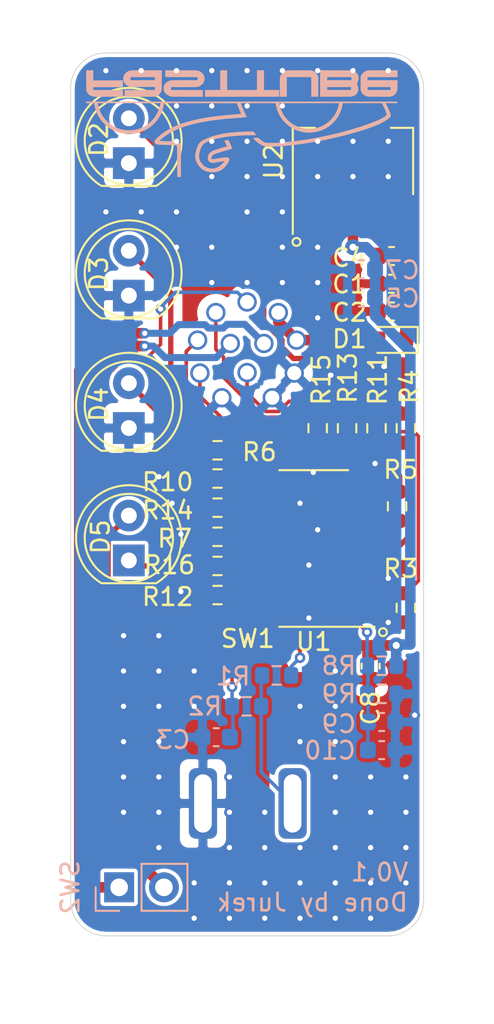
<source format=kicad_pcb>
(kicad_pcb (version 20171130) (host pcbnew "(5.1.12-1-10_14)")

  (general
    (thickness 1.6002)
    (drawings 28)
    (tracks 293)
    (zones 0)
    (modules 36)
    (nets 26)
  )

  (page A4)
  (layers
    (0 Front signal)
    (31 Back signal)
    (32 B.Adhes user)
    (33 F.Adhes user)
    (34 B.Paste user)
    (35 F.Paste user)
    (36 B.SilkS user)
    (37 F.SilkS user)
    (38 B.Mask user)
    (39 F.Mask user)
    (40 Dwgs.User user)
    (41 Cmts.User user)
    (42 Eco1.User user)
    (43 Eco2.User user)
    (44 Edge.Cuts user)
    (45 Margin user)
    (46 B.CrtYd user)
    (47 F.CrtYd user)
    (48 B.Fab user)
    (49 F.Fab user)
  )

  (setup
    (last_trace_width 0.6)
    (user_trace_width 0.2)
    (user_trace_width 0.3)
    (user_trace_width 0.4)
    (user_trace_width 0.6)
    (trace_clearance 0.127)
    (zone_clearance 0.108)
    (zone_45_only no)
    (trace_min 0.127)
    (via_size 0.6)
    (via_drill 0.3)
    (via_min_size 0.6)
    (via_min_drill 0.3)
    (user_via 0.6 0.3)
    (user_via 0.9 0.4)
    (uvia_size 0.6858)
    (uvia_drill 0.3302)
    (uvias_allowed no)
    (uvia_min_size 0.2)
    (uvia_min_drill 0.1)
    (edge_width 0.05)
    (segment_width 0.2)
    (pcb_text_width 0.3)
    (pcb_text_size 1.5 1.5)
    (mod_edge_width 0.12)
    (mod_text_size 1 1)
    (mod_text_width 0.15)
    (pad_size 1.524 1.524)
    (pad_drill 0.762)
    (pad_to_mask_clearance 0)
    (solder_mask_min_width 0.12)
    (aux_axis_origin 80 60)
    (visible_elements FFFFFF7F)
    (pcbplotparams
      (layerselection 0x010fc_ffffffff)
      (usegerberextensions false)
      (usegerberattributes true)
      (usegerberadvancedattributes true)
      (creategerberjobfile true)
      (excludeedgelayer true)
      (linewidth 0.100000)
      (plotframeref false)
      (viasonmask false)
      (mode 1)
      (useauxorigin false)
      (hpglpennumber 1)
      (hpglpenspeed 20)
      (hpglpendiameter 15.000000)
      (psnegative false)
      (psa4output false)
      (plotreference true)
      (plotvalue true)
      (plotinvisibletext false)
      (padsonsilk false)
      (subtractmaskfromsilk false)
      (outputformat 1)
      (mirror false)
      (drillshape 1)
      (scaleselection 1)
      (outputdirectory ""))
  )

  (net 0 "")
  (net 1 GND)
  (net 2 "Net-(C1-Pad1)")
  (net 3 BTN_TS)
  (net 4 +5V)
  (net 5 CLK)
  (net 6 +12V)
  (net 7 "Net-(D2-Pad2)")
  (net 8 "Net-(D3-Pad2)")
  (net 9 "Net-(D4-Pad2)")
  (net 10 "Net-(D5-Pad1)")
  (net 11 ASB_LED)
  (net 12 AMS_LED)
  (net 13 TSOFF_LED)
  (net 14 SDC_IN)
  (net 15 SDC_OUT)
  (net 16 IDM_LED)
  (net 17 "Net-(R1-Pad2)")
  (net 18 "Net-(R6-Pad2)")
  (net 19 "Net-(R10-Pad2)")
  (net 20 "Net-(J1-Pad9)")
  (net 21 "Net-(J1-Pad8)")
  (net 22 "Net-(J1-Pad7)")
  (net 23 "Net-(J1-Pad10)")
  (net 24 "Net-(R4-Pad2)")
  (net 25 "Net-(R16-Pad2)")

  (net_class Default "This is the default net class."
    (clearance 0.127)
    (trace_width 0.127)
    (via_dia 0.6)
    (via_drill 0.3)
    (uvia_dia 0.6858)
    (uvia_drill 0.3302)
    (diff_pair_width 0.1524)
    (diff_pair_gap 0.254)
    (add_net +12V)
    (add_net +5V)
    (add_net AMS_LED)
    (add_net ASB_LED)
    (add_net BTN_TS)
    (add_net CLK)
    (add_net GND)
    (add_net IDM_LED)
    (add_net "Net-(C1-Pad1)")
    (add_net "Net-(D2-Pad2)")
    (add_net "Net-(D3-Pad2)")
    (add_net "Net-(D4-Pad2)")
    (add_net "Net-(D5-Pad1)")
    (add_net "Net-(J1-Pad10)")
    (add_net "Net-(J1-Pad7)")
    (add_net "Net-(J1-Pad8)")
    (add_net "Net-(J1-Pad9)")
    (add_net "Net-(R1-Pad2)")
    (add_net "Net-(R10-Pad2)")
    (add_net "Net-(R16-Pad2)")
    (add_net "Net-(R4-Pad2)")
    (add_net "Net-(R6-Pad2)")
    (add_net SDC_IN)
    (add_net SDC_OUT)
    (add_net TSOFF_LED)
  )

  (module Binder:FTLogo_small (layer Back) (tedit 0) (tstamp 61C8FB15)
    (at 89.7 64)
    (fp_text reference G*** (at 0 0) (layer B.SilkS) hide
      (effects (font (size 1.524 1.524) (thickness 0.3)) (justify mirror))
    )
    (fp_text value LOGO (at 0.75 0) (layer B.SilkS) hide
      (effects (font (size 1.524 1.524) (thickness 0.3)) (justify mirror))
    )
    (fp_poly (pts (xy -6.739467 -1.900767) (xy -8.4201 -1.900767) (xy -8.4201 -2.065867) (xy -6.739467 -2.065867)
      (xy -6.739467 -2.442634) (xy -8.4201 -2.442634) (xy -8.4201 -3.014134) (xy -8.809567 -3.014134)
      (xy -8.809483 -2.479675) (xy -8.809436 -2.397863) (xy -8.809323 -2.321404) (xy -8.809146 -2.250587)
      (xy -8.808907 -2.185701) (xy -8.808609 -2.127034) (xy -8.808253 -2.074875) (xy -8.807843 -2.029514)
      (xy -8.807379 -1.991238) (xy -8.806865 -1.960336) (xy -8.806302 -1.937098) (xy -8.805693 -1.921812)
      (xy -8.805186 -1.915584) (xy -8.79284 -1.854464) (xy -8.773887 -1.798625) (xy -8.748242 -1.747949)
      (xy -8.715821 -1.702321) (xy -8.676538 -1.661627) (xy -8.630309 -1.625749) (xy -8.57705 -1.594573)
      (xy -8.56615 -1.589182) (xy -8.527908 -1.57231) (xy -8.488651 -1.558302) (xy -8.445907 -1.546374)
      (xy -8.397202 -1.535747) (xy -8.396817 -1.535672) (xy -8.391138 -1.53458) (xy -8.385547 -1.533579)
      (xy -8.379669 -1.532664) (xy -8.37313 -1.531831) (xy -8.365554 -1.531074) (xy -8.356566 -1.530389)
      (xy -8.345792 -1.529772) (xy -8.332855 -1.529218) (xy -8.317382 -1.528723) (xy -8.298998 -1.528281)
      (xy -8.277326 -1.527888) (xy -8.251993 -1.527539) (xy -8.222624 -1.527231) (xy -8.188843 -1.526957)
      (xy -8.150275 -1.526714) (xy -8.106546 -1.526498) (xy -8.05728 -1.526302) (xy -8.002103 -1.526123)
      (xy -7.940639 -1.525957) (xy -7.872514 -1.525798) (xy -7.797352 -1.525642) (xy -7.714779 -1.525484)
      (xy -7.624419 -1.52532) (xy -7.544858 -1.525178) (xy -6.739467 -1.52375) (xy -6.739467 -1.900767)) (layer B.SilkS) (width 0.01))
    (fp_poly (pts (xy -5.678055 -1.52402) (xy -5.572957 -1.524079) (xy -5.476101 -1.524178) (xy -5.387374 -1.524317)
      (xy -5.306663 -1.524498) (xy -5.233856 -1.524721) (xy -5.16884 -1.524986) (xy -5.111503 -1.525294)
      (xy -5.061733 -1.525645) (xy -5.019415 -1.526041) (xy -4.984439 -1.526482) (xy -4.956692 -1.526967)
      (xy -4.936061 -1.527499) (xy -4.922433 -1.528077) (xy -4.916439 -1.528582) (xy -4.86056 -1.540206)
      (xy -4.80845 -1.559142) (xy -4.759557 -1.585661) (xy -4.713334 -1.620036) (xy -4.6912 -1.640111)
      (xy -4.64919 -1.685206) (xy -4.613921 -1.733406) (xy -4.584734 -1.785842) (xy -4.560973 -1.843646)
      (xy -4.547271 -1.887707) (xy -4.536083 -1.928284) (xy -4.533655 -3.014134) (xy -5.394202 -3.013598)
      (xy -5.48006 -3.013526) (xy -5.563782 -3.01342) (xy -5.644961 -3.013282) (xy -5.723185 -3.013113)
      (xy -5.798045 -3.012917) (xy -5.869131 -3.012694) (xy -5.936033 -3.012446) (xy -5.998341 -3.012177)
      (xy -6.055644 -3.011887) (xy -6.107534 -3.011578) (xy -6.153599 -3.011254) (xy -6.193431 -3.010915)
      (xy -6.226618 -3.010563) (xy -6.252751 -3.010202) (xy -6.271421 -3.009831) (xy -6.282216 -3.009455)
      (xy -6.284383 -3.009285) (xy -6.345066 -2.997397) (xy -6.404317 -2.977715) (xy -6.461123 -2.950864)
      (xy -6.51447 -2.91747) (xy -6.563346 -2.878159) (xy -6.606736 -2.833556) (xy -6.640019 -2.789767)
      (xy -6.669581 -2.738133) (xy -6.691651 -2.683252) (xy -6.706156 -2.625963) (xy -6.71302 -2.567101)
      (xy -6.71217 -2.507503) (xy -6.704595 -2.455334) (xy -6.307667 -2.455334) (xy -6.307667 -2.637367)
      (xy -4.923367 -2.637367) (xy -4.923367 -2.455334) (xy -6.307667 -2.455334) (xy -6.704595 -2.455334)
      (xy -6.70353 -2.448007) (xy -6.687027 -2.38945) (xy -6.677752 -2.365383) (xy -6.65307 -2.316653)
      (xy -6.621023 -2.270047) (xy -6.582624 -2.226484) (xy -6.538887 -2.186882) (xy -6.490826 -2.152161)
      (xy -6.439457 -2.12324) (xy -6.386078 -2.101134) (xy -6.377711 -2.098261) (xy -6.369952 -2.095643)
      (xy -6.362391 -2.093268) (xy -6.354621 -2.091123) (xy -6.346231 -2.089198) (xy -6.336815 -2.08748)
      (xy -6.325962 -2.085958) (xy -6.313265 -2.084619) (xy -6.298314 -2.083452) (xy -6.280702 -2.082446)
      (xy -6.260018 -2.081588) (xy -6.235855 -2.080866) (xy -6.207804 -2.080269) (xy -6.175456 -2.079785)
      (xy -6.138403 -2.079403) (xy -6.096235 -2.079109) (xy -6.048544 -2.078893) (xy -5.994922 -2.078743)
      (xy -5.934959 -2.078647) (xy -5.868248 -2.078593) (xy -5.794379 -2.07857) (xy -5.712943 -2.078565)
      (xy -5.623533 -2.078567) (xy -4.923367 -2.078567) (xy -4.923367 -1.900767) (xy -6.633633 -1.900767)
      (xy -6.633633 -1.524) (xy -5.791506 -1.524) (xy -5.678055 -1.52402)) (layer B.SilkS) (width 0.01))
    (fp_poly (pts (xy -2.215048 -1.711237) (xy -2.21615 -1.89865) (xy -4.0132 -1.900786) (xy -4.0132 -2.0701)
      (xy -3.305064 -2.0701) (xy -3.200522 -2.070128) (xy -3.103591 -2.07021) (xy -3.014343 -2.070346)
      (xy -2.932851 -2.070536) (xy -2.859186 -2.07078) (xy -2.793422 -2.071077) (xy -2.735629 -2.071426)
      (xy -2.685881 -2.071827) (xy -2.644249 -2.07228) (xy -2.610805 -2.072784) (xy -2.585623 -2.073339)
      (xy -2.568773 -2.073945) (xy -2.561056 -2.074499) (xy -2.497636 -2.08613) (xy -2.436615 -2.104968)
      (xy -2.379444 -2.130519) (xy -2.354181 -2.144789) (xy -2.297663 -2.183384) (xy -2.248416 -2.226095)
      (xy -2.206515 -2.272825) (xy -2.172034 -2.323477) (xy -2.145049 -2.377956) (xy -2.125633 -2.436165)
      (xy -2.124322 -2.441334) (xy -2.11867 -2.472497) (xy -2.11537 -2.508993) (xy -2.114421 -2.548021)
      (xy -2.115822 -2.586779) (xy -2.119575 -2.622466) (xy -2.124322 -2.647133) (xy -2.143149 -2.706044)
      (xy -2.169423 -2.760949) (xy -2.203054 -2.811705) (xy -2.243955 -2.858171) (xy -2.268955 -2.88136)
      (xy -2.317317 -2.919519) (xy -2.36651 -2.95053) (xy -2.418408 -2.975345) (xy -2.474891 -2.994914)
      (xy -2.512483 -3.004701) (xy -2.516461 -3.005496) (xy -2.521514 -3.00623) (xy -2.527983 -3.006907)
      (xy -2.536211 -3.007529) (xy -2.546541 -3.008099) (xy -2.559314 -3.008621) (xy -2.574873 -3.009098)
      (xy -2.59356 -3.009531) (xy -2.615716 -3.009926) (xy -2.641684 -3.010284) (xy -2.671807 -3.010609)
      (xy -2.706426 -3.010903) (xy -2.745884 -3.01117) (xy -2.790522 -3.011413) (xy -2.840683 -3.011635)
      (xy -2.896709 -3.011839) (xy -2.958942 -3.012027) (xy -3.027725 -3.012204) (xy -3.103399 -3.012371)
      (xy -3.186307 -3.012533) (xy -3.27679 -3.012692) (xy -3.375192 -3.012851) (xy -3.438569 -3.012949)
      (xy -4.335022 -3.014305) (xy -4.333919 -2.826894) (xy -4.332817 -2.639484) (xy -3.417274 -2.638416)
      (xy -2.501732 -2.637348) (xy -2.502874 -2.547399) (xy -2.504017 -2.45745) (xy -3.253317 -2.455183)
      (xy -3.347099 -2.454895) (xy -3.432795 -2.454622) (xy -3.510788 -2.454358) (xy -3.581459 -2.454099)
      (xy -3.645188 -2.45384) (xy -3.702357 -2.453577) (xy -3.753348 -2.453303) (xy -3.798542 -2.453016)
      (xy -3.838321 -2.452709) (xy -3.873065 -2.452378) (xy -3.903156 -2.452019) (xy -3.928976 -2.451626)
      (xy -3.950905 -2.451194) (xy -3.969326 -2.45072) (xy -3.98462 -2.450197) (xy -3.997168 -2.449622)
      (xy -4.007351 -2.448989) (xy -4.01555 -2.448294) (xy -4.022148 -2.447531) (xy -4.027526 -2.446697)
      (xy -4.032064 -2.445786) (xy -4.033858 -2.445368) (xy -4.095242 -2.426808) (xy -4.15364 -2.401785)
      (xy -4.208317 -2.370894) (xy -4.258535 -2.334733) (xy -4.303558 -2.293899) (xy -4.342648 -2.248988)
      (xy -4.37507 -2.200597) (xy -4.400086 -2.149324) (xy -4.40044 -2.148437) (xy -4.413721 -2.109434)
      (xy -4.42232 -2.069924) (xy -4.426597 -2.027565) (xy -4.426912 -1.980014) (xy -4.426814 -1.976967)
      (xy -4.423282 -1.928269) (xy -4.415819 -1.885217) (xy -4.403753 -1.845644) (xy -4.386413 -1.807383)
      (xy -4.363126 -1.768266) (xy -4.361317 -1.765532) (xy -4.332183 -1.727563) (xy -4.296118 -1.690153)
      (xy -4.25463 -1.654573) (xy -4.209224 -1.622095) (xy -4.161407 -1.593992) (xy -4.153042 -1.589688)
      (xy -4.121837 -1.575647) (xy -4.085088 -1.561837) (xy -4.045683 -1.549234) (xy -4.006511 -1.53881)
      (xy -3.993157 -1.535807) (xy -3.947583 -1.526117) (xy -2.213945 -1.523823) (xy -2.215048 -1.711237)) (layer B.SilkS) (width 0.01))
    (fp_poly (pts (xy 2.116667 -1.900767) (xy 1.253067 -1.900767) (xy 1.253067 -3.014134) (xy 0.8636 -3.014134)
      (xy 0.8636 -1.900767) (xy -0.829734 -1.900767) (xy -0.829734 -3.014134) (xy -1.2192 -3.014134)
      (xy -1.2192 -1.900767) (xy -2.0828 -1.900767) (xy -2.0828 -1.524) (xy 2.116667 -1.524)
      (xy 2.116667 -1.900767)) (layer B.SilkS) (width 0.01))
    (fp_poly (pts (xy 2.548467 -2.637367) (xy 3.941233 -2.637367) (xy 3.941233 -1.524) (xy 4.330998 -1.524)
      (xy 4.329632 -2.077509) (xy 4.328267 -2.631017) (xy 4.31873 -2.667) (xy 4.301741 -2.715767)
      (xy 4.277243 -2.763933) (xy 4.246183 -2.810501) (xy 4.20951 -2.854475) (xy 4.168172 -2.894859)
      (xy 4.123115 -2.930656) (xy 4.075289 -2.96087) (xy 4.02564 -2.984504) (xy 4.011657 -2.989766)
      (xy 4.002832 -2.992919) (xy 3.994702 -2.995787) (xy 3.98685 -2.998385) (xy 3.978859 -3.000726)
      (xy 3.970312 -3.002822) (xy 3.960792 -3.004686) (xy 3.949881 -3.006332) (xy 3.937162 -3.007772)
      (xy 3.922218 -3.009021) (xy 3.904631 -3.010089) (xy 3.883985 -3.010992) (xy 3.859862 -3.011742)
      (xy 3.831844 -3.012351) (xy 3.799515 -3.012834) (xy 3.762458 -3.013202) (xy 3.720254 -3.01347)
      (xy 3.672487 -3.013649) (xy 3.61874 -3.013754) (xy 3.558595 -3.013798) (xy 3.491635 -3.013792)
      (xy 3.417442 -3.013751) (xy 3.335601 -3.013687) (xy 3.249587 -3.013617) (xy 3.17527 -3.013536)
      (xy 3.103009 -3.013413) (xy 3.033283 -3.01325) (xy 2.966569 -3.013051) (xy 2.903346 -3.012818)
      (xy 2.844092 -3.012554) (xy 2.789284 -3.012263) (xy 2.7394 -3.011946) (xy 2.69492 -3.011608)
      (xy 2.656319 -3.01125) (xy 2.624077 -3.010876) (xy 2.598671 -3.010489) (xy 2.58058 -3.010091)
      (xy 2.57028 -3.009685) (xy 2.568419 -3.009517) (xy 2.523908 -2.999652) (xy 2.477647 -2.983253)
      (xy 2.431829 -2.961278) (xy 2.388645 -2.934684) (xy 2.375515 -2.925185) (xy 2.350501 -2.904598)
      (xy 2.323435 -2.879377) (xy 2.296295 -2.851597) (xy 2.27106 -2.823334) (xy 2.249707 -2.796663)
      (xy 2.240255 -2.783302) (xy 2.212272 -2.736904) (xy 2.190604 -2.690553) (xy 2.173791 -2.640941)
      (xy 2.168344 -2.620434) (xy 2.16733 -2.615671) (xy 2.166415 -2.609667) (xy 2.165593 -2.601973)
      (xy 2.164857 -2.59214) (xy 2.164201 -2.579717) (xy 2.163618 -2.564256) (xy 2.1631 -2.545307)
      (xy 2.162643 -2.522422) (xy 2.162239 -2.495149) (xy 2.161882 -2.463041) (xy 2.161565 -2.425648)
      (xy 2.161281 -2.38252) (xy 2.161024 -2.333209) (xy 2.160787 -2.277265) (xy 2.160564 -2.214238)
      (xy 2.160349 -2.143679) (xy 2.160133 -2.065139) (xy 2.160116 -2.058459) (xy 2.158721 -1.524)
      (xy 2.548467 -1.524) (xy 2.548467 -2.637367)) (layer B.SilkS) (width 0.01))
    (fp_poly (pts (xy 5.303308 -1.525066) (xy 5.404741 -1.525212) (xy 5.498076 -1.525342) (xy 5.583682 -1.525466)
      (xy 5.66193 -1.525592) (xy 5.733189 -1.52573) (xy 5.797827 -1.52589) (xy 5.856214 -1.52608)
      (xy 5.908719 -1.526311) (xy 5.955712 -1.526592) (xy 5.997562 -1.526933) (xy 6.034637 -1.527341)
      (xy 6.067308 -1.527828) (xy 6.095943 -1.528403) (xy 6.120912 -1.529075) (xy 6.142584 -1.529853)
      (xy 6.161328 -1.530747) (xy 6.177513 -1.531766) (xy 6.19151 -1.53292) (xy 6.203687 -1.534218)
      (xy 6.214412 -1.53567) (xy 6.224057 -1.537285) (xy 6.232989 -1.539073) (xy 6.241579 -1.541042)
      (xy 6.250194 -1.543203) (xy 6.259206 -1.545565) (xy 6.268982 -1.548137) (xy 6.275916 -1.549925)
      (xy 6.333192 -1.568234) (xy 6.386274 -1.592712) (xy 6.434503 -1.622864) (xy 6.477222 -1.658194)
      (xy 6.51377 -1.698207) (xy 6.543489 -1.742407) (xy 6.551187 -1.756834) (xy 6.569847 -1.801107)
      (xy 6.584159 -1.849957) (xy 6.593772 -1.901123) (xy 6.598339 -1.952343) (xy 6.597508 -2.001357)
      (xy 6.593729 -2.032) (xy 6.586533 -2.065089) (xy 6.575746 -2.10347) (xy 6.562024 -2.14511)
      (xy 6.546022 -2.187975) (xy 6.53445 -2.216132) (xy 6.515189 -2.261222) (xy 6.538381 -2.300628)
      (xy 6.57109 -2.361978) (xy 6.596198 -2.421849) (xy 6.613596 -2.479897) (xy 6.623173 -2.535779)
      (xy 6.625166 -2.57378) (xy 6.621089 -2.632474) (xy 6.609018 -2.688764) (xy 6.589195 -2.742213)
      (xy 6.561862 -2.792381) (xy 6.527261 -2.83883) (xy 6.485634 -2.88112) (xy 6.437223 -2.918812)
      (xy 6.433635 -2.921234) (xy 6.393601 -2.946307) (xy 6.355596 -2.96615) (xy 6.316718 -2.982011)
      (xy 6.274064 -2.995139) (xy 6.245199 -3.002282) (xy 6.20395 -3.01176) (xy 4.445 -3.014308)
      (xy 4.445 -2.637367) (xy 4.834466 -2.637367) (xy 6.214702 -2.637367) (xy 6.213559 -2.547409)
      (xy 6.212416 -2.45745) (xy 4.834466 -2.455308) (xy 4.834466 -2.637367) (xy 4.445 -2.637367)
      (xy 4.445 -1.900767) (xy 4.834466 -1.900767) (xy 4.834466 -2.0701) (xy 6.193366 -2.0701)
      (xy 6.193366 -1.900767) (xy 4.834466 -1.900767) (xy 4.445 -1.900767) (xy 4.445 -1.523783)
      (xy 5.303308 -1.525066)) (layer B.SilkS) (width 0.01))
    (fp_poly (pts (xy 8.128357 -1.524483) (xy 8.177823 -1.524573) (xy 8.22152 -1.524757) (xy 8.259897 -1.525046)
      (xy 8.293403 -1.525451) (xy 8.322488 -1.52598) (xy 8.347602 -1.526646) (xy 8.369193 -1.527458)
      (xy 8.387713 -1.528427) (xy 8.403609 -1.529563) (xy 8.417332 -1.530877) (xy 8.429331 -1.532378)
      (xy 8.440055 -1.534078) (xy 8.449955 -1.535987) (xy 8.459479 -1.538114) (xy 8.469078 -1.540471)
      (xy 8.471537 -1.541096) (xy 8.528233 -1.559859) (xy 8.581855 -1.586097) (xy 8.631715 -1.619159)
      (xy 8.677121 -1.658395) (xy 8.717385 -1.703157) (xy 8.751816 -1.752792) (xy 8.779725 -1.806653)
      (xy 8.794682 -1.84553) (xy 8.799549 -1.86026) (xy 8.803729 -1.873555) (xy 8.807279 -1.886175)
      (xy 8.810256 -1.898884) (xy 8.812718 -1.912442) (xy 8.814721 -1.927613) (xy 8.816321 -1.945158)
      (xy 8.817578 -1.96584) (xy 8.818546 -1.990419) (xy 8.819283 -2.019659) (xy 8.819847 -2.054321)
      (xy 8.820294 -2.095168) (xy 8.820681 -2.142961) (xy 8.821063 -2.198159) (xy 8.822798 -2.455334)
      (xy 7.1247 -2.455334) (xy 7.1247 -2.637367) (xy 8.822267 -2.637367) (xy 8.822267 -3.014134)
      (xy 7.995708 -3.013456) (xy 7.912475 -3.01338) (xy 7.831394 -3.013289) (xy 7.75288 -3.013186)
      (xy 7.677348 -3.013072) (xy 7.605215 -3.012947) (xy 7.536895 -3.012812) (xy 7.472804 -3.012669)
      (xy 7.413357 -3.012519) (xy 7.35897 -3.012363) (xy 7.310057 -3.012202) (xy 7.267035 -3.012038)
      (xy 7.230318 -3.011871) (xy 7.200322 -3.011702) (xy 7.177462 -3.011533) (xy 7.162154 -3.011365)
      (xy 7.154813 -3.011199) (xy 7.154333 -3.011165) (xy 7.112828 -3.003661) (xy 7.068363 -2.990269)
      (xy 7.023112 -2.971837) (xy 6.979248 -2.94921) (xy 6.952369 -2.932559) (xy 6.898841 -2.892996)
      (xy 6.85233 -2.850512) (xy 6.813127 -2.805471) (xy 6.781527 -2.758237) (xy 6.757822 -2.709176)
      (xy 6.746827 -2.676625) (xy 6.745131 -2.670454) (xy 6.743653 -2.664375) (xy 6.742375 -2.657781)
      (xy 6.741278 -2.65007) (xy 6.740345 -2.640633) (xy 6.739559 -2.628868) (xy 6.738903 -2.614167)
      (xy 6.738357 -2.595927) (xy 6.737906 -2.573541) (xy 6.73753 -2.546405) (xy 6.737214 -2.513912)
      (xy 6.736938 -2.475459) (xy 6.736686 -2.430439) (xy 6.73644 -2.378247) (xy 6.736182 -2.318278)
      (xy 6.736144 -2.309284) (xy 6.735891 -2.242989) (xy 6.735738 -2.184543) (xy 6.735708 -2.133324)
      (xy 6.735823 -2.088713) (xy 6.736105 -2.050092) (xy 6.736577 -2.016841) (xy 6.737262 -1.988341)
      (xy 6.73818 -1.963973) (xy 6.739356 -1.943117) (xy 6.740811 -1.925155) (xy 6.742568 -1.909466)
      (xy 6.743858 -1.900767) (xy 7.1247 -1.900767) (xy 7.1247 -2.074334) (xy 8.4328 -2.074334)
      (xy 8.4328 -1.900767) (xy 7.1247 -1.900767) (xy 6.743858 -1.900767) (xy 6.744649 -1.895433)
      (xy 6.747077 -1.882435) (xy 6.749873 -1.869853) (xy 6.752404 -1.85962) (xy 6.760472 -1.834117)
      (xy 6.772097 -1.805152) (xy 6.785882 -1.775728) (xy 6.800428 -1.74885) (xy 6.813018 -1.729317)
      (xy 6.83974 -1.697181) (xy 6.872649 -1.665183) (xy 6.909616 -1.635034) (xy 6.948508 -1.608444)
      (xy 6.987195 -1.587123) (xy 6.994356 -1.583804) (xy 7.031154 -1.569084) (xy 7.073199 -1.555252)
      (xy 7.11727 -1.54329) (xy 7.151782 -1.535736) (xy 7.158535 -1.534459) (xy 7.165174 -1.533306)
      (xy 7.172153 -1.53227) (xy 7.179923 -1.531343) (xy 7.188935 -1.530518) (xy 7.199644 -1.529786)
      (xy 7.212499 -1.52914) (xy 7.227955 -1.528573) (xy 7.246462 -1.528076) (xy 7.268473 -1.527642)
      (xy 7.294439 -1.527264) (xy 7.324814 -1.526933) (xy 7.36005 -1.526643) (xy 7.400597 -1.526384)
      (xy 7.446909 -1.52615) (xy 7.499438 -1.525933) (xy 7.558635 -1.525725) (xy 7.624954 -1.525519)
      (xy 7.698845 -1.525307) (xy 7.77875 -1.525086) (xy 7.863806 -1.52486) (xy 7.940846 -1.524676)
      (xy 8.010318 -1.524545) (xy 8.072672 -1.524477) (xy 8.128357 -1.524483)) (layer B.SilkS) (width 0.01))
    (fp_poly (pts (xy -3.451187 2.100792) (xy -3.452283 1.183217) (xy -3.464804 1.160613) (xy -3.484268 1.133139)
      (xy -3.510671 1.108646) (xy -3.544212 1.087043) (xy -3.585091 1.068234) (xy -3.633508 1.052125)
      (xy -3.689662 1.038623) (xy -3.744529 1.028988) (xy -3.775812 1.024537) (xy -3.807662 1.020573)
      (xy -3.840852 1.017051) (xy -3.876152 1.013928) (xy -3.914335 1.011157) (xy -3.956173 1.008697)
      (xy -4.002439 1.006501) (xy -4.053903 1.004527) (xy -4.111337 1.002728) (xy -4.175515 1.001063)
      (xy -4.247207 0.999485) (xy -4.265083 0.999125) (xy -4.313643 0.998096) (xy -4.362106 0.996944)
      (xy -4.409723 0.995696) (xy -4.455747 0.994378) (xy -4.499428 0.993018) (xy -4.540018 0.991643)
      (xy -4.576767 0.990278) (xy -4.608927 0.98895) (xy -4.635748 0.987687) (xy -4.656483 0.986516)
      (xy -4.670383 0.985462) (xy -4.676698 0.984553) (xy -4.676968 0.98441) (xy -4.674565 0.981119)
      (xy -4.666678 0.973045) (xy -4.654186 0.96099) (xy -4.637971 0.945754) (xy -4.618913 0.928137)
      (xy -4.597891 0.908941) (xy -4.575787 0.888966) (xy -4.553481 0.869013) (xy -4.531853 0.849883)
      (xy -4.511784 0.832376) (xy -4.494154 0.817293) (xy -4.4831 0.808085) (xy -4.374756 0.723902)
      (xy -4.259229 0.643006) (xy -4.136474 0.565383) (xy -4.006444 0.491016) (xy -3.869094 0.419887)
      (xy -3.724378 0.351982) (xy -3.572249 0.287284) (xy -3.412661 0.225777) (xy -3.24557 0.167443)
      (xy -3.070928 0.112268) (xy -2.88869 0.060234) (xy -2.698809 0.011326) (xy -2.50124 -0.034473)
      (xy -2.295937 -0.07718) (xy -2.082853 -0.116809) (xy -1.861944 -0.153379) (xy -1.699684 -0.177585)
      (xy -1.623759 -0.188241) (xy -1.548568 -0.198425) (xy -1.473485 -0.208198) (xy -1.397887 -0.217626)
      (xy -1.321148 -0.226771) (xy -1.242643 -0.235697) (xy -1.161748 -0.244469) (xy -1.077837 -0.253148)
      (xy -0.990287 -0.2618) (xy -0.898471 -0.270487) (xy -0.801766 -0.279274) (xy -0.699546 -0.288223)
      (xy -0.591186 -0.297398) (xy -0.476063 -0.306864) (xy -0.35355 -0.316683) (xy -0.262467 -0.323846)
      (xy -0.209675 -0.328002) (xy -0.156323 -0.332263) (xy -0.103087 -0.33657) (xy -0.05064 -0.340867)
      (xy 0.000345 -0.345095) (xy 0.049194 -0.349196) (xy 0.095234 -0.353113) (xy 0.13779 -0.356788)
      (xy 0.17619 -0.360162) (xy 0.209758 -0.363178) (xy 0.237822 -0.365778) (xy 0.259709 -0.367904)
      (xy 0.274743 -0.369499) (xy 0.282252 -0.370504) (xy 0.282982 -0.370709) (xy 0.281507 -0.374645)
      (xy 0.276661 -0.385303) (xy 0.268855 -0.401828) (xy 0.2585 -0.423368) (xy 0.246006 -0.449067)
      (xy 0.231782 -0.478073) (xy 0.216623 -0.508761) (xy 0.175531 -0.592981) (xy 0.137955 -0.672928)
      (xy 0.102659 -0.751335) (xy 0.068408 -0.830935) (xy 0.039451 -0.900943) (xy 0.028559 -0.927913)
      (xy 0.016844 -0.957263) (xy 0.00471 -0.987953) (xy -0.007443 -1.01894) (xy -0.019211 -1.049183)
      (xy -0.030193 -1.07764) (xy -0.039986 -1.103269) (xy -0.048188 -1.125029) (xy -0.054397 -1.141879)
      (xy -0.058209 -1.152777) (xy -0.059267 -1.156564) (xy -0.055095 -1.156874) (xy -0.042828 -1.157176)
      (xy -0.022836 -1.157469) (xy 0.004509 -1.157752) (xy 0.038837 -1.158024) (xy 0.079777 -1.158282)
      (xy 0.126958 -1.158527) (xy 0.180008 -1.158757) (xy 0.238558 -1.158969) (xy 0.302234 -1.159165)
      (xy 0.370668 -1.159341) (xy 0.443487 -1.159496) (xy 0.520321 -1.15963) (xy 0.600799 -1.159742)
      (xy 0.68455 -1.159829) (xy 0.771202 -1.15989) (xy 0.860385 -1.159925) (xy 0.928729 -1.159933)
      (xy 1.916724 -1.159933) (xy 2.120739 -1.159933) (xy 5.5118 -1.159933) (xy 5.511769 -1.148292)
      (xy 5.510733 -1.137054) (xy 5.507874 -1.11907) (xy 5.503507 -1.095788) (xy 5.497948 -1.068652)
      (xy 5.491513 -1.039112) (xy 5.484516 -1.008611) (xy 5.477274 -0.978598) (xy 5.470102 -0.950519)
      (xy 5.463315 -0.925821) (xy 5.463063 -0.924947) (xy 5.433513 -0.833783) (xy 5.39763 -0.741855)
      (xy 5.356313 -0.651037) (xy 5.310465 -0.563205) (xy 5.260988 -0.480232) (xy 5.219643 -0.418953)
      (xy 5.144945 -0.321537) (xy 5.064784 -0.230532) (xy 4.979379 -0.146079) (xy 4.88895 -0.068316)
      (xy 4.793715 0.002619) (xy 4.693893 0.066584) (xy 4.589703 0.123442) (xy 4.481363 0.173054)
      (xy 4.369093 0.215279) (xy 4.253112 0.24998) (xy 4.133639 0.277017) (xy 4.12115 0.279359)
      (xy 4.085572 0.285657) (xy 4.053263 0.290744) (xy 4.022649 0.294739) (xy 3.99216 0.297762)
      (xy 3.960224 0.299932) (xy 3.925269 0.301369) (xy 3.885723 0.302191) (xy 3.840016 0.30252)
      (xy 3.81635 0.302538) (xy 3.763767 0.302247) (xy 3.717937 0.301352) (xy 3.677158 0.299698)
      (xy 3.639726 0.297128) (xy 3.60394 0.293486) (xy 3.568098 0.288616) (xy 3.530498 0.282361)
      (xy 3.489436 0.274565) (xy 3.470931 0.270831) (xy 3.355463 0.242991) (xy 3.243225 0.207522)
      (xy 3.134505 0.16472) (xy 3.029594 0.114881) (xy 2.928782 0.0583) (xy 2.83236 -0.004727)
      (xy 2.740617 -0.073903) (xy 2.653843 -0.148935) (xy 2.572329 -0.229525) (xy 2.496364 -0.315378)
      (xy 2.42624 -0.406198) (xy 2.362245 -0.50169) (xy 2.304671 -0.601557) (xy 2.253807 -0.705504)
      (xy 2.209943 -0.813236) (xy 2.17337 -0.924456) (xy 2.144378 -1.038869) (xy 2.13372 -1.0922)
      (xy 2.129993 -1.112413) (xy 2.126649 -1.13031) (xy 2.124081 -1.143807) (xy 2.122769 -1.150408)
      (xy 2.120739 -1.159933) (xy 1.916724 -1.159933) (xy 1.919672 -1.135592) (xy 1.921574 -1.122044)
      (xy 1.924637 -1.102664) (xy 1.928452 -1.079938) (xy 1.932612 -1.056354) (xy 1.933021 -1.0541)
      (xy 1.959536 -0.931832) (xy 1.994003 -0.812082) (xy 2.036191 -0.6952) (xy 2.085866 -0.58154)
      (xy 2.142797 -0.471453) (xy 2.206751 -0.365293) (xy 2.277495 -0.263409) (xy 2.354796 -0.166156)
      (xy 2.438423 -0.073885) (xy 2.528143 0.013052) (xy 2.623724 0.094302) (xy 2.724932 0.169515)
      (xy 2.753783 0.189134) (xy 2.861211 0.255715) (xy 2.972491 0.314773) (xy 3.087512 0.366267)
      (xy 3.206161 0.410156) (xy 3.328328 0.446398) (xy 3.453899 0.474952) (xy 3.582147 0.495696)
      (xy 3.614473 0.499145) (xy 3.653446 0.502071) (xy 3.697257 0.504434) (xy 3.744101 0.506197)
      (xy 3.79217 0.507319) (xy 3.839657 0.507762) (xy 3.884756 0.507487) (xy 3.92566 0.506454)
      (xy 3.960561 0.504624) (xy 3.968052 0.504045) (xy 4.097495 0.489253) (xy 4.22346 0.466765)
      (xy 4.346074 0.436531) (xy 4.46546 0.3985) (xy 4.581745 0.352624) (xy 4.695053 0.298853)
      (xy 4.805511 0.237135) (xy 4.913242 0.167422) (xy 5.018374 0.089663) (xy 5.0292 0.081083)
      (xy 5.084253 0.034606) (xy 5.141077 -0.018149) (xy 5.198224 -0.075628) (xy 5.254249 -0.136279)
      (xy 5.307706 -0.198546) (xy 5.357148 -0.260876) (xy 5.392342 -0.309033) (xy 5.427945 -0.362348)
      (xy 5.463975 -0.421014) (xy 5.499256 -0.482872) (xy 5.532614 -0.545761) (xy 5.562872 -0.60752)
      (xy 5.588857 -0.665989) (xy 5.596091 -0.683683) (xy 5.628236 -0.770619) (xy 5.657019 -0.861363)
      (xy 5.681666 -0.953159) (xy 5.701407 -1.04325) (xy 5.709468 -1.088451) (xy 5.721135 -1.159933)
      (xy 7.941699 -1.159933) (xy 7.992632 -1.058136) (xy 8.03456 -0.973127) (xy 8.071809 -0.895043)
      (xy 8.10442 -0.823783) (xy 8.132436 -0.759245) (xy 8.155899 -0.701325) (xy 8.174851 -0.649923)
      (xy 8.189336 -0.604937) (xy 8.199394 -0.566264) (xy 8.202023 -0.553425) (xy 8.208977 -0.516299)
      (xy 8.198525 -0.493469) (xy 8.184803 -0.470692) (xy 8.163788 -0.446508) (xy 8.135341 -0.420817)
      (xy 8.099325 -0.393521) (xy 8.055605 -0.364521) (xy 8.004042 -0.333717) (xy 7.944499 -0.301011)
      (xy 7.8994 -0.277643) (xy 7.812772 -0.235224) (xy 7.718194 -0.191777) (xy 7.616103 -0.147437)
      (xy 7.506934 -0.102336) (xy 7.391125 -0.056608) (xy 7.269112 -0.010387) (xy 7.141331 0.036196)
      (xy 7.00822 0.083006) (xy 6.870214 0.129911) (xy 6.727751 0.176777) (xy 6.581267 0.22347)
      (xy 6.431198 0.269858) (xy 6.277982 0.315808) (xy 6.122054 0.361186) (xy 5.963851 0.405859)
      (xy 5.80381 0.449693) (xy 5.642368 0.492556) (xy 5.47996 0.534315) (xy 5.317024 0.574835)
      (xy 5.153996 0.613985) (xy 4.991313 0.65163) (xy 4.829411 0.687637) (xy 4.668726 0.721873)
      (xy 4.5339 0.749388) (xy 4.34411 0.78634) (xy 4.152329 0.821778) (xy 3.9593 0.855605)
      (xy 3.765769 0.887722) (xy 3.572478 0.918031) (xy 3.380172 0.946434) (xy 3.189594 0.972833)
      (xy 3.001488 0.997129) (xy 2.816599 1.019225) (xy 2.635671 1.039022) (xy 2.459446 1.056422)
      (xy 2.28867 1.071326) (xy 2.124086 1.083637) (xy 1.966438 1.093257) (xy 1.905 1.096352)
      (xy 1.870435 1.09771) (xy 1.830895 1.098799) (xy 1.787697 1.099621) (xy 1.74216 1.100175)
      (xy 1.695601 1.100462) (xy 1.649336 1.100482) (xy 1.604685 1.100234) (xy 1.562964 1.09972)
      (xy 1.525491 1.098939) (xy 1.493583 1.097892) (xy 1.468559 1.096579) (xy 1.464521 1.096286)
      (xy 1.419944 1.092341) (xy 1.382293 1.087744) (xy 1.350031 1.082152) (xy 1.321621 1.075219)
      (xy 1.29553 1.066599) (xy 1.270219 1.055947) (xy 1.2573 1.049713) (xy 1.231727 1.035661)
      (xy 1.200924 1.016645) (xy 1.16592 0.993399) (xy 1.127745 0.966662) (xy 1.087428 0.937167)
      (xy 1.045999 0.905652) (xy 1.004487 0.872854) (xy 0.967317 0.842351) (xy 0.92075 0.803396)
      (xy 0.867833 0.805906) (xy 0.845801 0.806886) (xy 0.817918 0.808027) (xy 0.786798 0.809228)
      (xy 0.755051 0.810388) (xy 0.731308 0.811207) (xy 0.705748 0.812236) (xy 0.683344 0.813474)
      (xy 0.66537 0.814823) (xy 0.653102 0.816184) (xy 0.647813 0.817459) (xy 0.6477 0.817654)
      (xy 0.65049 0.82282) (xy 0.658263 0.833049) (xy 0.670118 0.847313) (xy 0.685158 0.864583)
      (xy 0.702482 0.883833) (xy 0.721193 0.904033) (xy 0.740391 0.924156) (xy 0.744616 0.928496)
      (xy 0.804564 0.986608) (xy 0.86766 1.041717) (xy 0.932718 1.092962) (xy 0.998553 1.139482)
      (xy 1.063979 1.180417) (xy 1.12781 1.214906) (xy 1.160004 1.230018) (xy 1.193048 1.244206)
      (xy 1.224103 1.256396) (xy 1.254129 1.266733) (xy 1.284088 1.275362) (xy 1.314942 1.282426)
      (xy 1.347649 1.288069) (xy 1.383173 1.292436) (xy 1.422474 1.295671) (xy 1.466512 1.297918)
      (xy 1.51625 1.299321) (xy 1.572647 1.300024) (xy 1.62779 1.300179) (xy 1.739034 1.298988)
      (xy 1.857861 1.29555) (xy 1.98371 1.289938) (xy 2.116022 1.282225) (xy 2.254237 1.272485)
      (xy 2.397794 1.260791) (xy 2.546133 1.247214) (xy 2.698695 1.23183) (xy 2.854919 1.214709)
      (xy 3.014245 1.195926) (xy 3.176113 1.175554) (xy 3.339964 1.153666) (xy 3.505237 1.130334)
      (xy 3.671372 1.105631) (xy 3.837809 1.079632) (xy 4.003988 1.052408) (xy 4.169349 1.024033)
      (xy 4.333332 0.99458) (xy 4.495377 0.964122) (xy 4.654923 0.932731) (xy 4.811412 0.900482)
      (xy 4.964282 0.867447) (xy 4.990487 0.86162) (xy 5.027899 0.853178) (xy 5.072411 0.842986)
      (xy 5.1229 0.831308) (xy 5.178244 0.818408) (xy 5.237318 0.804551) (xy 5.299 0.790003)
      (xy 5.362166 0.775028) (xy 5.425694 0.75989) (xy 5.488461 0.744855) (xy 5.549343 0.730187)
      (xy 5.594169 0.719324) (xy 5.805429 0.66708) (xy 6.009088 0.614875) (xy 6.205102 0.562728)
      (xy 6.393428 0.510654) (xy 6.574021 0.458669) (xy 6.746839 0.406791) (xy 6.911837 0.355036)
      (xy 7.068973 0.303421) (xy 7.218203 0.251961) (xy 7.359483 0.200674) (xy 7.49277 0.149576)
      (xy 7.618021 0.098684) (xy 7.735191 0.048014) (xy 7.844237 -0.002417) (xy 7.945116 -0.052594)
      (xy 8.037785 -0.102498) (xy 8.122199 -0.152114) (xy 8.198315 -0.201425) (xy 8.266091 -0.250414)
      (xy 8.325481 -0.299066) (xy 8.362023 -0.332894) (xy 8.386347 -0.357698) (xy 8.404571 -0.378711)
      (xy 8.417523 -0.397012) (xy 8.426032 -0.413676) (xy 8.427895 -0.418674) (xy 8.431204 -0.434953)
      (xy 8.432605 -0.457004) (xy 8.432166 -0.482363) (xy 8.429954 -0.50857) (xy 8.426037 -0.533161)
      (xy 8.424565 -0.53975) (xy 8.413422 -0.579892) (xy 8.397744 -0.626769) (xy 8.37751 -0.680427)
      (xy 8.352703 -0.740909) (xy 8.323302 -0.808261) (xy 8.28929 -0.882527) (xy 8.250646 -0.963751)
      (xy 8.207351 -1.051979) (xy 8.195604 -1.075525) (xy 8.153386 -1.159881) (xy 8.480418 -1.160966)
      (xy 8.80745 -1.16205) (xy 8.808661 -1.203325) (xy 8.809873 -1.2446) (xy -8.818033 -1.2446)
      (xy -8.818033 -1.159933) (xy -8.361927 -1.159933) (xy -8.157795 -1.159933) (xy -4.611273 -1.159933)
      (xy -4.617035 -1.122892) (xy -4.633933 -1.032371) (xy -4.656748 -0.938997) (xy -4.684849 -0.84528)
      (xy -4.693073 -0.820788) (xy -4.736651 -0.706869) (xy -4.787766 -0.596619) (xy -4.846171 -0.490375)
      (xy -4.911618 -0.388478) (xy -4.983859 -0.291267) (xy -5.062647 -0.199081) (xy -5.147733 -0.11226)
      (xy -5.238872 -0.031143) (xy -5.310717 0.025501) (xy -5.410759 0.095333) (xy -5.513934 0.157491)
      (xy -5.620466 0.212064) (xy -5.730579 0.25914) (xy -5.844496 0.298807) (xy -5.962441 0.331154)
      (xy -6.084639 0.356269) (xy -6.184942 0.371132) (xy -6.213848 0.373931) (xy -6.249454 0.376124)
      (xy -6.290113 0.377711) (xy -6.334179 0.378692) (xy -6.380004 0.379065) (xy -6.425941 0.378832)
      (xy -6.470344 0.37799) (xy -6.511565 0.376541) (xy -6.547959 0.374483) (xy -6.577876 0.371817)
      (xy -6.582833 0.371224) (xy -6.643953 0.362852) (xy -6.699671 0.353713) (xy -6.753054 0.343244)
      (xy -6.807164 0.330883) (xy -6.820326 0.32764) (xy -6.939195 0.293689) (xy -7.054603 0.252014)
      (xy -7.166489 0.202645) (xy -7.274791 0.145613) (xy -7.379447 0.08095) (xy -7.480394 0.008685)
      (xy -7.506511 -0.011732) (xy -7.53344 -0.034232) (xy -7.564441 -0.061923) (xy -7.598186 -0.093479)
      (xy -7.633346 -0.127568) (xy -7.668594 -0.162863) (xy -7.7026 -0.198035) (xy -7.734037 -0.231756)
      (xy -7.761575 -0.262695) (xy -7.782569 -0.287867) (xy -7.852897 -0.382497) (xy -7.917045 -0.482047)
      (xy -7.97467 -0.585749) (xy -8.025429 -0.692838) (xy -8.068978 -0.802548) (xy -8.104973 -0.914113)
      (xy -8.133072 -1.026767) (xy -8.147014 -1.100667) (xy -8.15012 -1.119243) (xy -8.152939 -1.135529)
      (xy -8.155046 -1.147106) (xy -8.15571 -1.150408) (xy -8.157795 -1.159933) (xy -8.361927 -1.159933)
      (xy -8.358974 -1.133475) (xy -8.355396 -1.106976) (xy -8.349987 -1.074262) (xy -8.343127 -1.037292)
      (xy -8.335195 -0.998027) (xy -8.32657 -0.958425) (xy -8.318366 -0.923454) (xy -8.284198 -0.801026)
      (xy -8.242257 -0.681579) (xy -8.192814 -0.565445) (xy -8.136138 -0.452955) (xy -8.0725 -0.344443)
      (xy -8.002168 -0.24024) (xy -7.925413 -0.140679) (xy -7.842505 -0.046091) (xy -7.753713 0.043191)
      (xy -7.659306 0.126834) (xy -7.559555 0.204508) (xy -7.454729 0.275879) (xy -7.345099 0.340615)
      (xy -7.253817 0.387548) (xy -7.142215 0.437183) (xy -7.028385 0.47959) (xy -6.911547 0.514992)
      (xy -6.790918 0.543614) (xy -6.665716 0.565678) (xy -6.601883 0.574234) (xy -6.581336 0.576482)
      (xy -6.560111 0.578275) (xy -6.536973 0.579658) (xy -6.510686 0.580675) (xy -6.480015 0.581371)
      (xy -6.443725 0.581789) (xy -6.400579 0.581975) (xy -6.385983 0.581992) (xy -6.328688 0.581741)
      (xy -6.278165 0.580818) (xy -6.232736 0.579073) (xy -6.190723 0.57636) (xy -6.150448 0.572531)
      (xy -6.110232 0.567439) (xy -6.068399 0.560935) (xy -6.02327 0.552873) (xy -5.996517 0.547737)
      (xy -5.871217 0.519008) (xy -5.749171 0.482652) (xy -5.630639 0.438939) (xy -5.515881 0.388138)
      (xy -5.405157 0.330518) (xy -5.298728 0.266348) (xy -5.196852 0.195897) (xy -5.099792 0.119434)
      (xy -5.007806 0.037228) (xy -4.921155 -0.05045) (xy -4.840099 -0.143333) (xy -4.764899 -0.241151)
      (xy -4.695813 -0.343636) (xy -4.633103 -0.450517) (xy -4.577028 -0.561526) (xy -4.527849 -0.676393)
      (xy -4.485826 -0.79485) (xy -4.451219 -0.916627) (xy -4.424287 -1.041455) (xy -4.416549 -1.086913)
      (xy -4.404988 -1.159942) (xy -2.341917 -1.158879) (xy -0.278846 -1.157817) (xy -0.237327 -1.04775)
      (xy -0.216579 -0.993376) (xy -0.194742 -0.937305) (xy -0.172281 -0.880668) (xy -0.149665 -0.824597)
      (xy -0.127358 -0.770223) (xy -0.105828 -0.718679) (xy -0.08554 -0.671095) (xy -0.066962 -0.628604)
      (xy -0.05056 -0.592338) (xy -0.04288 -0.575968) (xy -0.036675 -0.562446) (xy -0.032473 -0.552286)
      (xy -0.031102 -0.547508) (xy -0.031151 -0.547405) (xy -0.03548 -0.54686) (xy -0.047541 -0.54572)
      (xy -0.066623 -0.544044) (xy -0.092015 -0.541889) (xy -0.123009 -0.539316) (xy -0.158892 -0.536382)
      (xy -0.198956 -0.533147) (xy -0.24249 -0.529669) (xy -0.288784 -0.526008) (xy -0.303024 -0.524888)
      (xy -0.421907 -0.515481) (xy -0.533001 -0.506522) (xy -0.636969 -0.497944) (xy -0.734474 -0.489683)
      (xy -0.826179 -0.481673) (xy -0.912745 -0.473848) (xy -0.994837 -0.466143) (xy -1.073115 -0.458492)
      (xy -1.148244 -0.45083) (xy -1.220885 -0.443091) (xy -1.291702 -0.435209) (xy -1.361356 -0.42712)
      (xy -1.430512 -0.418757) (xy -1.49983 -0.410055) (xy -1.569974 -0.400948) (xy -1.610784 -0.395524)
      (xy -1.844583 -0.36213) (xy -2.070557 -0.325634) (xy -2.288763 -0.286011) (xy -2.499261 -0.24324)
      (xy -2.702111 -0.197298) (xy -2.897373 -0.148163) (xy -3.085105 -0.095812) (xy -3.265367 -0.040224)
      (xy -3.438219 0.018624) (xy -3.60372 0.080755) (xy -3.76193 0.146191) (xy -3.912907 0.214955)
      (xy -4.056712 0.287068) (xy -4.193404 0.362553) (xy -4.323043 0.441433) (xy -4.445687 0.523729)
      (xy -4.561397 0.609465) (xy -4.670232 0.698662) (xy -4.772251 0.791343) (xy -4.776872 0.795779)
      (xy -4.806347 0.824747) (xy -4.834527 0.853599) (xy -4.860626 0.881448) (xy -4.883856 0.90741)
      (xy -4.903433 0.930598) (xy -4.918569 0.950126) (xy -4.928478 0.965109) (xy -4.930357 0.968675)
      (xy -4.940251 0.99836) (xy -4.942867 1.029644) (xy -4.938197 1.060337) (xy -4.930689 1.080099)
      (xy -4.91491 1.1054) (xy -4.894009 1.126893) (xy -4.867413 1.144875) (xy -4.834551 1.159641)
      (xy -4.79485 1.171484) (xy -4.74774 1.180701) (xy -4.730922 1.183155) (xy -4.709957 1.185764)
      (xy -4.687183 1.18811) (xy -4.661971 1.19022) (xy -4.633691 1.192117) (xy -4.601715 1.193829)
      (xy -4.565412 1.195379) (xy -4.524154 1.196792) (xy -4.477311 1.198095) (xy -4.424254 1.199311)
      (xy -4.364353 1.200468) (xy -4.29698 1.201588) (xy -4.254288 1.202231) (xy -4.17951 1.203417)
      (xy -4.112618 1.2047) (xy -4.053033 1.206121) (xy -4.000176 1.20772) (xy -3.953467 1.209536)
      (xy -3.912327 1.211609) (xy -3.876175 1.213979) (xy -3.844432 1.216687) (xy -3.816518 1.219772)
      (xy -3.791855 1.223274) (xy -3.769861 1.227233) (xy -3.749958 1.231688) (xy -3.731567 1.236681)
      (xy -3.724912 1.238709) (xy -3.701655 1.247232) (xy -3.685577 1.256431) (xy -3.675397 1.26741)
      (xy -3.669837 1.281273) (xy -3.668712 1.287239) (xy -3.667363 1.299297) (xy -3.666091 1.316843)
      (xy -3.664894 1.340073) (xy -3.663769 1.369181) (xy -3.662714 1.40436) (xy -3.661725 1.445804)
      (xy -3.660799 1.493708) (xy -3.659935 1.548265) (xy -3.65913 1.609669) (xy -3.65838 1.678115)
      (xy -3.657683 1.753797) (xy -3.657036 1.836908) (xy -3.656437 1.927642) (xy -3.655883 2.026194)
      (xy -3.655371 2.132757) (xy -3.654899 2.247526) (xy -3.654744 2.289175) (xy -3.652106 3.018366)
      (xy -3.450091 3.018366) (xy -3.451187 2.100792)) (layer B.SilkS) (width 0.01))
    (fp_poly (pts (xy -1.631321 2.753159) (xy -1.584163 2.751528) (xy -1.5406 2.748525) (xy -1.502936 2.744165)
      (xy -1.500717 2.74383) (xy -1.418084 2.727991) (xy -1.340455 2.706392) (xy -1.266983 2.678605)
      (xy -1.196821 2.644199) (xy -1.129124 2.602745) (xy -1.063044 2.553814) (xy -0.997735 2.496976)
      (xy -0.978883 2.479014) (xy -0.950948 2.451108) (xy -0.926207 2.424483) (xy -0.903272 2.397407)
      (xy -0.880751 2.368153) (xy -0.857255 2.334988) (xy -0.831395 2.296185) (xy -0.828899 2.29235)
      (xy -0.794058 2.237174) (xy -0.76503 2.187783) (xy -0.741706 2.14391) (xy -0.723981 2.105285)
      (xy -0.711748 2.07164) (xy -0.7049 2.042706) (xy -0.703331 2.018214) (xy -0.706935 1.997895)
      (xy -0.709553 1.991391) (xy -0.721508 1.972969) (xy -0.738843 1.954702) (xy -0.758842 1.939235)
      (xy -0.769263 1.933241) (xy -0.787056 1.925536) (xy -0.806927 1.919397) (xy -0.829373 1.914858)
      (xy -0.854891 1.91195) (xy -0.883979 1.910707) (xy -0.917134 1.911159) (xy -0.954854 1.913341)
      (xy -0.997636 1.917283) (xy -1.045978 1.923019) (xy -1.100376 1.930581) (xy -1.161328 1.94)
      (xy -1.229332 1.95131) (xy -1.304884 1.964543) (xy -1.335617 1.970071) (xy -1.388211 1.979583)
      (xy -1.433212 1.987688) (xy -1.471356 1.994501) (xy -1.503378 2.000136) (xy -1.530016 2.004707)
      (xy -1.552004 2.008329) (xy -1.57008 2.011114) (xy -1.584978 2.013178) (xy -1.597435 2.014633)
      (xy -1.608187 2.015595) (xy -1.617969 2.016177) (xy -1.627519 2.016494) (xy -1.636184 2.016641)
      (xy -1.662097 2.016359) (xy -1.681049 2.014379) (xy -1.694466 2.010149) (xy -1.703774 2.003118)
      (xy -1.7104 1.992734) (xy -1.712819 1.986998) (xy -1.717443 1.965835) (xy -1.717854 1.939733)
      (xy -1.714454 1.910852) (xy -1.707646 1.881352) (xy -1.697831 1.853393) (xy -1.685413 1.829134)
      (xy -1.682612 1.824857) (xy -1.664105 1.803288) (xy -1.638185 1.781205) (xy -1.605836 1.759205)
      (xy -1.568038 1.737886) (xy -1.525772 1.717846) (xy -1.480022 1.699682) (xy -1.472637 1.697057)
      (xy -1.432477 1.683358) (xy -1.38476 1.667698) (xy -1.330118 1.650267) (xy -1.269181 1.631256)
      (xy -1.202582 1.610855) (xy -1.130953 1.589255) (xy -1.054924 1.566646) (xy -0.975127 1.543218)
      (xy -0.892195 1.519162) (xy -0.806758 1.494668) (xy -0.719448 1.469927) (xy -0.715446 1.4688)
      (xy -0.679335 1.458602) (xy -0.645819 1.449079) (xy -0.61576 1.440481) (xy -0.590025 1.433057)
      (xy -0.569476 1.427058) (xy -0.554978 1.422733) (xy -0.547396 1.420333) (xy -0.546476 1.419953)
      (xy -0.547319 1.415499) (xy -0.551022 1.40428) (xy -0.55717 1.38734) (xy -0.56535 1.365724)
      (xy -0.575147 1.340474) (xy -0.586149 1.312634) (xy -0.597941 1.283249) (xy -0.610111 1.253362)
      (xy -0.622244 1.224017) (xy -0.633926 1.196258) (xy -0.644744 1.171129) (xy -0.648226 1.163203)
      (xy -0.675347 1.103166) (xy -0.70103 1.04917) (xy -0.726276 0.999148) (xy -0.743378 0.966955)
      (xy -0.761926 0.932727) (xy -0.826522 0.942375) (xy -0.863333 0.94808) (xy -0.896897 0.953684)
      (xy -0.926365 0.959018) (xy -0.950892 0.963913) (xy -0.969629 0.968198) (xy -0.981729 0.971703)
      (xy -0.986346 0.97426) (xy -0.986367 0.974401) (xy -0.984503 0.978893) (xy -0.979183 0.990105)
      (xy -0.970811 1.00722) (xy -0.959794 1.029425) (xy -0.946535 1.055903) (xy -0.931442 1.085839)
      (xy -0.914918 1.118418) (xy -0.907823 1.132353) (xy -0.82928 1.286439) (xy -0.858082 1.294844)
      (xy -0.869318 1.298118) (xy -0.887426 1.303388) (xy -0.911145 1.310288) (xy -0.939218 1.318452)
      (xy -0.970385 1.327514) (xy -1.003387 1.337106) (xy -1.018117 1.341387) (xy -1.112782 1.36911)
      (xy -1.199464 1.394946) (xy -1.278417 1.418981) (xy -1.34989 1.441301) (xy -1.414136 1.461992)
      (xy -1.471405 1.48114) (xy -1.521951 1.498831) (xy -1.566023 1.515151) (xy -1.603874 1.530186)
      (xy -1.635755 1.544022) (xy -1.661918 1.556745) (xy -1.682613 1.568441) (xy -1.68336 1.568907)
      (xy -1.735483 1.603725) (xy -1.779843 1.638277) (xy -1.817072 1.673397) (xy -1.847802 1.709914)
      (xy -1.872667 1.74866) (xy -1.892297 1.790466) (xy -1.907325 1.836163) (xy -1.916264 1.875066)
      (xy -1.922649 1.925504) (xy -1.92225 1.974221) (xy -1.91537 2.020462) (xy -1.902311 2.063473)
      (xy -1.883373 2.102501) (xy -1.858859 2.13679) (xy -1.82907 2.165586) (xy -1.794307 2.188136)
      (xy -1.790254 2.190173) (xy -1.765059 2.201582) (xy -1.741776 2.209795) (xy -1.718109 2.215278)
      (xy -1.691766 2.218494) (xy -1.660451 2.219909) (xy -1.642534 2.220085) (xy -1.628067 2.220082)
      (xy -1.614986 2.219945) (xy -1.602506 2.219562) (xy -1.589843 2.218822) (xy -1.576214 2.217613)
      (xy -1.560835 2.215825) (xy -1.542923 2.213345) (xy -1.521693 2.210063) (xy -1.496361 2.205866)
      (xy -1.466145 2.200645) (xy -1.43026 2.194287) (xy -1.387922 2.18668) (xy -1.338348 2.177715)
      (xy -1.316567 2.173768) (xy -1.260795 2.163771) (xy -1.20849 2.154614) (xy -1.160227 2.146386)
      (xy -1.116583 2.139178) (xy -1.078133 2.133081) (xy -1.045452 2.128184) (xy -1.019115 2.124579)
      (xy -0.999699 2.122354) (xy -0.987778 2.121601) (xy -0.985133 2.121748) (xy -0.98375 2.12524)
      (xy -0.987754 2.13394) (xy -0.996493 2.147119) (xy -1.009315 2.16405) (xy -1.025568 2.184007)
      (xy -1.0446 2.206262) (xy -1.065759 2.230088) (xy -1.088392 2.254759) (xy -1.111848 2.279546)
      (xy -1.135474 2.303724) (xy -1.158618 2.326564) (xy -1.180628 2.34734) (xy -1.200851 2.365326)
      (xy -1.211716 2.374361) (xy -1.279116 2.424053) (xy -1.347591 2.465387) (xy -1.417321 2.498423)
      (xy -1.488487 2.523222) (xy -1.56127 2.539846) (xy -1.635851 2.548355) (xy -1.712411 2.54881)
      (xy -1.727237 2.547988) (xy -1.808565 2.538694) (xy -1.886506 2.521689) (xy -1.960822 2.497109)
      (xy -2.031274 2.465089) (xy -2.097625 2.425765) (xy -2.159637 2.379273) (xy -2.217072 2.325747)
      (xy -2.269691 2.265324) (xy -2.302589 2.220383) (xy -2.340984 2.159184) (xy -2.371846 2.09878)
      (xy -2.395398 2.038169) (xy -2.411865 1.976349) (xy -2.421471 1.912315) (xy -2.424439 1.845066)
      (xy -2.420993 1.773599) (xy -2.414634 1.718733) (xy -2.40449 1.66163) (xy -2.389715 1.599672)
      (xy -2.370908 1.534661) (xy -2.348671 1.468398) (xy -2.323603 1.402686) (xy -2.296305 1.339324)
      (xy -2.270326 1.285798) (xy -2.253827 1.258796) (xy -2.231235 1.229248) (xy -2.203901 1.198648)
      (xy -2.173175 1.168487) (xy -2.140407 1.140258) (xy -2.134299 1.135421) (xy -2.078637 1.095895)
      (xy -2.014787 1.057787) (xy -1.942912 1.021135) (xy -1.863178 0.985974) (xy -1.775747 0.952341)
      (xy -1.680786 0.920272) (xy -1.578457 0.889802) (xy -1.468926 0.860969) (xy -1.352357 0.833807)
      (xy -1.228913 0.808354) (xy -1.09876 0.784645) (xy -0.962061 0.762717) (xy -0.818982 0.742605)
      (xy -0.669686 0.724347) (xy -0.514337 0.707977) (xy -0.353101 0.693533) (xy -0.18614 0.681049)
      (xy -0.023283 0.67109) (xy 0.035589 0.667904) (xy 0.088145 0.665169) (xy 0.135774 0.662841)
      (xy 0.179867 0.660875) (xy 0.221812 0.659229) (xy 0.263 0.657859) (xy 0.304822 0.656722)
      (xy 0.348665 0.655773) (xy 0.395922 0.65497) (xy 0.447981 0.654269) (xy 0.506232 0.653626)
      (xy 0.547158 0.653227) (xy 0.593719 0.652751) (xy 0.637683 0.652223) (xy 0.678334 0.651659)
      (xy 0.714958 0.651071) (xy 0.746838 0.650473) (xy 0.773259 0.649878) (xy 0.793506 0.649302)
      (xy 0.806863 0.648756) (xy 0.812616 0.648255) (xy 0.812791 0.64816) (xy 0.810244 0.644329)
      (xy 0.803043 0.634737) (xy 0.79184 0.620222) (xy 0.777287 0.601621) (xy 0.760038 0.57977)
      (xy 0.740743 0.555506) (xy 0.734075 0.547158) (xy 0.655367 0.448733) (xy 0.510775 0.449386)
      (xy 0.470774 0.449663) (xy 0.42835 0.450127) (xy 0.385572 0.450744) (xy 0.344512 0.451478)
      (xy 0.307237 0.452297) (xy 0.275817 0.453166) (xy 0.268817 0.453397) (xy 0.121785 0.4593)
      (xy -0.025821 0.466852) (xy -0.172625 0.475947) (xy -0.31725 0.486482) (xy -0.45832 0.498351)
      (xy -0.594455 0.511452) (xy -0.724281 0.525679) (xy -0.789517 0.533572) (xy -0.980213 0.560886)
      (xy -1.166107 0.594437) (xy -1.34685 0.634152) (xy -1.522093 0.67996) (xy -1.586733 0.698817)
      (xy -1.677137 0.727198) (xy -1.764736 0.757131) (xy -1.849082 0.788384) (xy -1.929727 0.820725)
      (xy -2.006223 0.853919) (xy -2.078122 0.887733) (xy -2.144977 0.921935) (xy -2.206339 0.95629)
      (xy -2.26176 0.990566) (xy -2.310792 1.02453) (xy -2.352987 1.057948) (xy -2.387897 1.090587)
      (xy -2.415075 1.122213) (xy -2.423683 1.134533) (xy -2.444567 1.16954) (xy -2.466425 1.21155)
      (xy -2.488671 1.259246) (xy -2.510723 1.311308) (xy -2.531997 1.36642) (xy -2.551909 1.423261)
      (xy -2.553016 1.426603) (xy -2.578617 1.509715) (xy -2.59966 1.589996) (xy -2.616076 1.666902)
      (xy -2.6278 1.73989) (xy -2.634764 1.808416) (xy -2.636902 1.871938) (xy -2.634146 1.92991)
      (xy -2.62643 1.981791) (xy -2.623155 1.996017) (xy -2.597477 2.081692) (xy -2.564174 2.165555)
      (xy -2.523795 2.24673) (xy -2.476887 2.324336) (xy -2.423997 2.397496) (xy -2.365674 2.465332)
      (xy -2.302465 2.526965) (xy -2.280077 2.546252) (xy -2.237973 2.578475) (xy -2.18988 2.610326)
      (xy -2.138213 2.640406) (xy -2.085386 2.667316) (xy -2.033815 2.689656) (xy -2.030081 2.691102)
      (xy -1.998651 2.702007) (xy -1.961342 2.713078) (xy -1.920704 2.723684) (xy -1.879287 2.733193)
      (xy -1.839641 2.740974) (xy -1.80975 2.745687) (xy -1.771287 2.749682) (xy -1.727189 2.75225)
      (xy -1.679765 2.753404) (xy -1.631321 2.753159)) (layer B.SilkS) (width 0.01))
  )

  (module Binder:APEM-ISx3SAD (layer Front) (tedit 61C621C8) (tstamp 61C676DC)
    (at 90.04 102.5)
    (descr "Sealed pushbutton switch")
    (tags "ISR3AD, ISP3AD")
    (path /61CC6C98)
    (fp_text reference SW1 (at 0 -9.33) (layer F.SilkS)
      (effects (font (size 1 1) (thickness 0.15)))
    )
    (fp_text value SW_Push (at 0 -11.43) (layer F.Fab)
      (effects (font (size 1 1) (thickness 0.15)))
    )
    (fp_circle (center 0 0) (end 8.75 0) (layer F.CrtYd) (width 0.12))
    (pad 1 thru_hole roundrect (at -2.54 0) (size 1.6 4) (drill oval 1 3.3) (layers *.Cu *.Mask) (roundrect_rratio 0.25)
      (net 1 GND))
    (pad 2 thru_hole roundrect (at 2.54 0) (size 1.6 4) (drill oval 1 3.3) (layers *.Cu *.Mask) (roundrect_rratio 0.25)
      (net 17 "Net-(R1-Pad2)"))
    (model packages3d/Binder.3dshapes/Apem_Inc._-_ISR3SAD200.step
      (offset (xyz 0 0 10.5))
      (scale (xyz 1 1 1))
      (rotate (xyz 180 0 0))
    )
  )

  (module Binder:Binder_M12-A_12P_Female_NoSilk (layer Back) (tedit 61C3AB96) (tstamp 61C3DC12)
    (at 90 77)
    (path /61D01013)
    (fp_text reference J1 (at 0 10.045) (layer B.SilkS) hide
      (effects (font (size 1 1) (thickness 0.15)) (justify mirror))
    )
    (fp_text value Conn_01x12_Male (at 0 -10.045) (layer B.Fab) hide
      (effects (font (size 1 1) (thickness 0.15)) (justify mirror))
    )
    (fp_line (start -0.6 3.7) (end -0.6 4.1) (layer B.Fab) (width 0.12))
    (fp_line (start 0.6 3.7) (end 0.6 4.1) (layer B.Fab) (width 0.12))
    (fp_circle (center 0 0.1) (end 0 4.2) (layer B.Fab) (width 0.12))
    (fp_circle (center 0 0) (end 0 -9.37) (layer B.CrtYd) (width 0.05))
    (fp_circle (center 0 0) (end 9 0) (layer Dwgs.User) (width 0.1))
    (fp_arc (start 0 3.7) (end -0.6 3.7) (angle 180) (layer B.Fab) (width 0.12))
    (pad 9 thru_hole circle (at -2.672 1.127) (size 1.1 1.1) (drill 0.8) (layers *.Cu *.Mask)
      (net 20 "Net-(J1-Pad9)"))
    (pad 8 thru_hole circle (at -2.804 -0.738) (size 1.1 1.1) (drill 0.8) (layers *.Cu *.Mask)
      (net 21 "Net-(J1-Pad8)"))
    (pad 7 thru_hole circle (at -1.77 -2.297) (size 1.1 1.1) (drill 0.8) (layers *.Cu *.Mask)
      (net 22 "Net-(J1-Pad7)"))
    (pad 6 thru_hole circle (at 0 -2.9) (size 1.1 1.1) (drill 0.8) (layers *.Cu *.Mask)
      (net 3 BTN_TS))
    (pad 5 thru_hole circle (at 1.77 -2.297) (size 1.1 1.1) (drill 0.8) (layers *.Cu *.Mask)
      (net 6 +12V))
    (pad 4 thru_hole circle (at 2.804 -0.738) (size 1.1 1.1) (drill 0.8) (layers *.Cu *.Mask)
      (net 6 +12V))
    (pad 3 thru_hole circle (at 2.672 1.127) (size 1.1 1.1) (drill 0.8) (layers *.Cu *.Mask)
      (net 1 GND))
    (pad 2 thru_hole circle (at 1.428 2.524) (size 1.1 1.1) (drill 0.8) (layers *.Cu *.Mask)
      (net 1 GND))
    (pad 1 thru_hole circle (at -1.428 2.524) (size 1.1 1.1) (drill 0.8) (layers *.Cu *.Mask)
      (net 1 GND))
    (pad 12 thru_hole circle (at -0.952627 -0.55) (size 1.1 1.1) (drill 0.8) (layers *.Cu *.Mask)
      (net 15 SDC_OUT))
    (pad 11 thru_hole circle (at 0.952627 -0.549999) (size 1.1 1.1) (drill 0.8) (layers *.Cu *.Mask)
      (net 14 SDC_IN))
    (pad 10 thru_hole circle (at 0 1.1) (size 1.1 1.1) (drill 0.8) (layers *.Cu *.Mask)
      (net 23 "Net-(J1-Pad10)"))
    (model ${KIPRJMOD}/packages3d/Binder.3dshapes/Binder_SACC-DSI-M12MS-12CON-M16.stp
      (offset (xyz 12.7 0 -2.45))
      (scale (xyz 1 1 1))
      (rotate (xyz 0 -180 -45))
    )
  )

  (module Resistor_SMD:R_0603_1608Metric (layer Front) (tedit 5F68FEEE) (tstamp 61C3A6E3)
    (at 88.325 89.05)
    (descr "Resistor SMD 0603 (1608 Metric), square (rectangular) end terminal, IPC_7351 nominal, (Body size source: IPC-SM-782 page 72, https://www.pcb-3d.com/wordpress/wp-content/uploads/ipc-sm-782a_amendment_1_and_2.pdf), generated with kicad-footprint-generator")
    (tags resistor)
    (path /61DE2E7A)
    (attr smd)
    (fp_text reference R16 (at -2.725 -0.05) (layer F.SilkS)
      (effects (font (size 1 1) (thickness 0.15)))
    )
    (fp_text value 200 (at 0 1.43) (layer F.Fab)
      (effects (font (size 1 1) (thickness 0.15)))
    )
    (fp_line (start 1.48 0.73) (end -1.48 0.73) (layer F.CrtYd) (width 0.05))
    (fp_line (start 1.48 -0.73) (end 1.48 0.73) (layer F.CrtYd) (width 0.05))
    (fp_line (start -1.48 -0.73) (end 1.48 -0.73) (layer F.CrtYd) (width 0.05))
    (fp_line (start -1.48 0.73) (end -1.48 -0.73) (layer F.CrtYd) (width 0.05))
    (fp_line (start -0.237258 0.5225) (end 0.237258 0.5225) (layer F.SilkS) (width 0.12))
    (fp_line (start -0.237258 -0.5225) (end 0.237258 -0.5225) (layer F.SilkS) (width 0.12))
    (fp_line (start 0.8 0.4125) (end -0.8 0.4125) (layer F.Fab) (width 0.1))
    (fp_line (start 0.8 -0.4125) (end 0.8 0.4125) (layer F.Fab) (width 0.1))
    (fp_line (start -0.8 -0.4125) (end 0.8 -0.4125) (layer F.Fab) (width 0.1))
    (fp_line (start -0.8 0.4125) (end -0.8 -0.4125) (layer F.Fab) (width 0.1))
    (fp_text user %R (at 0 0) (layer F.Fab)
      (effects (font (size 0.4 0.4) (thickness 0.06)))
    )
    (pad 2 smd roundrect (at 0.825 0) (size 0.8 0.95) (layers Front F.Paste F.Mask) (roundrect_rratio 0.25)
      (net 25 "Net-(R16-Pad2)"))
    (pad 1 smd roundrect (at -0.825 0) (size 0.8 0.95) (layers Front F.Paste F.Mask) (roundrect_rratio 0.25)
      (net 10 "Net-(D5-Pad1)"))
    (model ${KISYS3DMOD}/Resistor_SMD.3dshapes/R_0603_1608Metric.wrl
      (at (xyz 0 0 0))
      (scale (xyz 1 1 1))
      (rotate (xyz 0 0 0))
    )
  )

  (module Resistor_SMD:R_0603_1608Metric (layer Front) (tedit 5F68FEEE) (tstamp 61C90047)
    (at 88.325 90.7 180)
    (descr "Resistor SMD 0603 (1608 Metric), square (rectangular) end terminal, IPC_7351 nominal, (Body size source: IPC-SM-782 page 72, https://www.pcb-3d.com/wordpress/wp-content/uploads/ipc-sm-782a_amendment_1_and_2.pdf), generated with kicad-footprint-generator")
    (tags resistor)
    (path /61DE2E6C)
    (attr smd)
    (fp_text reference R12 (at 2.825 -0.1) (layer F.SilkS)
      (effects (font (size 1 1) (thickness 0.15)))
    )
    (fp_text value 10k (at 0 1.43) (layer F.Fab)
      (effects (font (size 1 1) (thickness 0.15)))
    )
    (fp_line (start 1.48 0.73) (end -1.48 0.73) (layer F.CrtYd) (width 0.05))
    (fp_line (start 1.48 -0.73) (end 1.48 0.73) (layer F.CrtYd) (width 0.05))
    (fp_line (start -1.48 -0.73) (end 1.48 -0.73) (layer F.CrtYd) (width 0.05))
    (fp_line (start -1.48 0.73) (end -1.48 -0.73) (layer F.CrtYd) (width 0.05))
    (fp_line (start -0.237258 0.5225) (end 0.237258 0.5225) (layer F.SilkS) (width 0.12))
    (fp_line (start -0.237258 -0.5225) (end 0.237258 -0.5225) (layer F.SilkS) (width 0.12))
    (fp_line (start 0.8 0.4125) (end -0.8 0.4125) (layer F.Fab) (width 0.1))
    (fp_line (start 0.8 -0.4125) (end 0.8 0.4125) (layer F.Fab) (width 0.1))
    (fp_line (start -0.8 -0.4125) (end 0.8 -0.4125) (layer F.Fab) (width 0.1))
    (fp_line (start -0.8 0.4125) (end -0.8 -0.4125) (layer F.Fab) (width 0.1))
    (fp_text user %R (at 0 0) (layer F.Fab)
      (effects (font (size 0.4 0.4) (thickness 0.06)))
    )
    (pad 2 smd roundrect (at 0.825 0 180) (size 0.8 0.95) (layers Front F.Paste F.Mask) (roundrect_rratio 0.25)
      (net 1 GND))
    (pad 1 smd roundrect (at -0.825 0 180) (size 0.8 0.95) (layers Front F.Paste F.Mask) (roundrect_rratio 0.25)
      (net 13 TSOFF_LED))
    (model ${KISYS3DMOD}/Resistor_SMD.3dshapes/R_0603_1608Metric.wrl
      (at (xyz 0 0 0))
      (scale (xyz 1 1 1))
      (rotate (xyz 0 0 0))
    )
  )

  (module Resistor_SMD:R_0603_1608Metric (layer Front) (tedit 5F68FEEE) (tstamp 61C3A6B0)
    (at 88.325 84.1)
    (descr "Resistor SMD 0603 (1608 Metric), square (rectangular) end terminal, IPC_7351 nominal, (Body size source: IPC-SM-782 page 72, https://www.pcb-3d.com/wordpress/wp-content/uploads/ipc-sm-782a_amendment_1_and_2.pdf), generated with kicad-footprint-generator")
    (tags resistor)
    (path /61DD9608)
    (attr smd)
    (fp_text reference R10 (at -2.825 0.2) (layer F.SilkS)
      (effects (font (size 1 1) (thickness 0.15)))
    )
    (fp_text value 200 (at 0 1.43) (layer F.Fab)
      (effects (font (size 1 1) (thickness 0.15)))
    )
    (fp_line (start 1.48 0.73) (end -1.48 0.73) (layer F.CrtYd) (width 0.05))
    (fp_line (start 1.48 -0.73) (end 1.48 0.73) (layer F.CrtYd) (width 0.05))
    (fp_line (start -1.48 -0.73) (end 1.48 -0.73) (layer F.CrtYd) (width 0.05))
    (fp_line (start -1.48 0.73) (end -1.48 -0.73) (layer F.CrtYd) (width 0.05))
    (fp_line (start -0.237258 0.5225) (end 0.237258 0.5225) (layer F.SilkS) (width 0.12))
    (fp_line (start -0.237258 -0.5225) (end 0.237258 -0.5225) (layer F.SilkS) (width 0.12))
    (fp_line (start 0.8 0.4125) (end -0.8 0.4125) (layer F.Fab) (width 0.1))
    (fp_line (start 0.8 -0.4125) (end 0.8 0.4125) (layer F.Fab) (width 0.1))
    (fp_line (start -0.8 -0.4125) (end 0.8 -0.4125) (layer F.Fab) (width 0.1))
    (fp_line (start -0.8 0.4125) (end -0.8 -0.4125) (layer F.Fab) (width 0.1))
    (fp_text user %R (at 0 0) (layer F.Fab)
      (effects (font (size 0.4 0.4) (thickness 0.06)))
    )
    (pad 2 smd roundrect (at 0.825 0) (size 0.8 0.95) (layers Front F.Paste F.Mask) (roundrect_rratio 0.25)
      (net 19 "Net-(R10-Pad2)"))
    (pad 1 smd roundrect (at -0.825 0) (size 0.8 0.95) (layers Front F.Paste F.Mask) (roundrect_rratio 0.25)
      (net 9 "Net-(D4-Pad2)"))
    (model ${KISYS3DMOD}/Resistor_SMD.3dshapes/R_0603_1608Metric.wrl
      (at (xyz 0 0 0))
      (scale (xyz 1 1 1))
      (rotate (xyz 0 0 0))
    )
  )

  (module Resistor_SMD:R_0603_1608Metric (layer Front) (tedit 5F68FEEE) (tstamp 61C3A67D)
    (at 88.325 87.4 180)
    (descr "Resistor SMD 0603 (1608 Metric), square (rectangular) end terminal, IPC_7351 nominal, (Body size source: IPC-SM-782 page 72, https://www.pcb-3d.com/wordpress/wp-content/uploads/ipc-sm-782a_amendment_1_and_2.pdf), generated with kicad-footprint-generator")
    (tags resistor)
    (path /61DD95FA)
    (attr smd)
    (fp_text reference R7 (at 2.425 -0.1) (layer F.SilkS)
      (effects (font (size 1 1) (thickness 0.15)))
    )
    (fp_text value 10k (at 0 1.43) (layer F.Fab)
      (effects (font (size 1 1) (thickness 0.15)))
    )
    (fp_line (start 1.48 0.73) (end -1.48 0.73) (layer F.CrtYd) (width 0.05))
    (fp_line (start 1.48 -0.73) (end 1.48 0.73) (layer F.CrtYd) (width 0.05))
    (fp_line (start -1.48 -0.73) (end 1.48 -0.73) (layer F.CrtYd) (width 0.05))
    (fp_line (start -1.48 0.73) (end -1.48 -0.73) (layer F.CrtYd) (width 0.05))
    (fp_line (start -0.237258 0.5225) (end 0.237258 0.5225) (layer F.SilkS) (width 0.12))
    (fp_line (start -0.237258 -0.5225) (end 0.237258 -0.5225) (layer F.SilkS) (width 0.12))
    (fp_line (start 0.8 0.4125) (end -0.8 0.4125) (layer F.Fab) (width 0.1))
    (fp_line (start 0.8 -0.4125) (end 0.8 0.4125) (layer F.Fab) (width 0.1))
    (fp_line (start -0.8 -0.4125) (end 0.8 -0.4125) (layer F.Fab) (width 0.1))
    (fp_line (start -0.8 0.4125) (end -0.8 -0.4125) (layer F.Fab) (width 0.1))
    (fp_text user %R (at 0 0) (layer F.Fab)
      (effects (font (size 0.4 0.4) (thickness 0.06)))
    )
    (pad 2 smd roundrect (at 0.825 0 180) (size 0.8 0.95) (layers Front F.Paste F.Mask) (roundrect_rratio 0.25)
      (net 1 GND))
    (pad 1 smd roundrect (at -0.825 0 180) (size 0.8 0.95) (layers Front F.Paste F.Mask) (roundrect_rratio 0.25)
      (net 12 AMS_LED))
    (model ${KISYS3DMOD}/Resistor_SMD.3dshapes/R_0603_1608Metric.wrl
      (at (xyz 0 0 0))
      (scale (xyz 1 1 1))
      (rotate (xyz 0 0 0))
    )
  )

  (module Resistor_SMD:R_0603_1608Metric (layer Front) (tedit 5F68FEEE) (tstamp 61C81DF4)
    (at 88.325 85.75)
    (descr "Resistor SMD 0603 (1608 Metric), square (rectangular) end terminal, IPC_7351 nominal, (Body size source: IPC-SM-782 page 72, https://www.pcb-3d.com/wordpress/wp-content/uploads/ipc-sm-782a_amendment_1_and_2.pdf), generated with kicad-footprint-generator")
    (tags resistor)
    (path /61D2E9C0)
    (attr smd)
    (fp_text reference R14 (at -2.825 0.15) (layer F.SilkS)
      (effects (font (size 1 1) (thickness 0.15)))
    )
    (fp_text value 100 (at 0 1.43) (layer F.Fab)
      (effects (font (size 1 1) (thickness 0.15)))
    )
    (fp_line (start 1.48 0.73) (end -1.48 0.73) (layer F.CrtYd) (width 0.05))
    (fp_line (start 1.48 -0.73) (end 1.48 0.73) (layer F.CrtYd) (width 0.05))
    (fp_line (start -1.48 -0.73) (end 1.48 -0.73) (layer F.CrtYd) (width 0.05))
    (fp_line (start -1.48 0.73) (end -1.48 -0.73) (layer F.CrtYd) (width 0.05))
    (fp_line (start -0.237258 0.5225) (end 0.237258 0.5225) (layer F.SilkS) (width 0.12))
    (fp_line (start -0.237258 -0.5225) (end 0.237258 -0.5225) (layer F.SilkS) (width 0.12))
    (fp_line (start 0.8 0.4125) (end -0.8 0.4125) (layer F.Fab) (width 0.1))
    (fp_line (start 0.8 -0.4125) (end 0.8 0.4125) (layer F.Fab) (width 0.1))
    (fp_line (start -0.8 -0.4125) (end 0.8 -0.4125) (layer F.Fab) (width 0.1))
    (fp_line (start -0.8 0.4125) (end -0.8 -0.4125) (layer F.Fab) (width 0.1))
    (fp_text user %R (at 0 0) (layer F.Fab)
      (effects (font (size 0.4 0.4) (thickness 0.06)))
    )
    (pad 2 smd roundrect (at 0.825 0) (size 0.8 0.95) (layers Front F.Paste F.Mask) (roundrect_rratio 0.25)
      (net 12 AMS_LED))
    (pad 1 smd roundrect (at -0.825 0) (size 0.8 0.95) (layers Front F.Paste F.Mask) (roundrect_rratio 0.25)
      (net 21 "Net-(J1-Pad8)"))
    (model ${KISYS3DMOD}/Resistor_SMD.3dshapes/R_0603_1608Metric.wrl
      (at (xyz 0 0 0))
      (scale (xyz 1 1 1))
      (rotate (xyz 0 0 0))
    )
  )

  (module Capacitor_SMD:C_0603_1608Metric (layer Back) (tedit 5F68FEEE) (tstamp 61C820C4)
    (at 97.625 97.886666)
    (descr "Capacitor SMD 0603 (1608 Metric), square (rectangular) end terminal, IPC_7351 nominal, (Body size source: IPC-SM-782 page 76, https://www.pcb-3d.com/wordpress/wp-content/uploads/ipc-sm-782a_amendment_1_and_2.pdf), generated with kicad-footprint-generator")
    (tags capacitor)
    (path /61D5D1B3)
    (attr smd)
    (fp_text reference C9 (at -2.425 0.113334) (layer B.SilkS)
      (effects (font (size 1 1) (thickness 0.15)) (justify mirror))
    )
    (fp_text value 10u (at 0 -1.43) (layer B.Fab)
      (effects (font (size 1 1) (thickness 0.15)) (justify mirror))
    )
    (fp_line (start 1.48 -0.73) (end -1.48 -0.73) (layer B.CrtYd) (width 0.05))
    (fp_line (start 1.48 0.73) (end 1.48 -0.73) (layer B.CrtYd) (width 0.05))
    (fp_line (start -1.48 0.73) (end 1.48 0.73) (layer B.CrtYd) (width 0.05))
    (fp_line (start -1.48 -0.73) (end -1.48 0.73) (layer B.CrtYd) (width 0.05))
    (fp_line (start -0.14058 -0.51) (end 0.14058 -0.51) (layer B.SilkS) (width 0.12))
    (fp_line (start -0.14058 0.51) (end 0.14058 0.51) (layer B.SilkS) (width 0.12))
    (fp_line (start 0.8 -0.4) (end -0.8 -0.4) (layer B.Fab) (width 0.1))
    (fp_line (start 0.8 0.4) (end 0.8 -0.4) (layer B.Fab) (width 0.1))
    (fp_line (start -0.8 0.4) (end 0.8 0.4) (layer B.Fab) (width 0.1))
    (fp_line (start -0.8 -0.4) (end -0.8 0.4) (layer B.Fab) (width 0.1))
    (fp_text user %R (at 0 0) (layer B.Fab)
      (effects (font (size 0.4 0.4) (thickness 0.06)) (justify mirror))
    )
    (pad 2 smd roundrect (at 0.775 0) (size 0.9 0.95) (layers Back B.Paste B.Mask) (roundrect_rratio 0.25)
      (net 1 GND))
    (pad 1 smd roundrect (at -0.775 0) (size 0.9 0.95) (layers Back B.Paste B.Mask) (roundrect_rratio 0.25)
      (net 5 CLK))
    (model ${KISYS3DMOD}/Capacitor_SMD.3dshapes/C_0603_1608Metric.wrl
      (at (xyz 0 0 0))
      (scale (xyz 1 1 1))
      (rotate (xyz 0 0 0))
    )
  )

  (module Resistor_SMD:R_0603_1608Metric (layer Front) (tedit 5F68FEEE) (tstamp 61C8FDC9)
    (at 94 81.25 270)
    (descr "Resistor SMD 0603 (1608 Metric), square (rectangular) end terminal, IPC_7351 nominal, (Body size source: IPC-SM-782 page 72, https://www.pcb-3d.com/wordpress/wp-content/uploads/ipc-sm-782a_amendment_1_and_2.pdf), generated with kicad-footprint-generator")
    (tags resistor)
    (path /61D2F28E)
    (attr smd)
    (fp_text reference R15 (at -2.75 -0.2 270) (layer F.SilkS)
      (effects (font (size 1 1) (thickness 0.15)))
    )
    (fp_text value 100 (at 0 1.43 270) (layer F.Fab)
      (effects (font (size 1 1) (thickness 0.15)))
    )
    (fp_line (start 1.48 0.73) (end -1.48 0.73) (layer F.CrtYd) (width 0.05))
    (fp_line (start 1.48 -0.73) (end 1.48 0.73) (layer F.CrtYd) (width 0.05))
    (fp_line (start -1.48 -0.73) (end 1.48 -0.73) (layer F.CrtYd) (width 0.05))
    (fp_line (start -1.48 0.73) (end -1.48 -0.73) (layer F.CrtYd) (width 0.05))
    (fp_line (start -0.237258 0.5225) (end 0.237258 0.5225) (layer F.SilkS) (width 0.12))
    (fp_line (start -0.237258 -0.5225) (end 0.237258 -0.5225) (layer F.SilkS) (width 0.12))
    (fp_line (start 0.8 0.4125) (end -0.8 0.4125) (layer F.Fab) (width 0.1))
    (fp_line (start 0.8 -0.4125) (end 0.8 0.4125) (layer F.Fab) (width 0.1))
    (fp_line (start -0.8 -0.4125) (end 0.8 -0.4125) (layer F.Fab) (width 0.1))
    (fp_line (start -0.8 0.4125) (end -0.8 -0.4125) (layer F.Fab) (width 0.1))
    (fp_text user %R (at 0 0 270) (layer F.Fab)
      (effects (font (size 0.4 0.4) (thickness 0.06)))
    )
    (pad 2 smd roundrect (at 0.825 0 270) (size 0.8 0.95) (layers Front F.Paste F.Mask) (roundrect_rratio 0.25)
      (net 13 TSOFF_LED))
    (pad 1 smd roundrect (at -0.825 0 270) (size 0.8 0.95) (layers Front F.Paste F.Mask) (roundrect_rratio 0.25)
      (net 22 "Net-(J1-Pad7)"))
    (model ${KISYS3DMOD}/Resistor_SMD.3dshapes/R_0603_1608Metric.wrl
      (at (xyz 0 0 0))
      (scale (xyz 1 1 1))
      (rotate (xyz 0 0 0))
    )
  )

  (module Resistor_SMD:R_0603_1608Metric (layer Front) (tedit 5F68FEEE) (tstamp 61C78DC2)
    (at 95.666666 81.25 270)
    (descr "Resistor SMD 0603 (1608 Metric), square (rectangular) end terminal, IPC_7351 nominal, (Body size source: IPC-SM-782 page 72, https://www.pcb-3d.com/wordpress/wp-content/uploads/ipc-sm-782a_amendment_1_and_2.pdf), generated with kicad-footprint-generator")
    (tags resistor)
    (path /61D2E072)
    (attr smd)
    (fp_text reference R13 (at -2.85 -0.033334 270) (layer F.SilkS)
      (effects (font (size 1 1) (thickness 0.15)))
    )
    (fp_text value 100 (at 0 1.43 90) (layer F.Fab)
      (effects (font (size 1 1) (thickness 0.15)))
    )
    (fp_line (start 1.48 0.73) (end -1.48 0.73) (layer F.CrtYd) (width 0.05))
    (fp_line (start 1.48 -0.73) (end 1.48 0.73) (layer F.CrtYd) (width 0.05))
    (fp_line (start -1.48 -0.73) (end 1.48 -0.73) (layer F.CrtYd) (width 0.05))
    (fp_line (start -1.48 0.73) (end -1.48 -0.73) (layer F.CrtYd) (width 0.05))
    (fp_line (start -0.237258 0.5225) (end 0.237258 0.5225) (layer F.SilkS) (width 0.12))
    (fp_line (start -0.237258 -0.5225) (end 0.237258 -0.5225) (layer F.SilkS) (width 0.12))
    (fp_line (start 0.8 0.4125) (end -0.8 0.4125) (layer F.Fab) (width 0.1))
    (fp_line (start 0.8 -0.4125) (end 0.8 0.4125) (layer F.Fab) (width 0.1))
    (fp_line (start -0.8 -0.4125) (end 0.8 -0.4125) (layer F.Fab) (width 0.1))
    (fp_line (start -0.8 0.4125) (end -0.8 -0.4125) (layer F.Fab) (width 0.1))
    (fp_text user %R (at 0 0 90) (layer F.Fab)
      (effects (font (size 0.4 0.4) (thickness 0.06)))
    )
    (pad 2 smd roundrect (at 0.825 0 270) (size 0.8 0.95) (layers Front F.Paste F.Mask) (roundrect_rratio 0.25)
      (net 11 ASB_LED))
    (pad 1 smd roundrect (at -0.825 0 270) (size 0.8 0.95) (layers Front F.Paste F.Mask) (roundrect_rratio 0.25)
      (net 20 "Net-(J1-Pad9)"))
    (model ${KISYS3DMOD}/Resistor_SMD.3dshapes/R_0603_1608Metric.wrl
      (at (xyz 0 0 0))
      (scale (xyz 1 1 1))
      (rotate (xyz 0 0 0))
    )
  )

  (module Resistor_SMD:R_0603_1608Metric (layer Front) (tedit 5F68FEEE) (tstamp 61C78DA1)
    (at 97.333332 81.25 270)
    (descr "Resistor SMD 0603 (1608 Metric), square (rectangular) end terminal, IPC_7351 nominal, (Body size source: IPC-SM-782 page 72, https://www.pcb-3d.com/wordpress/wp-content/uploads/ipc-sm-782a_amendment_1_and_2.pdf), generated with kicad-footprint-generator")
    (tags resistor)
    (path /61D2A373)
    (attr smd)
    (fp_text reference R11 (at -2.75 -0.066668 90) (layer F.SilkS)
      (effects (font (size 1 1) (thickness 0.15)))
    )
    (fp_text value 100 (at 0 1.43 90) (layer F.Fab)
      (effects (font (size 1 1) (thickness 0.15)))
    )
    (fp_line (start 1.48 0.73) (end -1.48 0.73) (layer F.CrtYd) (width 0.05))
    (fp_line (start 1.48 -0.73) (end 1.48 0.73) (layer F.CrtYd) (width 0.05))
    (fp_line (start -1.48 -0.73) (end 1.48 -0.73) (layer F.CrtYd) (width 0.05))
    (fp_line (start -1.48 0.73) (end -1.48 -0.73) (layer F.CrtYd) (width 0.05))
    (fp_line (start -0.237258 0.5225) (end 0.237258 0.5225) (layer F.SilkS) (width 0.12))
    (fp_line (start -0.237258 -0.5225) (end 0.237258 -0.5225) (layer F.SilkS) (width 0.12))
    (fp_line (start 0.8 0.4125) (end -0.8 0.4125) (layer F.Fab) (width 0.1))
    (fp_line (start 0.8 -0.4125) (end 0.8 0.4125) (layer F.Fab) (width 0.1))
    (fp_line (start -0.8 -0.4125) (end 0.8 -0.4125) (layer F.Fab) (width 0.1))
    (fp_line (start -0.8 0.4125) (end -0.8 -0.4125) (layer F.Fab) (width 0.1))
    (fp_text user %R (at 0 0 90) (layer F.Fab)
      (effects (font (size 0.4 0.4) (thickness 0.06)))
    )
    (pad 2 smd roundrect (at 0.825 0 270) (size 0.8 0.95) (layers Front F.Paste F.Mask) (roundrect_rratio 0.25)
      (net 16 IDM_LED))
    (pad 1 smd roundrect (at -0.825 0 270) (size 0.8 0.95) (layers Front F.Paste F.Mask) (roundrect_rratio 0.25)
      (net 23 "Net-(J1-Pad10)"))
    (model ${KISYS3DMOD}/Resistor_SMD.3dshapes/R_0603_1608Metric.wrl
      (at (xyz 0 0 0))
      (scale (xyz 1 1 1))
      (rotate (xyz 0 0 0))
    )
  )

  (module Capacitor_SMD:C_0603_1608Metric (layer Back) (tedit 5F68FEEE) (tstamp 61C82680)
    (at 96.475 72.25 180)
    (descr "Capacitor SMD 0603 (1608 Metric), square (rectangular) end terminal, IPC_7351 nominal, (Body size source: IPC-SM-782 page 76, https://www.pcb-3d.com/wordpress/wp-content/uploads/ipc-sm-782a_amendment_1_and_2.pdf), generated with kicad-footprint-generator")
    (tags capacitor)
    (path /61CD0075)
    (attr smd)
    (fp_text reference C7 (at -2.325 -0.05) (layer B.SilkS)
      (effects (font (size 1 1) (thickness 0.15)) (justify mirror))
    )
    (fp_text value 10u (at 0 -1.43) (layer B.Fab)
      (effects (font (size 1 1) (thickness 0.15)) (justify mirror))
    )
    (fp_line (start 1.48 -0.73) (end -1.48 -0.73) (layer B.CrtYd) (width 0.05))
    (fp_line (start 1.48 0.73) (end 1.48 -0.73) (layer B.CrtYd) (width 0.05))
    (fp_line (start -1.48 0.73) (end 1.48 0.73) (layer B.CrtYd) (width 0.05))
    (fp_line (start -1.48 -0.73) (end -1.48 0.73) (layer B.CrtYd) (width 0.05))
    (fp_line (start -0.14058 -0.51) (end 0.14058 -0.51) (layer B.SilkS) (width 0.12))
    (fp_line (start -0.14058 0.51) (end 0.14058 0.51) (layer B.SilkS) (width 0.12))
    (fp_line (start 0.8 -0.4) (end -0.8 -0.4) (layer B.Fab) (width 0.1))
    (fp_line (start 0.8 0.4) (end 0.8 -0.4) (layer B.Fab) (width 0.1))
    (fp_line (start -0.8 0.4) (end 0.8 0.4) (layer B.Fab) (width 0.1))
    (fp_line (start -0.8 -0.4) (end -0.8 0.4) (layer B.Fab) (width 0.1))
    (fp_text user %R (at 0 0) (layer B.Fab)
      (effects (font (size 0.4 0.4) (thickness 0.06)) (justify mirror))
    )
    (pad 2 smd roundrect (at 0.775 0 180) (size 0.9 0.95) (layers Back B.Paste B.Mask) (roundrect_rratio 0.25)
      (net 1 GND))
    (pad 1 smd roundrect (at -0.775 0 180) (size 0.9 0.95) (layers Back B.Paste B.Mask) (roundrect_rratio 0.25)
      (net 4 +5V))
    (model ${KISYS3DMOD}/Capacitor_SMD.3dshapes/C_0603_1608Metric.wrl
      (at (xyz 0 0 0))
      (scale (xyz 1 1 1))
      (rotate (xyz 0 0 0))
    )
  )

  (module Capacitor_SMD:C_0603_1608Metric (layer Front) (tedit 5F68FEEE) (tstamp 61C7F250)
    (at 98.185 74.64 180)
    (descr "Capacitor SMD 0603 (1608 Metric), square (rectangular) end terminal, IPC_7351 nominal, (Body size source: IPC-SM-782 page 76, https://www.pcb-3d.com/wordpress/wp-content/uploads/ipc-sm-782a_amendment_1_and_2.pdf), generated with kicad-footprint-generator")
    (tags capacitor)
    (path /61CDAA0D)
    (attr smd)
    (fp_text reference C2 (at 2.385 -0.06) (layer F.SilkS)
      (effects (font (size 1 1) (thickness 0.15)))
    )
    (fp_text value 10u (at 0 1.43) (layer F.Fab)
      (effects (font (size 1 1) (thickness 0.15)))
    )
    (fp_line (start 1.48 0.73) (end -1.48 0.73) (layer F.CrtYd) (width 0.05))
    (fp_line (start 1.48 -0.73) (end 1.48 0.73) (layer F.CrtYd) (width 0.05))
    (fp_line (start -1.48 -0.73) (end 1.48 -0.73) (layer F.CrtYd) (width 0.05))
    (fp_line (start -1.48 0.73) (end -1.48 -0.73) (layer F.CrtYd) (width 0.05))
    (fp_line (start -0.14058 0.51) (end 0.14058 0.51) (layer F.SilkS) (width 0.12))
    (fp_line (start -0.14058 -0.51) (end 0.14058 -0.51) (layer F.SilkS) (width 0.12))
    (fp_line (start 0.8 0.4) (end -0.8 0.4) (layer F.Fab) (width 0.1))
    (fp_line (start 0.8 -0.4) (end 0.8 0.4) (layer F.Fab) (width 0.1))
    (fp_line (start -0.8 -0.4) (end 0.8 -0.4) (layer F.Fab) (width 0.1))
    (fp_line (start -0.8 0.4) (end -0.8 -0.4) (layer F.Fab) (width 0.1))
    (fp_text user %R (at 0 0) (layer F.Fab)
      (effects (font (size 0.4 0.4) (thickness 0.06)))
    )
    (pad 2 smd roundrect (at 0.775 0 180) (size 0.9 0.95) (layers Front F.Paste F.Mask) (roundrect_rratio 0.25)
      (net 1 GND))
    (pad 1 smd roundrect (at -0.775 0 180) (size 0.9 0.95) (layers Front F.Paste F.Mask) (roundrect_rratio 0.25)
      (net 2 "Net-(C1-Pad1)"))
    (model ${KISYS3DMOD}/Capacitor_SMD.3dshapes/C_0603_1608Metric.wrl
      (at (xyz 0 0 0))
      (scale (xyz 1 1 1))
      (rotate (xyz 0 0 0))
    )
  )

  (module Capacitor_SMD:C_0603_1608Metric (layer Front) (tedit 5F68FEEE) (tstamp 61C7F1BD)
    (at 98.185 73.07 180)
    (descr "Capacitor SMD 0603 (1608 Metric), square (rectangular) end terminal, IPC_7351 nominal, (Body size source: IPC-SM-782 page 76, https://www.pcb-3d.com/wordpress/wp-content/uploads/ipc-sm-782a_amendment_1_and_2.pdf), generated with kicad-footprint-generator")
    (tags capacitor)
    (path /61CDB814)
    (attr smd)
    (fp_text reference C1 (at 2.385 -0.03) (layer F.SilkS)
      (effects (font (size 1 1) (thickness 0.15)))
    )
    (fp_text value 10u (at 0 1.43) (layer F.Fab)
      (effects (font (size 1 1) (thickness 0.15)))
    )
    (fp_line (start 1.48 0.73) (end -1.48 0.73) (layer F.CrtYd) (width 0.05))
    (fp_line (start 1.48 -0.73) (end 1.48 0.73) (layer F.CrtYd) (width 0.05))
    (fp_line (start -1.48 -0.73) (end 1.48 -0.73) (layer F.CrtYd) (width 0.05))
    (fp_line (start -1.48 0.73) (end -1.48 -0.73) (layer F.CrtYd) (width 0.05))
    (fp_line (start -0.14058 0.51) (end 0.14058 0.51) (layer F.SilkS) (width 0.12))
    (fp_line (start -0.14058 -0.51) (end 0.14058 -0.51) (layer F.SilkS) (width 0.12))
    (fp_line (start 0.8 0.4) (end -0.8 0.4) (layer F.Fab) (width 0.1))
    (fp_line (start 0.8 -0.4) (end 0.8 0.4) (layer F.Fab) (width 0.1))
    (fp_line (start -0.8 -0.4) (end 0.8 -0.4) (layer F.Fab) (width 0.1))
    (fp_line (start -0.8 0.4) (end -0.8 -0.4) (layer F.Fab) (width 0.1))
    (fp_text user %R (at 0 0) (layer F.Fab)
      (effects (font (size 0.4 0.4) (thickness 0.06)))
    )
    (pad 2 smd roundrect (at 0.775 0 180) (size 0.9 0.95) (layers Front F.Paste F.Mask) (roundrect_rratio 0.25)
      (net 1 GND))
    (pad 1 smd roundrect (at -0.775 0 180) (size 0.9 0.95) (layers Front F.Paste F.Mask) (roundrect_rratio 0.25)
      (net 2 "Net-(C1-Pad1)"))
    (model ${KISYS3DMOD}/Capacitor_SMD.3dshapes/C_0603_1608Metric.wrl
      (at (xyz 0 0 0))
      (scale (xyz 1 1 1))
      (rotate (xyz 0 0 0))
    )
  )

  (module Package_SO:SOIC-14_3.9x8.7mm_P1.27mm (layer Front) (tedit 5D9F72B1) (tstamp 61C81A7B)
    (at 93.775 88.06 180)
    (descr "SOIC, 14 Pin (JEDEC MS-012AB, https://www.analog.com/media/en/package-pcb-resources/package/pkg_pdf/soic_narrow-r/r_14.pdf), generated with kicad-footprint-generator ipc_gullwing_generator.py")
    (tags "SOIC SO")
    (path /62036668)
    (attr smd)
    (fp_text reference U1 (at 0 -5.28) (layer F.SilkS)
      (effects (font (size 1 1) (thickness 0.15)))
    )
    (fp_text value 7400 (at 0 5.28) (layer F.Fab)
      (effects (font (size 1 1) (thickness 0.15)))
    )
    (fp_line (start 3.7 -4.58) (end -3.7 -4.58) (layer F.CrtYd) (width 0.05))
    (fp_line (start 3.7 4.58) (end 3.7 -4.58) (layer F.CrtYd) (width 0.05))
    (fp_line (start -3.7 4.58) (end 3.7 4.58) (layer F.CrtYd) (width 0.05))
    (fp_line (start -3.7 -4.58) (end -3.7 4.58) (layer F.CrtYd) (width 0.05))
    (fp_line (start -1.95 -3.35) (end -0.975 -4.325) (layer F.Fab) (width 0.1))
    (fp_line (start -1.95 4.325) (end -1.95 -3.35) (layer F.Fab) (width 0.1))
    (fp_line (start 1.95 4.325) (end -1.95 4.325) (layer F.Fab) (width 0.1))
    (fp_line (start 1.95 -4.325) (end 1.95 4.325) (layer F.Fab) (width 0.1))
    (fp_line (start -0.975 -4.325) (end 1.95 -4.325) (layer F.Fab) (width 0.1))
    (fp_line (start 0 -4.435) (end -3.45 -4.435) (layer F.SilkS) (width 0.12))
    (fp_line (start 0 -4.435) (end 1.95 -4.435) (layer F.SilkS) (width 0.12))
    (fp_line (start 0 4.435) (end -1.95 4.435) (layer F.SilkS) (width 0.12))
    (fp_line (start 0 4.435) (end 1.95 4.435) (layer F.SilkS) (width 0.12))
    (fp_text user %R (at 0 0) (layer F.Fab)
      (effects (font (size 0.98 0.98) (thickness 0.15)))
    )
    (pad 14 smd roundrect (at 2.475 -3.81 180) (size 1.95 0.6) (layers Front F.Paste F.Mask) (roundrect_rratio 0.25)
      (net 4 +5V))
    (pad 13 smd roundrect (at 2.475 -2.54 180) (size 1.95 0.6) (layers Front F.Paste F.Mask) (roundrect_rratio 0.25)
      (net 13 TSOFF_LED))
    (pad 12 smd roundrect (at 2.475 -1.27 180) (size 1.95 0.6) (layers Front F.Paste F.Mask) (roundrect_rratio 0.25)
      (net 13 TSOFF_LED))
    (pad 11 smd roundrect (at 2.475 0 180) (size 1.95 0.6) (layers Front F.Paste F.Mask) (roundrect_rratio 0.25)
      (net 25 "Net-(R16-Pad2)"))
    (pad 10 smd roundrect (at 2.475 1.27 180) (size 1.95 0.6) (layers Front F.Paste F.Mask) (roundrect_rratio 0.25)
      (net 5 CLK))
    (pad 9 smd roundrect (at 2.475 2.54 180) (size 1.95 0.6) (layers Front F.Paste F.Mask) (roundrect_rratio 0.25)
      (net 12 AMS_LED))
    (pad 8 smd roundrect (at 2.475 3.81 180) (size 1.95 0.6) (layers Front F.Paste F.Mask) (roundrect_rratio 0.25)
      (net 19 "Net-(R10-Pad2)"))
    (pad 7 smd roundrect (at -2.475 3.81 180) (size 1.95 0.6) (layers Front F.Paste F.Mask) (roundrect_rratio 0.25)
      (net 1 GND))
    (pad 6 smd roundrect (at -2.475 2.54 180) (size 1.95 0.6) (layers Front F.Paste F.Mask) (roundrect_rratio 0.25)
      (net 18 "Net-(R6-Pad2)"))
    (pad 5 smd roundrect (at -2.475 1.27 180) (size 1.95 0.6) (layers Front F.Paste F.Mask) (roundrect_rratio 0.25)
      (net 11 ASB_LED))
    (pad 4 smd roundrect (at -2.475 0 180) (size 1.95 0.6) (layers Front F.Paste F.Mask) (roundrect_rratio 0.25)
      (net 5 CLK))
    (pad 3 smd roundrect (at -2.475 -1.27 180) (size 1.95 0.6) (layers Front F.Paste F.Mask) (roundrect_rratio 0.25)
      (net 24 "Net-(R4-Pad2)"))
    (pad 2 smd roundrect (at -2.475 -2.54 180) (size 1.95 0.6) (layers Front F.Paste F.Mask) (roundrect_rratio 0.25)
      (net 16 IDM_LED))
    (pad 1 smd roundrect (at -2.475 -3.81 180) (size 1.95 0.6) (layers Front F.Paste F.Mask) (roundrect_rratio 0.25)
      (net 5 CLK))
    (model ${KISYS3DMOD}/Package_SO.3dshapes/SOIC-14_3.9x8.7mm_P1.27mm.wrl
      (at (xyz 0 0 0))
      (scale (xyz 1 1 1))
      (rotate (xyz 0 0 0))
    )
  )

  (module Capacitor_SMD:C_0603_1608Metric (layer Front) (tedit 5F68FEEE) (tstamp 61C3E532)
    (at 98.185 71.5 180)
    (descr "Capacitor SMD 0603 (1608 Metric), square (rectangular) end terminal, IPC_7351 nominal, (Body size source: IPC-SM-782 page 76, https://www.pcb-3d.com/wordpress/wp-content/uploads/ipc-sm-782a_amendment_1_and_2.pdf), generated with kicad-footprint-generator")
    (tags capacitor)
    (path /61C80A98)
    (attr smd)
    (fp_text reference C4 (at 2.385 -0.1) (layer F.SilkS)
      (effects (font (size 1 1) (thickness 0.15)))
    )
    (fp_text value 100n (at 0 1.43) (layer F.Fab)
      (effects (font (size 1 1) (thickness 0.15)))
    )
    (fp_line (start 1.48 0.73) (end -1.48 0.73) (layer F.CrtYd) (width 0.05))
    (fp_line (start 1.48 -0.73) (end 1.48 0.73) (layer F.CrtYd) (width 0.05))
    (fp_line (start -1.48 -0.73) (end 1.48 -0.73) (layer F.CrtYd) (width 0.05))
    (fp_line (start -1.48 0.73) (end -1.48 -0.73) (layer F.CrtYd) (width 0.05))
    (fp_line (start -0.14058 0.51) (end 0.14058 0.51) (layer F.SilkS) (width 0.12))
    (fp_line (start -0.14058 -0.51) (end 0.14058 -0.51) (layer F.SilkS) (width 0.12))
    (fp_line (start 0.8 0.4) (end -0.8 0.4) (layer F.Fab) (width 0.1))
    (fp_line (start 0.8 -0.4) (end 0.8 0.4) (layer F.Fab) (width 0.1))
    (fp_line (start -0.8 -0.4) (end 0.8 -0.4) (layer F.Fab) (width 0.1))
    (fp_line (start -0.8 0.4) (end -0.8 -0.4) (layer F.Fab) (width 0.1))
    (fp_text user %R (at 0 0) (layer F.Fab)
      (effects (font (size 0.4 0.4) (thickness 0.06)))
    )
    (pad 2 smd roundrect (at 0.775 0 180) (size 0.9 0.95) (layers Front F.Paste F.Mask) (roundrect_rratio 0.25)
      (net 1 GND))
    (pad 1 smd roundrect (at -0.775 0 180) (size 0.9 0.95) (layers Front F.Paste F.Mask) (roundrect_rratio 0.25)
      (net 2 "Net-(C1-Pad1)"))
    (model ${KISYS3DMOD}/Capacitor_SMD.3dshapes/C_0603_1608Metric.wrl
      (at (xyz 0 0 0))
      (scale (xyz 1 1 1))
      (rotate (xyz 0 0 0))
    )
  )

  (module Package_TO_SOT_SMD:SOT-223-3_TabPin2 (layer Front) (tedit 5A02FF57) (tstamp 61C7CCDA)
    (at 96 66.15 90)
    (descr "module CMS SOT223 4 pins")
    (tags "CMS SOT")
    (path /61E7CB2D)
    (attr smd)
    (fp_text reference U2 (at 0 -4.5 90) (layer F.SilkS)
      (effects (font (size 1 1) (thickness 0.15)))
    )
    (fp_text value AMS1117-5.0 (at 0 4.5 90) (layer F.Fab)
      (effects (font (size 1 1) (thickness 0.15)))
    )
    (fp_line (start 1.85 -3.35) (end 1.85 3.35) (layer F.Fab) (width 0.1))
    (fp_line (start -1.85 3.35) (end 1.85 3.35) (layer F.Fab) (width 0.1))
    (fp_line (start -4.1 -3.41) (end 1.91 -3.41) (layer F.SilkS) (width 0.12))
    (fp_line (start -0.85 -3.35) (end 1.85 -3.35) (layer F.Fab) (width 0.1))
    (fp_line (start -1.85 3.41) (end 1.91 3.41) (layer F.SilkS) (width 0.12))
    (fp_line (start -1.85 -2.35) (end -1.85 3.35) (layer F.Fab) (width 0.1))
    (fp_line (start -1.85 -2.35) (end -0.85 -3.35) (layer F.Fab) (width 0.1))
    (fp_line (start -4.4 -3.6) (end -4.4 3.6) (layer F.CrtYd) (width 0.05))
    (fp_line (start -4.4 3.6) (end 4.4 3.6) (layer F.CrtYd) (width 0.05))
    (fp_line (start 4.4 3.6) (end 4.4 -3.6) (layer F.CrtYd) (width 0.05))
    (fp_line (start 4.4 -3.6) (end -4.4 -3.6) (layer F.CrtYd) (width 0.05))
    (fp_line (start 1.91 -3.41) (end 1.91 -2.15) (layer F.SilkS) (width 0.12))
    (fp_line (start 1.91 3.41) (end 1.91 2.15) (layer F.SilkS) (width 0.12))
    (fp_text user %R (at 0 0) (layer F.Fab)
      (effects (font (size 0.8 0.8) (thickness 0.12)))
    )
    (pad 1 smd rect (at -3.15 -2.3 90) (size 2 1.5) (layers Front F.Paste F.Mask)
      (net 1 GND))
    (pad 3 smd rect (at -3.15 2.3 90) (size 2 1.5) (layers Front F.Paste F.Mask)
      (net 2 "Net-(C1-Pad1)"))
    (pad 2 smd rect (at -3.15 0 90) (size 2 1.5) (layers Front F.Paste F.Mask)
      (net 4 +5V))
    (pad 2 smd rect (at 3.15 0 90) (size 2 3.8) (layers Front F.Paste F.Mask)
      (net 4 +5V))
    (model ${KISYS3DMOD}/Package_TO_SOT_SMD.3dshapes/SOT-223.wrl
      (at (xyz 0 0 0))
      (scale (xyz 1 1 1))
      (rotate (xyz 0 0 0))
    )
  )

  (module Connector_PinSocket_2.54mm:PinSocket_1x02_P2.54mm_Vertical (layer Back) (tedit 5A19A420) (tstamp 61C80EC6)
    (at 82.75 107.25 270)
    (descr "Through hole straight socket strip, 1x02, 2.54mm pitch, single row (from Kicad 4.0.7), script generated")
    (tags "Through hole socket strip THT 1x02 2.54mm single row")
    (path /61CDA6ED)
    (fp_text reference SW2 (at 0 2.77 270) (layer B.SilkS)
      (effects (font (size 1 1) (thickness 0.15)) (justify mirror))
    )
    (fp_text value SW_Push_Open (at 0 -5.31 270) (layer B.Fab)
      (effects (font (size 1 1) (thickness 0.15)) (justify mirror))
    )
    (fp_line (start -1.8 -4.3) (end -1.8 1.8) (layer B.CrtYd) (width 0.05))
    (fp_line (start 1.75 -4.3) (end -1.8 -4.3) (layer B.CrtYd) (width 0.05))
    (fp_line (start 1.75 1.8) (end 1.75 -4.3) (layer B.CrtYd) (width 0.05))
    (fp_line (start -1.8 1.8) (end 1.75 1.8) (layer B.CrtYd) (width 0.05))
    (fp_line (start 0 1.33) (end 1.33 1.33) (layer B.SilkS) (width 0.12))
    (fp_line (start 1.33 1.33) (end 1.33 0) (layer B.SilkS) (width 0.12))
    (fp_line (start 1.33 -1.27) (end 1.33 -3.87) (layer B.SilkS) (width 0.12))
    (fp_line (start -1.33 -3.87) (end 1.33 -3.87) (layer B.SilkS) (width 0.12))
    (fp_line (start -1.33 -1.27) (end -1.33 -3.87) (layer B.SilkS) (width 0.12))
    (fp_line (start -1.33 -1.27) (end 1.33 -1.27) (layer B.SilkS) (width 0.12))
    (fp_line (start -1.27 -3.81) (end -1.27 1.27) (layer B.Fab) (width 0.1))
    (fp_line (start 1.27 -3.81) (end -1.27 -3.81) (layer B.Fab) (width 0.1))
    (fp_line (start 1.27 0.635) (end 1.27 -3.81) (layer B.Fab) (width 0.1))
    (fp_line (start 0.635 1.27) (end 1.27 0.635) (layer B.Fab) (width 0.1))
    (fp_line (start -1.27 1.27) (end 0.635 1.27) (layer B.Fab) (width 0.1))
    (fp_text user %R (at 0 -1.27) (layer B.Fab)
      (effects (font (size 1 1) (thickness 0.15)) (justify mirror))
    )
    (pad 2 thru_hole oval (at 0 -2.54 270) (size 1.7 1.7) (drill 1) (layers *.Cu *.Mask)
      (net 15 SDC_OUT))
    (pad 1 thru_hole rect (at 0 0 270) (size 1.7 1.7) (drill 1) (layers *.Cu *.Mask)
      (net 14 SDC_IN))
    (model ${KISYS3DMOD}/Connector_PinSocket_2.54mm.3dshapes/PinSocket_1x02_P2.54mm_Vertical.wrl
      (at (xyz 0 0 0))
      (scale (xyz 1 1 1))
      (rotate (xyz 0 0 0))
    )
  )

  (module Resistor_SMD:R_0603_1608Metric (layer Back) (tedit 5F68FEEE) (tstamp 61C3A69F)
    (at 97.625 96.293333)
    (descr "Resistor SMD 0603 (1608 Metric), square (rectangular) end terminal, IPC_7351 nominal, (Body size source: IPC-SM-782 page 72, https://www.pcb-3d.com/wordpress/wp-content/uploads/ipc-sm-782a_amendment_1_and_2.pdf), generated with kicad-footprint-generator")
    (tags resistor)
    (path /61F87D7F)
    (attr smd)
    (fp_text reference R9 (at -2.425 0.006667) (layer B.SilkS)
      (effects (font (size 1 1) (thickness 0.15)) (justify mirror))
    )
    (fp_text value 470k (at 0 -1.43) (layer B.Fab)
      (effects (font (size 1 1) (thickness 0.15)) (justify mirror))
    )
    (fp_line (start -0.8 -0.4125) (end -0.8 0.4125) (layer B.Fab) (width 0.1))
    (fp_line (start -0.8 0.4125) (end 0.8 0.4125) (layer B.Fab) (width 0.1))
    (fp_line (start 0.8 0.4125) (end 0.8 -0.4125) (layer B.Fab) (width 0.1))
    (fp_line (start 0.8 -0.4125) (end -0.8 -0.4125) (layer B.Fab) (width 0.1))
    (fp_line (start -0.237258 0.5225) (end 0.237258 0.5225) (layer B.SilkS) (width 0.12))
    (fp_line (start -0.237258 -0.5225) (end 0.237258 -0.5225) (layer B.SilkS) (width 0.12))
    (fp_line (start -1.48 -0.73) (end -1.48 0.73) (layer B.CrtYd) (width 0.05))
    (fp_line (start -1.48 0.73) (end 1.48 0.73) (layer B.CrtYd) (width 0.05))
    (fp_line (start 1.48 0.73) (end 1.48 -0.73) (layer B.CrtYd) (width 0.05))
    (fp_line (start 1.48 -0.73) (end -1.48 -0.73) (layer B.CrtYd) (width 0.05))
    (fp_text user %R (at 0 0) (layer B.Fab)
      (effects (font (size 0.4 0.4) (thickness 0.06)) (justify mirror))
    )
    (pad 1 smd roundrect (at -0.825 0) (size 0.8 0.95) (layers Back B.Paste B.Mask) (roundrect_rratio 0.25)
      (net 5 CLK))
    (pad 2 smd roundrect (at 0.825 0) (size 0.8 0.95) (layers Back B.Paste B.Mask) (roundrect_rratio 0.25)
      (net 1 GND))
    (model ${KISYS3DMOD}/Resistor_SMD.3dshapes/R_0603_1608Metric.wrl
      (at (xyz 0 0 0))
      (scale (xyz 1 1 1))
      (rotate (xyz 0 0 0))
    )
  )

  (module Resistor_SMD:R_0603_1608Metric (layer Back) (tedit 5F68FEEE) (tstamp 61C900B4)
    (at 97.625 94.7 180)
    (descr "Resistor SMD 0603 (1608 Metric), square (rectangular) end terminal, IPC_7351 nominal, (Body size source: IPC-SM-782 page 72, https://www.pcb-3d.com/wordpress/wp-content/uploads/ipc-sm-782a_amendment_1_and_2.pdf), generated with kicad-footprint-generator")
    (tags resistor)
    (path /61F87D79)
    (attr smd)
    (fp_text reference R8 (at 2.425 0) (layer B.SilkS)
      (effects (font (size 1 1) (thickness 0.15)) (justify mirror))
    )
    (fp_text value 47k (at 0 -1.43) (layer B.Fab)
      (effects (font (size 1 1) (thickness 0.15)) (justify mirror))
    )
    (fp_line (start 1.48 -0.73) (end -1.48 -0.73) (layer B.CrtYd) (width 0.05))
    (fp_line (start 1.48 0.73) (end 1.48 -0.73) (layer B.CrtYd) (width 0.05))
    (fp_line (start -1.48 0.73) (end 1.48 0.73) (layer B.CrtYd) (width 0.05))
    (fp_line (start -1.48 -0.73) (end -1.48 0.73) (layer B.CrtYd) (width 0.05))
    (fp_line (start -0.237258 -0.5225) (end 0.237258 -0.5225) (layer B.SilkS) (width 0.12))
    (fp_line (start -0.237258 0.5225) (end 0.237258 0.5225) (layer B.SilkS) (width 0.12))
    (fp_line (start 0.8 -0.4125) (end -0.8 -0.4125) (layer B.Fab) (width 0.1))
    (fp_line (start 0.8 0.4125) (end 0.8 -0.4125) (layer B.Fab) (width 0.1))
    (fp_line (start -0.8 0.4125) (end 0.8 0.4125) (layer B.Fab) (width 0.1))
    (fp_line (start -0.8 -0.4125) (end -0.8 0.4125) (layer B.Fab) (width 0.1))
    (fp_text user %R (at 0 0) (layer B.Fab)
      (effects (font (size 0.4 0.4) (thickness 0.06)) (justify mirror))
    )
    (pad 2 smd roundrect (at 0.825 0 180) (size 0.8 0.95) (layers Back B.Paste B.Mask) (roundrect_rratio 0.25)
      (net 5 CLK))
    (pad 1 smd roundrect (at -0.825 0 180) (size 0.8 0.95) (layers Back B.Paste B.Mask) (roundrect_rratio 0.25)
      (net 4 +5V))
    (model ${KISYS3DMOD}/Resistor_SMD.3dshapes/R_0603_1608Metric.wrl
      (at (xyz 0 0 0))
      (scale (xyz 1 1 1))
      (rotate (xyz 0 0 0))
    )
  )

  (module Resistor_SMD:R_0603_1608Metric (layer Front) (tedit 5F68FEEE) (tstamp 61C3A65B)
    (at 88.325 82.5)
    (descr "Resistor SMD 0603 (1608 Metric), square (rectangular) end terminal, IPC_7351 nominal, (Body size source: IPC-SM-782 page 72, https://www.pcb-3d.com/wordpress/wp-content/uploads/ipc-sm-782a_amendment_1_and_2.pdf), generated with kicad-footprint-generator")
    (tags resistor)
    (path /61DD3B05)
    (attr smd)
    (fp_text reference R6 (at 2.375 0.1) (layer F.SilkS)
      (effects (font (size 1 1) (thickness 0.15)))
    )
    (fp_text value 200 (at 0 1.43) (layer F.Fab)
      (effects (font (size 1 1) (thickness 0.15)))
    )
    (fp_line (start 1.48 0.73) (end -1.48 0.73) (layer F.CrtYd) (width 0.05))
    (fp_line (start 1.48 -0.73) (end 1.48 0.73) (layer F.CrtYd) (width 0.05))
    (fp_line (start -1.48 -0.73) (end 1.48 -0.73) (layer F.CrtYd) (width 0.05))
    (fp_line (start -1.48 0.73) (end -1.48 -0.73) (layer F.CrtYd) (width 0.05))
    (fp_line (start -0.237258 0.5225) (end 0.237258 0.5225) (layer F.SilkS) (width 0.12))
    (fp_line (start -0.237258 -0.5225) (end 0.237258 -0.5225) (layer F.SilkS) (width 0.12))
    (fp_line (start 0.8 0.4125) (end -0.8 0.4125) (layer F.Fab) (width 0.1))
    (fp_line (start 0.8 -0.4125) (end 0.8 0.4125) (layer F.Fab) (width 0.1))
    (fp_line (start -0.8 -0.4125) (end 0.8 -0.4125) (layer F.Fab) (width 0.1))
    (fp_line (start -0.8 0.4125) (end -0.8 -0.4125) (layer F.Fab) (width 0.1))
    (fp_text user %R (at 0 0) (layer F.Fab)
      (effects (font (size 0.4 0.4) (thickness 0.06)))
    )
    (pad 2 smd roundrect (at 0.825 0) (size 0.8 0.95) (layers Front F.Paste F.Mask) (roundrect_rratio 0.25)
      (net 18 "Net-(R6-Pad2)"))
    (pad 1 smd roundrect (at -0.825 0) (size 0.8 0.95) (layers Front F.Paste F.Mask) (roundrect_rratio 0.25)
      (net 8 "Net-(D3-Pad2)"))
    (model ${KISYS3DMOD}/Resistor_SMD.3dshapes/R_0603_1608Metric.wrl
      (at (xyz 0 0 0))
      (scale (xyz 1 1 1))
      (rotate (xyz 0 0 0))
    )
  )

  (module Resistor_SMD:R_0603_1608Metric (layer Front) (tedit 5F68FEEE) (tstamp 61C800DD)
    (at 98.5 85.675 90)
    (descr "Resistor SMD 0603 (1608 Metric), square (rectangular) end terminal, IPC_7351 nominal, (Body size source: IPC-SM-782 page 72, https://www.pcb-3d.com/wordpress/wp-content/uploads/ipc-sm-782a_amendment_1_and_2.pdf), generated with kicad-footprint-generator")
    (tags resistor)
    (path /61DD3AF7)
    (attr smd)
    (fp_text reference R5 (at 2.075 0.2) (layer F.SilkS)
      (effects (font (size 1 1) (thickness 0.15)))
    )
    (fp_text value 10k (at 0 1.43 270) (layer F.Fab)
      (effects (font (size 1 1) (thickness 0.15)))
    )
    (fp_line (start 1.48 0.73) (end -1.48 0.73) (layer F.CrtYd) (width 0.05))
    (fp_line (start 1.48 -0.73) (end 1.48 0.73) (layer F.CrtYd) (width 0.05))
    (fp_line (start -1.48 -0.73) (end 1.48 -0.73) (layer F.CrtYd) (width 0.05))
    (fp_line (start -1.48 0.73) (end -1.48 -0.73) (layer F.CrtYd) (width 0.05))
    (fp_line (start -0.237258 0.5225) (end 0.237258 0.5225) (layer F.SilkS) (width 0.12))
    (fp_line (start -0.237258 -0.5225) (end 0.237258 -0.5225) (layer F.SilkS) (width 0.12))
    (fp_line (start 0.8 0.4125) (end -0.8 0.4125) (layer F.Fab) (width 0.1))
    (fp_line (start 0.8 -0.4125) (end 0.8 0.4125) (layer F.Fab) (width 0.1))
    (fp_line (start -0.8 -0.4125) (end 0.8 -0.4125) (layer F.Fab) (width 0.1))
    (fp_line (start -0.8 0.4125) (end -0.8 -0.4125) (layer F.Fab) (width 0.1))
    (fp_text user %R (at 0 0 270) (layer F.Fab)
      (effects (font (size 0.4 0.4) (thickness 0.06)))
    )
    (pad 2 smd roundrect (at 0.825 0 90) (size 0.8 0.95) (layers Front F.Paste F.Mask) (roundrect_rratio 0.25)
      (net 1 GND))
    (pad 1 smd roundrect (at -0.825 0 90) (size 0.8 0.95) (layers Front F.Paste F.Mask) (roundrect_rratio 0.25)
      (net 11 ASB_LED))
    (model ${KISYS3DMOD}/Resistor_SMD.3dshapes/R_0603_1608Metric.wrl
      (at (xyz 0 0 0))
      (scale (xyz 1 1 1))
      (rotate (xyz 0 0 0))
    )
  )

  (module Resistor_SMD:R_0603_1608Metric (layer Front) (tedit 5F68FEEE) (tstamp 61C8FD1D)
    (at 99 81.25 270)
    (descr "Resistor SMD 0603 (1608 Metric), square (rectangular) end terminal, IPC_7351 nominal, (Body size source: IPC-SM-782 page 72, https://www.pcb-3d.com/wordpress/wp-content/uploads/ipc-sm-782a_amendment_1_and_2.pdf), generated with kicad-footprint-generator")
    (tags resistor)
    (path /61DC43A1)
    (attr smd)
    (fp_text reference R4 (at -2.35 -0.2 270) (layer F.SilkS)
      (effects (font (size 1 1) (thickness 0.15)))
    )
    (fp_text value 200 (at 0 1.43 90) (layer F.Fab)
      (effects (font (size 1 1) (thickness 0.15)))
    )
    (fp_line (start 1.48 0.73) (end -1.48 0.73) (layer F.CrtYd) (width 0.05))
    (fp_line (start 1.48 -0.73) (end 1.48 0.73) (layer F.CrtYd) (width 0.05))
    (fp_line (start -1.48 -0.73) (end 1.48 -0.73) (layer F.CrtYd) (width 0.05))
    (fp_line (start -1.48 0.73) (end -1.48 -0.73) (layer F.CrtYd) (width 0.05))
    (fp_line (start -0.237258 0.5225) (end 0.237258 0.5225) (layer F.SilkS) (width 0.12))
    (fp_line (start -0.237258 -0.5225) (end 0.237258 -0.5225) (layer F.SilkS) (width 0.12))
    (fp_line (start 0.8 0.4125) (end -0.8 0.4125) (layer F.Fab) (width 0.1))
    (fp_line (start 0.8 -0.4125) (end 0.8 0.4125) (layer F.Fab) (width 0.1))
    (fp_line (start -0.8 -0.4125) (end 0.8 -0.4125) (layer F.Fab) (width 0.1))
    (fp_line (start -0.8 0.4125) (end -0.8 -0.4125) (layer F.Fab) (width 0.1))
    (fp_text user %R (at 0 0 90) (layer F.Fab)
      (effects (font (size 0.4 0.4) (thickness 0.06)))
    )
    (pad 2 smd roundrect (at 0.825 0 270) (size 0.8 0.95) (layers Front F.Paste F.Mask) (roundrect_rratio 0.25)
      (net 24 "Net-(R4-Pad2)"))
    (pad 1 smd roundrect (at -0.825 0 270) (size 0.8 0.95) (layers Front F.Paste F.Mask) (roundrect_rratio 0.25)
      (net 7 "Net-(D2-Pad2)"))
    (model ${KISYS3DMOD}/Resistor_SMD.3dshapes/R_0603_1608Metric.wrl
      (at (xyz 0 0 0))
      (scale (xyz 1 1 1))
      (rotate (xyz 0 0 0))
    )
  )

  (module Resistor_SMD:R_0603_1608Metric (layer Front) (tedit 5F68FEEE) (tstamp 61C800AD)
    (at 99 91.425 270)
    (descr "Resistor SMD 0603 (1608 Metric), square (rectangular) end terminal, IPC_7351 nominal, (Body size source: IPC-SM-782 page 72, https://www.pcb-3d.com/wordpress/wp-content/uploads/ipc-sm-782a_amendment_1_and_2.pdf), generated with kicad-footprint-generator")
    (tags resistor)
    (path /61DC4386)
    (attr smd)
    (fp_text reference R3 (at -2.225 0.3 180) (layer F.SilkS)
      (effects (font (size 1 1) (thickness 0.15)))
    )
    (fp_text value 10k (at 0 1.43 90) (layer F.Fab)
      (effects (font (size 1 1) (thickness 0.15)))
    )
    (fp_line (start 1.48 0.73) (end -1.48 0.73) (layer F.CrtYd) (width 0.05))
    (fp_line (start 1.48 -0.73) (end 1.48 0.73) (layer F.CrtYd) (width 0.05))
    (fp_line (start -1.48 -0.73) (end 1.48 -0.73) (layer F.CrtYd) (width 0.05))
    (fp_line (start -1.48 0.73) (end -1.48 -0.73) (layer F.CrtYd) (width 0.05))
    (fp_line (start -0.237258 0.5225) (end 0.237258 0.5225) (layer F.SilkS) (width 0.12))
    (fp_line (start -0.237258 -0.5225) (end 0.237258 -0.5225) (layer F.SilkS) (width 0.12))
    (fp_line (start 0.8 0.4125) (end -0.8 0.4125) (layer F.Fab) (width 0.1))
    (fp_line (start 0.8 -0.4125) (end 0.8 0.4125) (layer F.Fab) (width 0.1))
    (fp_line (start -0.8 -0.4125) (end 0.8 -0.4125) (layer F.Fab) (width 0.1))
    (fp_line (start -0.8 0.4125) (end -0.8 -0.4125) (layer F.Fab) (width 0.1))
    (fp_text user %R (at 0 0 90) (layer F.Fab)
      (effects (font (size 0.4 0.4) (thickness 0.06)))
    )
    (pad 2 smd roundrect (at 0.825 0 270) (size 0.8 0.95) (layers Front F.Paste F.Mask) (roundrect_rratio 0.25)
      (net 1 GND))
    (pad 1 smd roundrect (at -0.825 0 270) (size 0.8 0.95) (layers Front F.Paste F.Mask) (roundrect_rratio 0.25)
      (net 16 IDM_LED))
    (model ${KISYS3DMOD}/Resistor_SMD.3dshapes/R_0603_1608Metric.wrl
      (at (xyz 0 0 0))
      (scale (xyz 1 1 1))
      (rotate (xyz 0 0 0))
    )
  )

  (module Resistor_SMD:R_0603_1608Metric (layer Back) (tedit 5F68FEEE) (tstamp 61C3A5E4)
    (at 89.975 97)
    (descr "Resistor SMD 0603 (1608 Metric), square (rectangular) end terminal, IPC_7351 nominal, (Body size source: IPC-SM-782 page 72, https://www.pcb-3d.com/wordpress/wp-content/uploads/ipc-sm-782a_amendment_1_and_2.pdf), generated with kicad-footprint-generator")
    (tags resistor)
    (path /621DA262)
    (attr smd)
    (fp_text reference R2 (at -2.375 0) (layer B.SilkS)
      (effects (font (size 1 1) (thickness 0.15)) (justify mirror))
    )
    (fp_text value 10k (at 0 -1.43) (layer B.Fab)
      (effects (font (size 1 1) (thickness 0.15)) (justify mirror))
    )
    (fp_line (start 1.48 -0.73) (end -1.48 -0.73) (layer B.CrtYd) (width 0.05))
    (fp_line (start 1.48 0.73) (end 1.48 -0.73) (layer B.CrtYd) (width 0.05))
    (fp_line (start -1.48 0.73) (end 1.48 0.73) (layer B.CrtYd) (width 0.05))
    (fp_line (start -1.48 -0.73) (end -1.48 0.73) (layer B.CrtYd) (width 0.05))
    (fp_line (start -0.237258 -0.5225) (end 0.237258 -0.5225) (layer B.SilkS) (width 0.12))
    (fp_line (start -0.237258 0.5225) (end 0.237258 0.5225) (layer B.SilkS) (width 0.12))
    (fp_line (start 0.8 -0.4125) (end -0.8 -0.4125) (layer B.Fab) (width 0.1))
    (fp_line (start 0.8 0.4125) (end 0.8 -0.4125) (layer B.Fab) (width 0.1))
    (fp_line (start -0.8 0.4125) (end 0.8 0.4125) (layer B.Fab) (width 0.1))
    (fp_line (start -0.8 -0.4125) (end -0.8 0.4125) (layer B.Fab) (width 0.1))
    (fp_text user %R (at 0 0) (layer B.Fab)
      (effects (font (size 0.4 0.4) (thickness 0.06)) (justify mirror))
    )
    (pad 2 smd roundrect (at 0.825 0) (size 0.8 0.95) (layers Back B.Paste B.Mask) (roundrect_rratio 0.25)
      (net 17 "Net-(R1-Pad2)"))
    (pad 1 smd roundrect (at -0.825 0) (size 0.8 0.95) (layers Back B.Paste B.Mask) (roundrect_rratio 0.25)
      (net 3 BTN_TS))
    (model ${KISYS3DMOD}/Resistor_SMD.3dshapes/R_0603_1608Metric.wrl
      (at (xyz 0 0 0))
      (scale (xyz 1 1 1))
      (rotate (xyz 0 0 0))
    )
  )

  (module Resistor_SMD:R_0603_1608Metric (layer Back) (tedit 5F68FEEE) (tstamp 61C8FC53)
    (at 91.675 95.25 180)
    (descr "Resistor SMD 0603 (1608 Metric), square (rectangular) end terminal, IPC_7351 nominal, (Body size source: IPC-SM-782 page 72, https://www.pcb-3d.com/wordpress/wp-content/uploads/ipc-sm-782a_amendment_1_and_2.pdf), generated with kicad-footprint-generator")
    (tags resistor)
    (path /61CC0C30)
    (attr smd)
    (fp_text reference R1 (at 2.475 -0.05) (layer B.SilkS)
      (effects (font (size 1 1) (thickness 0.15)) (justify mirror))
    )
    (fp_text value 10k (at 0 -1.43) (layer B.Fab)
      (effects (font (size 1 1) (thickness 0.15)) (justify mirror))
    )
    (fp_line (start 1.48 -0.73) (end -1.48 -0.73) (layer B.CrtYd) (width 0.05))
    (fp_line (start 1.48 0.73) (end 1.48 -0.73) (layer B.CrtYd) (width 0.05))
    (fp_line (start -1.48 0.73) (end 1.48 0.73) (layer B.CrtYd) (width 0.05))
    (fp_line (start -1.48 -0.73) (end -1.48 0.73) (layer B.CrtYd) (width 0.05))
    (fp_line (start -0.237258 -0.5225) (end 0.237258 -0.5225) (layer B.SilkS) (width 0.12))
    (fp_line (start -0.237258 0.5225) (end 0.237258 0.5225) (layer B.SilkS) (width 0.12))
    (fp_line (start 0.8 -0.4125) (end -0.8 -0.4125) (layer B.Fab) (width 0.1))
    (fp_line (start 0.8 0.4125) (end 0.8 -0.4125) (layer B.Fab) (width 0.1))
    (fp_line (start -0.8 0.4125) (end 0.8 0.4125) (layer B.Fab) (width 0.1))
    (fp_line (start -0.8 -0.4125) (end -0.8 0.4125) (layer B.Fab) (width 0.1))
    (fp_text user %R (at 0 0) (layer B.Fab)
      (effects (font (size 0.4 0.4) (thickness 0.06)) (justify mirror))
    )
    (pad 2 smd roundrect (at 0.825 0 180) (size 0.8 0.95) (layers Back B.Paste B.Mask) (roundrect_rratio 0.25)
      (net 17 "Net-(R1-Pad2)"))
    (pad 1 smd roundrect (at -0.825 0 180) (size 0.8 0.95) (layers Back B.Paste B.Mask) (roundrect_rratio 0.25)
      (net 4 +5V))
    (model ${KISYS3DMOD}/Resistor_SMD.3dshapes/R_0603_1608Metric.wrl
      (at (xyz 0 0 0))
      (scale (xyz 1 1 1))
      (rotate (xyz 0 0 0))
    )
  )

  (module LED_THT:LED_D5.0mm_Clear (layer Front) (tedit 5A6C9BC0) (tstamp 61C7B5F7)
    (at 83.3 88.74 90)
    (descr "LED, diameter 5.0mm, 2 pins, http://cdn-reichelt.de/documents/datenblatt/A500/LL-504BC2E-009.pdf")
    (tags "LED diameter 5.0mm 2 pins")
    (path /61C3DD45)
    (fp_text reference D5 (at 1.34 -1.6 90) (layer F.SilkS)
      (effects (font (size 1 1) (thickness 0.15)))
    )
    (fp_text value TS_OFF (at 1.27 3.96 90) (layer F.Fab)
      (effects (font (size 1 1) (thickness 0.15)))
    )
    (fp_circle (center 1.27 0) (end 3.77 0) (layer F.SilkS) (width 0.12))
    (fp_circle (center 1.27 0) (end 3.77 0) (layer F.Fab) (width 0.1))
    (fp_line (start 4.5 -3.25) (end -1.95 -3.25) (layer F.CrtYd) (width 0.05))
    (fp_line (start 4.5 3.25) (end 4.5 -3.25) (layer F.CrtYd) (width 0.05))
    (fp_line (start -1.95 3.25) (end 4.5 3.25) (layer F.CrtYd) (width 0.05))
    (fp_line (start -1.95 -3.25) (end -1.95 3.25) (layer F.CrtYd) (width 0.05))
    (fp_line (start -1.29 -1.545) (end -1.29 1.545) (layer F.SilkS) (width 0.12))
    (fp_line (start -1.23 -1.469694) (end -1.23 1.469694) (layer F.Fab) (width 0.1))
    (fp_arc (start 1.27 0) (end -1.29 1.54483) (angle -148.9) (layer F.SilkS) (width 0.12))
    (fp_arc (start 1.27 0) (end -1.29 -1.54483) (angle 148.9) (layer F.SilkS) (width 0.12))
    (fp_arc (start 1.27 0) (end -1.23 -1.469694) (angle 299.1) (layer F.Fab) (width 0.1))
    (fp_text user %R (at 1.25 0 90) (layer F.Fab)
      (effects (font (size 0.8 0.8) (thickness 0.2)))
    )
    (pad 2 thru_hole circle (at 2.54 0 90) (size 1.8 1.8) (drill 0.9) (layers *.Cu *.Mask)
      (net 4 +5V))
    (pad 1 thru_hole rect (at 0 0 90) (size 1.8 1.8) (drill 0.9) (layers *.Cu *.Mask)
      (net 10 "Net-(D5-Pad1)"))
    (model ${KISYS3DMOD}/LED_THT.3dshapes/LED_D5.0mm_Clear.wrl
      (at (xyz 0 0 0))
      (scale (xyz 1 1 1))
      (rotate (xyz 0 0 0))
    )
  )

  (module LED_THT:LED_D5.0mm_Clear (layer Front) (tedit 5A6C9BC0) (tstamp 61C7B5C4)
    (at 83.3 81.24 90)
    (descr "LED, diameter 5.0mm, 2 pins, http://cdn-reichelt.de/documents/datenblatt/A500/LL-504BC2E-009.pdf")
    (tags "LED diameter 5.0mm 2 pins")
    (path /61C7666E)
    (fp_text reference D4 (at 1.34 -1.7 90) (layer F.SilkS)
      (effects (font (size 1 1) (thickness 0.15)))
    )
    (fp_text value AMS (at 1.27 3.96 90) (layer F.Fab)
      (effects (font (size 1 1) (thickness 0.15)))
    )
    (fp_circle (center 1.27 0) (end 3.77 0) (layer F.SilkS) (width 0.12))
    (fp_circle (center 1.27 0) (end 3.77 0) (layer F.Fab) (width 0.1))
    (fp_line (start 4.5 -3.25) (end -1.95 -3.25) (layer F.CrtYd) (width 0.05))
    (fp_line (start 4.5 3.25) (end 4.5 -3.25) (layer F.CrtYd) (width 0.05))
    (fp_line (start -1.95 3.25) (end 4.5 3.25) (layer F.CrtYd) (width 0.05))
    (fp_line (start -1.95 -3.25) (end -1.95 3.25) (layer F.CrtYd) (width 0.05))
    (fp_line (start -1.29 -1.545) (end -1.29 1.545) (layer F.SilkS) (width 0.12))
    (fp_line (start -1.23 -1.469694) (end -1.23 1.469694) (layer F.Fab) (width 0.1))
    (fp_arc (start 1.27 0) (end -1.29 1.54483) (angle -148.9) (layer F.SilkS) (width 0.12))
    (fp_arc (start 1.27 0) (end -1.29 -1.54483) (angle 148.9) (layer F.SilkS) (width 0.12))
    (fp_arc (start 1.27 0) (end -1.23 -1.469694) (angle 299.1) (layer F.Fab) (width 0.1))
    (fp_text user %R (at 1.25 0 90) (layer F.Fab)
      (effects (font (size 0.8 0.8) (thickness 0.2)))
    )
    (pad 2 thru_hole circle (at 2.54 0 90) (size 1.8 1.8) (drill 0.9) (layers *.Cu *.Mask)
      (net 9 "Net-(D4-Pad2)"))
    (pad 1 thru_hole rect (at 0 0 90) (size 1.8 1.8) (drill 0.9) (layers *.Cu *.Mask)
      (net 1 GND))
    (model ${KISYS3DMOD}/LED_THT.3dshapes/LED_D5.0mm_Clear.wrl
      (at (xyz 0 0 0))
      (scale (xyz 1 1 1))
      (rotate (xyz 0 0 0))
    )
  )

  (module LED_THT:LED_D5.0mm_Clear (layer Front) (tedit 5A6C9BC0) (tstamp 61C7B591)
    (at 83.3 73.74 90)
    (descr "LED, diameter 5.0mm, 2 pins, http://cdn-reichelt.de/documents/datenblatt/A500/LL-504BC2E-009.pdf")
    (tags "LED diameter 5.0mm 2 pins")
    (path /61C4F335)
    (fp_text reference D3 (at 1.24 -1.7 90) (layer F.SilkS)
      (effects (font (size 1 1) (thickness 0.15)))
    )
    (fp_text value ASB (at 1.27 3.96 90) (layer F.Fab)
      (effects (font (size 1 1) (thickness 0.15)))
    )
    (fp_circle (center 1.27 0) (end 3.77 0) (layer F.SilkS) (width 0.12))
    (fp_circle (center 1.27 0) (end 3.77 0) (layer F.Fab) (width 0.1))
    (fp_line (start 4.5 -3.25) (end -1.95 -3.25) (layer F.CrtYd) (width 0.05))
    (fp_line (start 4.5 3.25) (end 4.5 -3.25) (layer F.CrtYd) (width 0.05))
    (fp_line (start -1.95 3.25) (end 4.5 3.25) (layer F.CrtYd) (width 0.05))
    (fp_line (start -1.95 -3.25) (end -1.95 3.25) (layer F.CrtYd) (width 0.05))
    (fp_line (start -1.29 -1.545) (end -1.29 1.545) (layer F.SilkS) (width 0.12))
    (fp_line (start -1.23 -1.469694) (end -1.23 1.469694) (layer F.Fab) (width 0.1))
    (fp_arc (start 1.27 0) (end -1.29 1.54483) (angle -148.9) (layer F.SilkS) (width 0.12))
    (fp_arc (start 1.27 0) (end -1.29 -1.54483) (angle 148.9) (layer F.SilkS) (width 0.12))
    (fp_arc (start 1.27 0) (end -1.23 -1.469694) (angle 299.1) (layer F.Fab) (width 0.1))
    (fp_text user %R (at 1.25 0 90) (layer F.Fab)
      (effects (font (size 0.8 0.8) (thickness 0.2)))
    )
    (pad 2 thru_hole circle (at 2.54 0 90) (size 1.8 1.8) (drill 0.9) (layers *.Cu *.Mask)
      (net 8 "Net-(D3-Pad2)"))
    (pad 1 thru_hole rect (at 0 0 90) (size 1.8 1.8) (drill 0.9) (layers *.Cu *.Mask)
      (net 1 GND))
    (model ${KISYS3DMOD}/LED_THT.3dshapes/LED_D5.0mm_Clear.wrl
      (at (xyz 0 0 0))
      (scale (xyz 1 1 1))
      (rotate (xyz 0 0 0))
    )
  )

  (module LED_THT:LED_D5.0mm_Clear (layer Front) (tedit 5A6C9BC0) (tstamp 61C7B55E)
    (at 83.3 66.24 90)
    (descr "LED, diameter 5.0mm, 2 pins, http://cdn-reichelt.de/documents/datenblatt/A500/LL-504BC2E-009.pdf")
    (tags "LED diameter 5.0mm 2 pins")
    (path /61BF7176)
    (fp_text reference D2 (at 1.34 -1.7 90) (layer F.SilkS)
      (effects (font (size 1 1) (thickness 0.15)))
    )
    (fp_text value IDM (at 1.27 3.96 90) (layer F.Fab)
      (effects (font (size 1 1) (thickness 0.15)))
    )
    (fp_circle (center 1.27 0) (end 3.77 0) (layer F.SilkS) (width 0.12))
    (fp_circle (center 1.27 0) (end 3.77 0) (layer F.Fab) (width 0.1))
    (fp_line (start 4.5 -3.25) (end -1.95 -3.25) (layer F.CrtYd) (width 0.05))
    (fp_line (start 4.5 3.25) (end 4.5 -3.25) (layer F.CrtYd) (width 0.05))
    (fp_line (start -1.95 3.25) (end 4.5 3.25) (layer F.CrtYd) (width 0.05))
    (fp_line (start -1.95 -3.25) (end -1.95 3.25) (layer F.CrtYd) (width 0.05))
    (fp_line (start -1.29 -1.545) (end -1.29 1.545) (layer F.SilkS) (width 0.12))
    (fp_line (start -1.23 -1.469694) (end -1.23 1.469694) (layer F.Fab) (width 0.1))
    (fp_arc (start 1.27 0) (end -1.29 1.54483) (angle -148.9) (layer F.SilkS) (width 0.12))
    (fp_arc (start 1.27 0) (end -1.29 -1.54483) (angle 148.9) (layer F.SilkS) (width 0.12))
    (fp_arc (start 1.27 0) (end -1.23 -1.469694) (angle 299.1) (layer F.Fab) (width 0.1))
    (fp_text user %R (at 1.25 0 90) (layer F.Fab)
      (effects (font (size 0.8 0.8) (thickness 0.2)))
    )
    (pad 2 thru_hole circle (at 2.54 0 90) (size 1.8 1.8) (drill 0.9) (layers *.Cu *.Mask)
      (net 7 "Net-(D2-Pad2)"))
    (pad 1 thru_hole rect (at 0 0 90) (size 1.8 1.8) (drill 0.9) (layers *.Cu *.Mask)
      (net 1 GND))
    (model ${KISYS3DMOD}/LED_THT.3dshapes/LED_D5.0mm_Clear.wrl
      (at (xyz 0 0 0))
      (scale (xyz 1 1 1))
      (rotate (xyz 0 0 0))
    )
  )

  (module Diode_SMD:D_0603_1608Metric (layer Front) (tedit 5F68FEF0) (tstamp 61C8FF83)
    (at 98.185 76.25 180)
    (descr "Diode SMD 0603 (1608 Metric), square (rectangular) end terminal, IPC_7351 nominal, (Body size source: http://www.tortai-tech.com/upload/download/2011102023233369053.pdf), generated with kicad-footprint-generator")
    (tags diode)
    (path /621028E0)
    (attr smd)
    (fp_text reference D1 (at 2.385 0.05) (layer F.SilkS)
      (effects (font (size 1 1) (thickness 0.15)))
    )
    (fp_text value D_Schottky (at 0 1.43) (layer F.Fab)
      (effects (font (size 1 1) (thickness 0.15)))
    )
    (fp_line (start 1.48 0.73) (end -1.48 0.73) (layer F.CrtYd) (width 0.05))
    (fp_line (start 1.48 -0.73) (end 1.48 0.73) (layer F.CrtYd) (width 0.05))
    (fp_line (start -1.48 -0.73) (end 1.48 -0.73) (layer F.CrtYd) (width 0.05))
    (fp_line (start -1.48 0.73) (end -1.48 -0.73) (layer F.CrtYd) (width 0.05))
    (fp_line (start -1.485 0.735) (end 0.8 0.735) (layer F.SilkS) (width 0.12))
    (fp_line (start -1.485 -0.735) (end -1.485 0.735) (layer F.SilkS) (width 0.12))
    (fp_line (start 0.8 -0.735) (end -1.485 -0.735) (layer F.SilkS) (width 0.12))
    (fp_line (start 0.8 0.4) (end 0.8 -0.4) (layer F.Fab) (width 0.1))
    (fp_line (start -0.8 0.4) (end 0.8 0.4) (layer F.Fab) (width 0.1))
    (fp_line (start -0.8 -0.1) (end -0.8 0.4) (layer F.Fab) (width 0.1))
    (fp_line (start -0.5 -0.4) (end -0.8 -0.1) (layer F.Fab) (width 0.1))
    (fp_line (start 0.8 -0.4) (end -0.5 -0.4) (layer F.Fab) (width 0.1))
    (fp_text user %R (at 0 0) (layer F.Fab)
      (effects (font (size 0.4 0.4) (thickness 0.06)))
    )
    (pad 2 smd roundrect (at 0.7875 0 180) (size 0.875 0.95) (layers Front F.Paste F.Mask) (roundrect_rratio 0.25)
      (net 6 +12V))
    (pad 1 smd roundrect (at -0.7875 0 180) (size 0.875 0.95) (layers Front F.Paste F.Mask) (roundrect_rratio 0.25)
      (net 2 "Net-(C1-Pad1)"))
    (model ${KISYS3DMOD}/Diode_SMD.3dshapes/D_0603_1608Metric.wrl
      (at (xyz 0 0 0))
      (scale (xyz 1 1 1))
      (rotate (xyz 0 0 0))
    )
  )

  (module Capacitor_SMD:C_0603_1608Metric (layer Back) (tedit 5F68FEEE) (tstamp 61C8007D)
    (at 97.625 99.48)
    (descr "Capacitor SMD 0603 (1608 Metric), square (rectangular) end terminal, IPC_7351 nominal, (Body size source: IPC-SM-782 page 76, https://www.pcb-3d.com/wordpress/wp-content/uploads/ipc-sm-782a_amendment_1_and_2.pdf), generated with kicad-footprint-generator")
    (tags capacitor)
    (path /61F87D85)
    (attr smd)
    (fp_text reference C10 (at -2.925 0.02) (layer B.SilkS)
      (effects (font (size 1 1) (thickness 0.15)) (justify mirror))
    )
    (fp_text value 10u (at 0 -1.43) (layer B.Fab)
      (effects (font (size 1 1) (thickness 0.15)) (justify mirror))
    )
    (fp_line (start 1.48 -0.73) (end -1.48 -0.73) (layer B.CrtYd) (width 0.05))
    (fp_line (start 1.48 0.73) (end 1.48 -0.73) (layer B.CrtYd) (width 0.05))
    (fp_line (start -1.48 0.73) (end 1.48 0.73) (layer B.CrtYd) (width 0.05))
    (fp_line (start -1.48 -0.73) (end -1.48 0.73) (layer B.CrtYd) (width 0.05))
    (fp_line (start -0.14058 -0.51) (end 0.14058 -0.51) (layer B.SilkS) (width 0.12))
    (fp_line (start -0.14058 0.51) (end 0.14058 0.51) (layer B.SilkS) (width 0.12))
    (fp_line (start 0.8 -0.4) (end -0.8 -0.4) (layer B.Fab) (width 0.1))
    (fp_line (start 0.8 0.4) (end 0.8 -0.4) (layer B.Fab) (width 0.1))
    (fp_line (start -0.8 0.4) (end 0.8 0.4) (layer B.Fab) (width 0.1))
    (fp_line (start -0.8 -0.4) (end -0.8 0.4) (layer B.Fab) (width 0.1))
    (fp_text user %R (at 0 0) (layer B.Fab)
      (effects (font (size 0.4 0.4) (thickness 0.06)) (justify mirror))
    )
    (pad 2 smd roundrect (at 0.775 0) (size 0.9 0.95) (layers Back B.Paste B.Mask) (roundrect_rratio 0.25)
      (net 1 GND))
    (pad 1 smd roundrect (at -0.775 0) (size 0.9 0.95) (layers Back B.Paste B.Mask) (roundrect_rratio 0.25)
      (net 5 CLK))
    (model ${KISYS3DMOD}/Capacitor_SMD.3dshapes/C_0603_1608Metric.wrl
      (at (xyz 0 0 0))
      (scale (xyz 1 1 1))
      (rotate (xyz 0 0 0))
    )
  )

  (module Capacitor_SMD:C_0603_1608Metric (layer Front) (tedit 5F68FEEE) (tstamp 61C90119)
    (at 97 94.725 270)
    (descr "Capacitor SMD 0603 (1608 Metric), square (rectangular) end terminal, IPC_7351 nominal, (Body size source: IPC-SM-782 page 76, https://www.pcb-3d.com/wordpress/wp-content/uploads/ipc-sm-782a_amendment_1_and_2.pdf), generated with kicad-footprint-generator")
    (tags capacitor)
    (path /620FAAD9)
    (attr smd)
    (fp_text reference C8 (at 2.375 0 90) (layer F.SilkS)
      (effects (font (size 1 1) (thickness 0.15)))
    )
    (fp_text value 100n (at 0 1.43 90) (layer F.Fab)
      (effects (font (size 1 1) (thickness 0.15)))
    )
    (fp_line (start 1.48 0.73) (end -1.48 0.73) (layer F.CrtYd) (width 0.05))
    (fp_line (start 1.48 -0.73) (end 1.48 0.73) (layer F.CrtYd) (width 0.05))
    (fp_line (start -1.48 -0.73) (end 1.48 -0.73) (layer F.CrtYd) (width 0.05))
    (fp_line (start -1.48 0.73) (end -1.48 -0.73) (layer F.CrtYd) (width 0.05))
    (fp_line (start -0.14058 0.51) (end 0.14058 0.51) (layer F.SilkS) (width 0.12))
    (fp_line (start -0.14058 -0.51) (end 0.14058 -0.51) (layer F.SilkS) (width 0.12))
    (fp_line (start 0.8 0.4) (end -0.8 0.4) (layer F.Fab) (width 0.1))
    (fp_line (start 0.8 -0.4) (end 0.8 0.4) (layer F.Fab) (width 0.1))
    (fp_line (start -0.8 -0.4) (end 0.8 -0.4) (layer F.Fab) (width 0.1))
    (fp_line (start -0.8 0.4) (end -0.8 -0.4) (layer F.Fab) (width 0.1))
    (fp_text user %R (at 0 0 90) (layer F.Fab)
      (effects (font (size 0.4 0.4) (thickness 0.06)))
    )
    (pad 2 smd roundrect (at 0.775 0 270) (size 0.9 0.95) (layers Front F.Paste F.Mask) (roundrect_rratio 0.25)
      (net 1 GND))
    (pad 1 smd roundrect (at -0.775 0 270) (size 0.9 0.95) (layers Front F.Paste F.Mask) (roundrect_rratio 0.25)
      (net 4 +5V))
    (model ${KISYS3DMOD}/Capacitor_SMD.3dshapes/C_0603_1608Metric.wrl
      (at (xyz 0 0 0))
      (scale (xyz 1 1 1))
      (rotate (xyz 0 0 0))
    )
  )

  (module Capacitor_SMD:C_0603_1608Metric (layer Back) (tedit 5F68FEEE) (tstamp 61C7EC6C)
    (at 96.475 73.85 180)
    (descr "Capacitor SMD 0603 (1608 Metric), square (rectangular) end terminal, IPC_7351 nominal, (Body size source: IPC-SM-782 page 76, https://www.pcb-3d.com/wordpress/wp-content/uploads/ipc-sm-782a_amendment_1_and_2.pdf), generated with kicad-footprint-generator")
    (tags capacitor)
    (path /61E90D84)
    (attr smd)
    (fp_text reference C5 (at -2.325 -0.05) (layer B.SilkS)
      (effects (font (size 1 1) (thickness 0.15)) (justify mirror))
    )
    (fp_text value 100n (at 0 -1.43) (layer B.Fab)
      (effects (font (size 1 1) (thickness 0.15)) (justify mirror))
    )
    (fp_line (start 1.48 -0.73) (end -1.48 -0.73) (layer B.CrtYd) (width 0.05))
    (fp_line (start 1.48 0.73) (end 1.48 -0.73) (layer B.CrtYd) (width 0.05))
    (fp_line (start -1.48 0.73) (end 1.48 0.73) (layer B.CrtYd) (width 0.05))
    (fp_line (start -1.48 -0.73) (end -1.48 0.73) (layer B.CrtYd) (width 0.05))
    (fp_line (start -0.14058 -0.51) (end 0.14058 -0.51) (layer B.SilkS) (width 0.12))
    (fp_line (start -0.14058 0.51) (end 0.14058 0.51) (layer B.SilkS) (width 0.12))
    (fp_line (start 0.8 -0.4) (end -0.8 -0.4) (layer B.Fab) (width 0.1))
    (fp_line (start 0.8 0.4) (end 0.8 -0.4) (layer B.Fab) (width 0.1))
    (fp_line (start -0.8 0.4) (end 0.8 0.4) (layer B.Fab) (width 0.1))
    (fp_line (start -0.8 -0.4) (end -0.8 0.4) (layer B.Fab) (width 0.1))
    (fp_text user %R (at 0 0) (layer B.Fab)
      (effects (font (size 0.4 0.4) (thickness 0.06)) (justify mirror))
    )
    (pad 2 smd roundrect (at 0.775 0 180) (size 0.9 0.95) (layers Back B.Paste B.Mask) (roundrect_rratio 0.25)
      (net 1 GND))
    (pad 1 smd roundrect (at -0.775 0 180) (size 0.9 0.95) (layers Back B.Paste B.Mask) (roundrect_rratio 0.25)
      (net 4 +5V))
    (model ${KISYS3DMOD}/Capacitor_SMD.3dshapes/C_0603_1608Metric.wrl
      (at (xyz 0 0 0))
      (scale (xyz 1 1 1))
      (rotate (xyz 0 0 0))
    )
  )

  (module Capacitor_SMD:C_0603_1608Metric (layer Back) (tedit 5F68FEEE) (tstamp 61C8320A)
    (at 88.25 98.75 180)
    (descr "Capacitor SMD 0603 (1608 Metric), square (rectangular) end terminal, IPC_7351 nominal, (Body size source: IPC-SM-782 page 76, https://www.pcb-3d.com/wordpress/wp-content/uploads/ipc-sm-782a_amendment_1_and_2.pdf), generated with kicad-footprint-generator")
    (tags capacitor)
    (path /61CBE100)
    (attr smd)
    (fp_text reference C3 (at 2.45 -0.15) (layer B.SilkS)
      (effects (font (size 1 1) (thickness 0.15)) (justify mirror))
    )
    (fp_text value 100n (at 0 -1.43) (layer B.Fab)
      (effects (font (size 1 1) (thickness 0.15)) (justify mirror))
    )
    (fp_line (start 1.48 -0.73) (end -1.48 -0.73) (layer B.CrtYd) (width 0.05))
    (fp_line (start 1.48 0.73) (end 1.48 -0.73) (layer B.CrtYd) (width 0.05))
    (fp_line (start -1.48 0.73) (end 1.48 0.73) (layer B.CrtYd) (width 0.05))
    (fp_line (start -1.48 -0.73) (end -1.48 0.73) (layer B.CrtYd) (width 0.05))
    (fp_line (start -0.14058 -0.51) (end 0.14058 -0.51) (layer B.SilkS) (width 0.12))
    (fp_line (start -0.14058 0.51) (end 0.14058 0.51) (layer B.SilkS) (width 0.12))
    (fp_line (start 0.8 -0.4) (end -0.8 -0.4) (layer B.Fab) (width 0.1))
    (fp_line (start 0.8 0.4) (end 0.8 -0.4) (layer B.Fab) (width 0.1))
    (fp_line (start -0.8 0.4) (end 0.8 0.4) (layer B.Fab) (width 0.1))
    (fp_line (start -0.8 -0.4) (end -0.8 0.4) (layer B.Fab) (width 0.1))
    (fp_text user %R (at 0 0) (layer B.Fab)
      (effects (font (size 0.4 0.4) (thickness 0.06)) (justify mirror))
    )
    (pad 2 smd roundrect (at 0.775 0 180) (size 0.9 0.95) (layers Back B.Paste B.Mask) (roundrect_rratio 0.25)
      (net 1 GND))
    (pad 1 smd roundrect (at -0.775 0 180) (size 0.9 0.95) (layers Back B.Paste B.Mask) (roundrect_rratio 0.25)
      (net 3 BTN_TS))
    (model ${KISYS3DMOD}/Capacitor_SMD.3dshapes/C_0603_1608Metric.wrl
      (at (xyz 0 0 0))
      (scale (xyz 1 1 1))
      (rotate (xyz 0 0 0))
    )
  )

  (gr_text V0.1 (at 97.5 106.4) (layer B.SilkS)
    (effects (font (size 1 1) (thickness 0.15)) (justify mirror))
  )
  (gr_text "Done by Jurek" (at 93.7 108.1) (layer B.SilkS)
    (effects (font (size 1 1) (thickness 0.15)) (justify mirror))
  )
  (gr_circle (center 92.8 70.7) (end 92.9 70.9) (layer F.SilkS) (width 0.12))
  (gr_circle (center 97.7 92.8) (end 97.5 92.7) (layer F.SilkS) (width 0.12))
  (gr_text 2.5mm (at 82.5 61.25 90) (layer Dwgs.User)
    (effects (font (size 0.3 0.3) (thickness 0.075)))
  )
  (gr_line (start 83 62.25) (end 82.75 62.5) (layer Dwgs.User) (width 0.15) (tstamp 61C3DB42))
  (gr_line (start 82.5 62.25) (end 83 62.25) (layer Dwgs.User) (width 0.15))
  (gr_line (start 82.75 62.5) (end 82.5 62.25) (layer Dwgs.User) (width 0.15))
  (gr_line (start 82.5 60.25) (end 82.75 60) (layer Dwgs.User) (width 0.15) (tstamp 61C3DB41))
  (gr_line (start 83 60.25) (end 82.5 60.25) (layer Dwgs.User) (width 0.15))
  (gr_line (start 82.75 60) (end 83 60.25) (layer Dwgs.User) (width 0.15))
  (gr_line (start 82.75 62.5) (end 82.75 60) (layer Dwgs.User) (width 0.15))
  (gr_line (start 81.75 66.25) (end 82 66) (layer Dwgs.User) (width 0.15) (tstamp 61C3DB40))
  (gr_line (start 81.75 65.75) (end 81.75 66.25) (layer Dwgs.User) (width 0.15))
  (gr_line (start 82 66) (end 81.75 65.75) (layer Dwgs.User) (width 0.15))
  (gr_line (start 80.25 66.25) (end 80 66) (layer Dwgs.User) (width 0.15) (tstamp 61C3DB3F))
  (gr_line (start 80.25 65.75) (end 80.25 66.25) (layer Dwgs.User) (width 0.15))
  (gr_line (start 80 66) (end 80.25 65.75) (layer Dwgs.User) (width 0.15))
  (gr_line (start 80 66) (end 82 66) (layer Dwgs.User) (width 0.15))
  (gr_text 2.03mm (at 81 65.5) (layer Dwgs.User) (tstamp 61C3DB46)
    (effects (font (size 0.3 0.3) (thickness 0.075)))
  )
  (gr_arc (start 98 62) (end 100 62) (angle -90) (layer Edge.Cuts) (width 0.05) (tstamp 61C3A1FE))
  (gr_arc (start 82 108) (end 80 108) (angle -90) (layer Edge.Cuts) (width 0.05) (tstamp 61C3A1FE))
  (gr_arc (start 98 108) (end 98 110) (angle -90) (layer Edge.Cuts) (width 0.05) (tstamp 61C3A1FE))
  (gr_arc (start 82 62) (end 82 60) (angle -90) (layer Edge.Cuts) (width 0.05) (tstamp 61C3A1FE))
  (gr_line (start 98 60) (end 82 60) (layer Edge.Cuts) (width 0.05) (tstamp 61C3A1F6))
  (gr_line (start 100 108) (end 100 62) (layer Edge.Cuts) (width 0.05))
  (gr_line (start 82 110) (end 98 110) (layer Edge.Cuts) (width 0.05))
  (gr_line (start 80 62) (end 80 108) (layer Edge.Cuts) (width 0.05))

  (via (at 86.25 87.25) (size 0.6) (drill 0.3) (layers Front Back) (net 1))
  (via (at 86.25 90.5) (size 0.6) (drill 0.3) (layers Front Back) (net 1))
  (via (at 99.5 97.5) (size 0.6) (drill 0.3) (layers Front Back) (net 1))
  (via (at 97.25 83.25) (size 0.6) (drill 0.3) (layers Front Back) (net 1))
  (via (at 98 92.25) (size 0.6) (drill 0.3) (layers Front Back) (net 1))
  (via (at 93.75 83.75) (size 0.6) (drill 0.3) (layers Front Back) (net 1))
  (via (at 85 84) (size 0.6) (drill 0.3) (layers Front Back) (net 1))
  (via (at 94.75 78.25) (size 0.6) (drill 0.3) (layers Front Back) (net 1))
  (via (at 95 101) (size 0.6) (drill 0.3) (layers Front Back) (net 1))
  (via (at 97 101) (size 0.6) (drill 0.3) (layers Front Back) (net 1))
  (via (at 97 103) (size 0.6) (drill 0.3) (layers Front Back) (net 1))
  (via (at 95 103) (size 0.6) (drill 0.3) (layers Front Back) (net 1))
  (via (at 95 105) (size 0.6) (drill 0.3) (layers Front Back) (net 1))
  (via (at 97 105) (size 0.6) (drill 0.3) (layers Front Back) (net 1))
  (via (at 97 107) (size 0.6) (drill 0.3) (layers Front Back) (net 1))
  (via (at 95 107) (size 0.6) (drill 0.3) (layers Front Back) (net 1))
  (via (at 95 109) (size 0.6) (drill 0.3) (layers Front Back) (net 1))
  (via (at 97 109) (size 0.6) (drill 0.3) (layers Front Back) (net 1))
  (via (at 93 109) (size 0.6) (drill 0.3) (layers Front Back) (net 1))
  (via (at 91 109) (size 0.6) (drill 0.3) (layers Front Back) (net 1))
  (via (at 89 109) (size 0.6) (drill 0.3) (layers Front Back) (net 1))
  (via (at 89 107) (size 0.6) (drill 0.3) (layers Front Back) (net 1))
  (via (at 91 107) (size 0.6) (drill 0.3) (layers Front Back) (net 1))
  (via (at 93 107) (size 0.6) (drill 0.3) (layers Front Back) (net 1))
  (via (at 99 103) (size 0.6) (drill 0.3) (layers Front Back) (net 1))
  (via (at 99 105) (size 0.6) (drill 0.3) (layers Front Back) (net 1))
  (via (at 99 107) (size 0.6) (drill 0.3) (layers Front Back) (net 1))
  (via (at 99 101) (size 0.6) (drill 0.3) (layers Front Back) (net 1))
  (via (at 95 99) (size 0.6) (drill 0.3) (layers Front Back) (net 1))
  (via (at 95 97) (size 0.6) (drill 0.3) (layers Front Back) (net 1))
  (via (at 95 95) (size 0.6) (drill 0.3) (layers Front Back) (net 1))
  (via (at 93 97) (size 0.6) (drill 0.3) (layers Front Back) (net 1))
  (via (at 93 99) (size 0.6) (drill 0.3) (layers Front Back) (net 1))
  (via (at 91 105) (size 0.6) (drill 0.3) (layers Front Back) (net 1))
  (via (at 89 105) (size 0.6) (drill 0.3) (layers Front Back) (net 1))
  (via (at 89 103) (size 0.6) (drill 0.3) (layers Front Back) (net 1))
  (via (at 91 103) (size 0.6) (drill 0.3) (layers Front Back) (net 1))
  (via (at 85 105) (size 0.6) (drill 0.3) (layers Front Back) (net 1))
  (via (at 85 103) (size 0.6) (drill 0.3) (layers Front Back) (net 1))
  (via (at 83 103) (size 0.6) (drill 0.3) (layers Front Back) (net 1))
  (via (at 83 101) (size 0.6) (drill 0.3) (layers Front Back) (net 1))
  (via (at 85 101) (size 0.6) (drill 0.3) (layers Front Back) (net 1))
  (via (at 83 97) (size 0.6) (drill 0.3) (layers Front Back) (net 1))
  (via (at 85 97) (size 0.6) (drill 0.3) (layers Front Back) (net 1))
  (via (at 87 97) (size 0.6) (drill 0.3) (layers Front Back) (net 1))
  (via (at 87 95) (size 0.6) (drill 0.3) (layers Front Back) (net 1))
  (via (at 85 95) (size 0.6) (drill 0.3) (layers Front Back) (net 1))
  (via (at 83 95) (size 0.6) (drill 0.3) (layers Front Back) (net 1))
  (via (at 83 93) (size 0.6) (drill 0.3) (layers Front Back) (net 1))
  (via (at 82 69) (size 0.6) (drill 0.3) (layers Front Back) (net 1))
  (via (at 84 69) (size 0.6) (drill 0.3) (layers Front Back) (net 1))
  (via (at 86 69) (size 0.6) (drill 0.3) (layers Front Back) (net 1))
  (via (at 86 71) (size 0.6) (drill 0.3) (layers Front Back) (net 1))
  (via (at 88 71) (size 0.6) (drill 0.3) (layers Front Back) (net 1))
  (via (at 82 61) (size 0.6) (drill 0.3) (layers Front Back) (net 1))
  (via (at 84 61) (size 0.6) (drill 0.3) (layers Front Back) (net 1))
  (via (at 86 61) (size 0.6) (drill 0.3) (layers Front Back) (net 1))
  (via (at 88 61) (size 0.6) (drill 0.3) (layers Front Back) (net 1))
  (via (at 90 61) (size 0.6) (drill 0.3) (layers Front Back) (net 1))
  (via (at 92 61) (size 0.6) (drill 0.3) (layers Front Back) (net 1))
  (via (at 92 63) (size 0.6) (drill 0.3) (layers Front Back) (net 1))
  (via (at 90 63) (size 0.6) (drill 0.3) (layers Front Back) (net 1))
  (via (at 88 63) (size 0.6) (drill 0.3) (layers Front Back) (net 1))
  (via (at 86 63) (size 0.6) (drill 0.3) (layers Front Back) (net 1))
  (via (at 86 65) (size 0.6) (drill 0.3) (layers Front Back) (net 1))
  (via (at 88 65) (size 0.6) (drill 0.3) (layers Front Back) (net 1))
  (via (at 90 65) (size 0.6) (drill 0.3) (layers Front Back) (net 1))
  (via (at 92 65) (size 0.6) (drill 0.3) (layers Front Back) (net 1))
  (via (at 92 67) (size 0.6) (drill 0.3) (layers Front Back) (net 1))
  (via (at 90 67) (size 0.6) (drill 0.3) (layers Front Back) (net 1))
  (via (at 92 69) (size 0.6) (drill 0.3) (layers Front Back) (net 1))
  (via (at 90 69) (size 0.6) (drill 0.3) (layers Front Back) (net 1))
  (via (at 94 65) (size 0.6) (drill 0.3) (layers Front Back) (net 1))
  (via (at 96 65) (size 0.6) (drill 0.3) (layers Front Back) (net 1))
  (via (at 98 65) (size 0.6) (drill 0.3) (layers Front Back) (net 1))
  (via (at 98 67) (size 0.6) (drill 0.3) (layers Front Back) (net 1))
  (via (at 96 67) (size 0.6) (drill 0.3) (layers Front Back) (net 1))
  (via (at 94 67) (size 0.6) (drill 0.3) (layers Front Back) (net 1))
  (via (at 92 71) (size 0.6) (drill 0.3) (layers Front Back) (net 1))
  (via (at 92 73) (size 0.6) (drill 0.3) (layers Front Back) (net 1))
  (via (at 94 71) (size 0.6) (drill 0.3) (layers Front Back) (net 1))
  (via (at 88 73) (size 0.6) (drill 0.3) (layers Front Back) (net 1))
  (via (at 90 73) (size 0.6) (drill 0.3) (layers Front Back) (net 1))
  (via (at 98 89.75) (size 0.6) (drill 0.3) (layers Front Back) (net 1))
  (via (at 85.75 85.5) (size 0.6) (drill 0.3) (layers Front Back) (net 1))
  (via (at 97.75 77.75) (size 0.6) (drill 0.3) (layers Front Back) (net 1))
  (via (at 94 73) (size 0.6) (drill 0.3) (layers Front Back) (net 1))
  (via (at 94 75) (size 0.6) (drill 0.3) (layers Front Back) (net 1))
  (via (at 88 67) (size 0.6) (drill 0.3) (layers Front Back) (net 1))
  (via (at 94 61) (size 0.6) (drill 0.3) (layers Front Back) (net 1))
  (via (at 96 61) (size 0.6) (drill 0.3) (layers Front Back) (net 1))
  (via (at 98 61) (size 0.6) (drill 0.3) (layers Front Back) (net 1))
  (via (at 85 99) (size 0.6) (drill 0.3) (layers Front Back) (net 1))
  (via (at 83 99) (size 0.6) (drill 0.3) (layers Front Back) (net 1))
  (via (at 85 93) (size 0.6) (drill 0.3) (layers Front Back) (net 1))
  (via (at 89 101) (size 0.6) (drill 0.3) (layers Front Back) (net 1))
  (via (at 87 107) (size 0.6) (drill 0.3) (layers Front Back) (net 1))
  (via (at 87 109) (size 0.6) (drill 0.3) (layers Front Back) (net 1))
  (via (at 93 105) (size 0.6) (drill 0.3) (layers Front Back) (net 1))
  (via (at 93.5 89) (size 0.6) (drill 0.3) (layers Front Back) (net 1))
  (via (at 93.5 92) (size 0.6) (drill 0.3) (layers Front Back) (net 1))
  (via (at 94 87) (size 0.6) (drill 0.3) (layers Front Back) (net 1))
  (via (at 93 85.5) (size 0.6) (drill 0.3) (layers Front Back) (net 1))
  (segment (start 97.25 83.25) (end 97.75 83.25) (width 0.6) (layer Front) (net 1))
  (segment (start 98.5 84) (end 98.5 84.85) (width 0.6) (layer Front) (net 1))
  (segment (start 97.75 83.25) (end 98.5 84) (width 0.6) (layer Front) (net 1))
  (segment (start 98.9725 69.9725) (end 98.3 69.3) (width 0.6) (layer Front) (net 2))
  (segment (start 98.9725 76.25) (end 98.9725 69.9725) (width 0.6) (layer Front) (net 2))
  (segment (start 89.450001 73.550001) (end 86.449999 73.550001) (width 0.2) (layer Back) (net 3))
  (segment (start 90 74.1) (end 89.450001 73.550001) (width 0.2) (layer Back) (net 3))
  (segment (start 89.2 97.05) (end 89.15 97) (width 0.2) (layer Back) (net 3))
  (segment (start 89.2 98.75) (end 89.2 97.05) (width 0.2) (layer Back) (net 3))
  (segment (start 89.15 97) (end 89.15 95.9) (width 0.2) (layer Back) (net 3))
  (segment (start 89.15 95.9) (end 89.15 95.9) (width 0.2) (layer Back) (net 3) (tstamp 61C834F0))
  (via (at 89.15 95.9) (size 0.6) (drill 0.3) (layers Front Back) (net 3))
  (segment (start 89.15 94.65) (end 89.15 95.9) (width 0.2) (layer Front) (net 3))
  (segment (start 81.745989 90.017763) (end 84.051216 92.32299) (width 0.2) (layer Front) (net 3))
  (segment (start 86.82299 92.32299) (end 89.15 94.65) (width 0.2) (layer Front) (net 3))
  (segment (start 84.051216 92.32299) (end 86.82299 92.32299) (width 0.2) (layer Front) (net 3))
  (segment (start 81.745989 78.586049) (end 81.745989 90.017763) (width 0.2) (layer Front) (net 3))
  (segment (start 81.745989 78.586049) (end 83.132038 77.2) (width 0.2) (layer Front) (net 3))
  (segment (start 83.132038 77.2) (end 84.4 77.2) (width 0.2) (layer Front) (net 3))
  (segment (start 84.4 77.2) (end 85.1 76.5) (width 0.2) (layer Front) (net 3))
  (segment (start 85.1 76.5) (end 85.1 74.5) (width 0.2) (layer Front) (net 3))
  (segment (start 86.449999 73.550001) (end 85.949999 73.550001) (width 0.2) (layer Back) (net 3))
  (segment (start 85.949999 73.550001) (end 85.1 74.4) (width 0.2) (layer Back) (net 3))
  (segment (start 85.1 74.5) (end 85.1 74.5) (width 0.2) (layer Front) (net 3) (tstamp 61C894A3))
  (via (at 85.1 74.5) (size 0.6) (drill 0.3) (layers Front Back) (net 3))
  (segment (start 96 69.3) (end 96 69.55) (width 0.6) (layer Front) (net 4))
  (segment (start 96 69.3) (end 96 69.75) (width 0.6) (layer Front) (net 4))
  (segment (start 98.45 93.55) (end 98.45 94.7) (width 0.6) (layer Back) (net 4) (tstamp 61C825B5))
  (segment (start 92.98 93.55) (end 91.3 91.87) (width 0.6) (layer Front) (net 4))
  (segment (start 98.45 93.55) (end 98.45 93.55) (width 0.6) (layer Front) (net 4))
  (via (at 98.45 93.55) (size 0.9) (drill 0.4) (layers Front Back) (net 4))
  (segment (start 96 69.3) (end 96 71) (width 0.6) (layer Front) (net 4))
  (segment (start 96 71) (end 96 71) (width 0.6) (layer Front) (net 4) (tstamp 61C827C5))
  (via (at 96 71) (size 0.9) (drill 0.4) (layers Front Back) (net 4))
  (segment (start 99.25 76.9) (end 99.25 93.5) (width 0.6) (layer Back) (net 4))
  (segment (start 96.75 71) (end 97.25 71.5) (width 0.6) (layer Back) (net 4))
  (segment (start 96 71) (end 96.75 71) (width 0.6) (layer Back) (net 4))
  (segment (start 84.131398 91.87) (end 91.3 91.87) (width 0.3) (layer Front) (net 4))
  (segment (start 82.122999 89.861601) (end 84.131398 91.87) (width 0.3) (layer Front) (net 4))
  (segment (start 82.122999 87.377001) (end 82.122999 89.861601) (width 0.3) (layer Front) (net 4))
  (segment (start 83.3 86.2) (end 82.122999 87.377001) (width 0.3) (layer Front) (net 4))
  (segment (start 92.5 95.25) (end 92.5 94.75) (width 0.2) (layer Back) (net 4))
  (segment (start 92.5 94.75) (end 93 94.25) (width 0.2) (layer Back) (net 4))
  (segment (start 93 94.25) (end 93 94.25) (width 0.2) (layer Back) (net 4) (tstamp 61C8339A))
  (via (at 93 94.25) (size 0.6) (drill 0.3) (layers Front Back) (net 4))
  (segment (start 93 93.57) (end 92.98 93.55) (width 0.2) (layer Front) (net 4))
  (segment (start 93 94.25) (end 93 93.57) (width 0.2) (layer Front) (net 4))
  (segment (start 97 93.6) (end 97.05 93.55) (width 0.6) (layer Front) (net 4))
  (segment (start 97 93.95) (end 97 93.6) (width 0.6) (layer Front) (net 4))
  (segment (start 97.05 93.55) (end 92.98 93.55) (width 0.6) (layer Front) (net 4))
  (segment (start 98.45 93.55) (end 97.05 93.55) (width 0.6) (layer Front) (net 4))
  (segment (start 97.25 74.9) (end 99.25 76.9) (width 0.6) (layer Back) (net 4))
  (segment (start 97.25 71.5) (end 97.25 74.9) (width 0.6) (layer Back) (net 4))
  (segment (start 98.5 93.5) (end 98.45 93.55) (width 0.6) (layer Back) (net 4))
  (segment (start 99.25 93.5) (end 98.5 93.5) (width 0.6) (layer Back) (net 4))
  (segment (start 92.275 86.79) (end 93.545 88.06) (width 0.2) (layer Front) (net 5))
  (segment (start 91.3 86.79) (end 92.275 86.79) (width 0.2) (layer Front) (net 5))
  (segment (start 96.75 97.88) (end 96.85 97.98) (width 0.2) (layer Back) (net 5))
  (segment (start 95.275 91.87) (end 96.25 91.87) (width 0.2) (layer Front) (net 5))
  (segment (start 94.69 91.285) (end 95.275 91.87) (width 0.2) (layer Front) (net 5))
  (segment (start 94.69 88.06) (end 94.69 91.285) (width 0.2) (layer Front) (net 5))
  (segment (start 93.545 88.06) (end 94.69 88.06) (width 0.2) (layer Front) (net 5))
  (segment (start 94.69 88.06) (end 96.25 88.06) (width 0.2) (layer Front) (net 5))
  (segment (start 96.85 94.75) (end 96.8 94.7) (width 0.2) (layer Back) (net 5))
  (segment (start 96.85 99.48) (end 96.85 94.75) (width 0.2) (layer Back) (net 5))
  (segment (start 96.8 94.7) (end 96.8 92.8) (width 0.2) (layer Back) (net 5))
  (segment (start 96.8 92.8) (end 96.75 92.75) (width 0.2) (layer Back) (net 5))
  (segment (start 96.8 92.8) (end 96.8 92.8) (width 0.2) (layer Back) (net 5) (tstamp 61C82A2F))
  (via (at 96.8 92.8) (size 0.6) (drill 0.3) (layers Front Back) (net 5))
  (segment (start 96.25 92.25) (end 96.8 92.8) (width 0.2) (layer Front) (net 5))
  (segment (start 96.25 91.87) (end 96.25 92.25) (width 0.2) (layer Front) (net 5))
  (segment (start 91.77 75.228) (end 92.804 76.262) (width 0.6) (layer Front) (net 6))
  (segment (start 91.77 74.703) (end 91.77 75.228) (width 0.6) (layer Front) (net 6))
  (segment (start 97.413 76.262) (end 97.425 76.25) (width 0.6) (layer Front) (net 6))
  (segment (start 97.3855 76.262) (end 97.3975 76.25) (width 0.6) (layer Front) (net 6))
  (segment (start 92.804 76.262) (end 97.3855 76.262) (width 0.6) (layer Front) (net 6))
  (segment (start 82.85 64.15) (end 83.3 63.7) (width 0.4) (layer Front) (net 7))
  (segment (start 90.942999 71.342999) (end 83.3 63.7) (width 0.3) (layer Front) (net 7))
  (segment (start 90.942999 75.217013) (end 90.942999 71.342999) (width 0.3) (layer Front) (net 7))
  (segment (start 91.976999 76.251013) (end 90.942999 75.217013) (width 0.3) (layer Front) (net 7))
  (segment (start 91.976999 76.658961) (end 91.976999 76.251013) (width 0.3) (layer Front) (net 7))
  (segment (start 92.618037 77.299999) (end 91.976999 76.658961) (width 0.3) (layer Front) (net 7))
  (segment (start 95.874999 77.299999) (end 92.618037 77.299999) (width 0.3) (layer Front) (net 7))
  (segment (start 99 80.425) (end 95.874999 77.299999) (width 0.3) (layer Front) (net 7))
  (segment (start 85.677001 73.577001) (end 83.3 71.2) (width 0.3) (layer Front) (net 8))
  (segment (start 85.677001 78.774595) (end 85.677001 73.577001) (width 0.3) (layer Front) (net 8))
  (segment (start 87.5 80.597594) (end 85.677001 78.774595) (width 0.3) (layer Front) (net 8))
  (segment (start 87.5 82.5) (end 87.5 80.597594) (width 0.3) (layer Front) (net 8))
  (segment (start 86.82299 82.22299) (end 83.3 78.7) (width 0.3) (layer Front) (net 9))
  (segment (start 86.82299 83.42299) (end 86.82299 82.22299) (width 0.3) (layer Front) (net 9))
  (segment (start 87.5 84.1) (end 86.82299 83.42299) (width 0.3) (layer Front) (net 9))
  (segment (start 83.61 89.05) (end 83.3 88.74) (width 0.3) (layer Front) (net 10))
  (segment (start 87.5 89.05) (end 83.61 89.05) (width 0.3) (layer Front) (net 10))
  (segment (start 98.21 86.79) (end 98.5 86.5) (width 0.2) (layer Front) (net 11))
  (segment (start 96.25 86.79) (end 98.21 86.79) (width 0.2) (layer Front) (net 11))
  (segment (start 95.04799 82.693676) (end 95.666666 82.075) (width 0.2) (layer Front) (net 11))
  (segment (start 95.04799 84.556164) (end 95.04799 82.693676) (width 0.2) (layer Front) (net 11))
  (segment (start 95.484816 84.99299) (end 95.04799 84.556164) (width 0.2) (layer Front) (net 11))
  (segment (start 97.45201 85.213836) (end 97.231164 84.99299) (width 0.2) (layer Front) (net 11))
  (segment (start 97.231164 84.99299) (end 95.484816 84.99299) (width 0.2) (layer Front) (net 11))
  (segment (start 97.45201 86.56299) (end 97.45201 85.213836) (width 0.2) (layer Front) (net 11))
  (segment (start 97.225 86.79) (end 97.45201 86.56299) (width 0.2) (layer Front) (net 11))
  (segment (start 96.25 86.79) (end 97.225 86.79) (width 0.2) (layer Front) (net 11))
  (segment (start 89.38 85.52) (end 89.15 85.75) (width 0.2) (layer Front) (net 12))
  (segment (start 91.3 85.52) (end 89.38 85.52) (width 0.2) (layer Front) (net 12))
  (segment (start 89.15 85.75) (end 89.15 87.4) (width 0.2) (layer Front) (net 12))
  (segment (start 89.25 90.6) (end 89.15 90.7) (width 0.2) (layer Front) (net 13))
  (segment (start 91.3 90.6) (end 89.25 90.6) (width 0.2) (layer Front) (net 13))
  (segment (start 91.3 89.33) (end 91.3 90.6) (width 0.2) (layer Front) (net 13))
  (segment (start 88.52299 82.048126) (end 88.773126 81.79799) (width 0.2) (layer Front) (net 13))
  (segment (start 88.52299 90.07299) (end 88.52299 82.048126) (width 0.2) (layer Front) (net 13))
  (segment (start 93.72299 81.79799) (end 94 82.075) (width 0.2) (layer Front) (net 13))
  (segment (start 88.773126 81.79799) (end 93.72299 81.79799) (width 0.2) (layer Front) (net 13))
  (segment (start 89.15 90.7) (end 88.52299 90.07299) (width 0.2) (layer Front) (net 13))
  (segment (start 89.047373 76.45) (end 88.247374 77.249999) (width 0.4) (layer Back) (net 15))
  (segment (start 81.3 107.25) (end 80.491969 106.441969) (width 0.6) (layer Front) (net 14))
  (segment (start 82.75 107.25) (end 81.3 107.25) (width 0.6) (layer Front) (net 14))
  (segment (start 80.491969 106.441969) (end 80.491969 103.480116) (width 0.6) (layer Front) (net 14))
  (segment (start 80.491969 103.480116) (end 80.491969 79.491969) (width 0.6) (layer Front) (net 14))
  (segment (start 80.491969 77.979884) (end 81.285927 77.185927) (width 0.6) (layer Front) (net 14))
  (segment (start 80.491969 79.491969) (end 80.491969 77.979884) (width 0.6) (layer Front) (net 14))
  (segment (start 85.349999 77.249999) (end 85.285927 77.185927) (width 0.4) (layer Back) (net 15))
  (segment (start 88.247374 77.249999) (end 85.349999 77.249999) (width 0.4) (layer Back) (net 15))
  (segment (start 87.616961 75.384999) (end 86.115001 75.384999) (width 0.4) (layer Back) (net 14))
  (segment (start 87.811963 75.580001) (end 87.616961 75.384999) (width 0.4) (layer Back) (net 14))
  (segment (start 88.650961 75.580001) (end 87.811963 75.580001) (width 0.4) (layer Back) (net 14))
  (segment (start 89.868107 75.365481) (end 88.865481 75.365481) (width 0.4) (layer Back) (net 14))
  (segment (start 88.865481 75.365481) (end 88.650961 75.580001) (width 0.4) (layer Back) (net 14))
  (segment (start 90.952627 76.450001) (end 89.868107 75.365481) (width 0.4) (layer Back) (net 14))
  (segment (start 85.29 107.25) (end 81.218979 103.178979) (width 0.6) (layer Front) (net 15))
  (segment (start 81.218979 103.178979) (end 81.218979 78.281021) (width 0.6) (layer Front) (net 15))
  (segment (start 81.285927 77.185927) (end 82.598864 75.87299) (width 0.6) (layer Front) (net 14))
  (segment (start 82.598864 75.87299) (end 82.685597 75.87299) (width 0.6) (layer Front) (net 14))
  (segment (start 82.685597 75.87299) (end 84.2 75.87299) (width 0.6) (layer Front) (net 14))
  (segment (start 84.2 75.87299) (end 84.2 75.87299) (width 0.6) (layer Front) (net 14) (tstamp 61C893D1))
  (via (at 84.2 75.87299) (size 0.6) (drill 0.3) (layers Front Back) (net 14))
  (segment (start 85.62701 75.87299) (end 86.115001 75.384999) (width 0.4) (layer Back) (net 14))
  (segment (start 84.2 75.87299) (end 85.62701 75.87299) (width 0.4) (layer Back) (net 14))
  (segment (start 81.218979 78.281021) (end 82.8 76.7) (width 0.6) (layer Front) (net 15))
  (segment (start 82.886734 76.7) (end 82.986734 76.6) (width 0.6) (layer Front) (net 15))
  (segment (start 82.8 76.7) (end 82.886734 76.7) (width 0.6) (layer Front) (net 15))
  (segment (start 82.986734 76.6) (end 84.2 76.6) (width 0.6) (layer Front) (net 15))
  (segment (start 84.2 76.6) (end 84.2 76.6) (width 0.6) (layer Front) (net 15) (tstamp 61C893D3))
  (via (at 84.2 76.6) (size 0.6) (drill 0.3) (layers Front Back) (net 15))
  (segment (start 84.7 76.6) (end 85.349999 77.249999) (width 0.4) (layer Back) (net 15))
  (segment (start 84.2 76.6) (end 84.7 76.6) (width 0.4) (layer Back) (net 15))
  (segment (start 96.75 90.6) (end 99 90.6) (width 0.2) (layer Front) (net 16))
  (segment (start 99.70201 81.698126) (end 99.70201 89.89799) (width 0.2) (layer Front) (net 16))
  (segment (start 99.451874 81.44799) (end 99.70201 81.698126) (width 0.2) (layer Front) (net 16))
  (segment (start 97.960342 81.44799) (end 99.451874 81.44799) (width 0.2) (layer Front) (net 16))
  (segment (start 99.70201 89.89799) (end 99 90.6) (width 0.2) (layer Front) (net 16))
  (segment (start 97.333332 82.075) (end 97.960342 81.44799) (width 0.2) (layer Front) (net 16))
  (segment (start 90.8 95.3) (end 90.85 95.25) (width 0.2) (layer Back) (net 17))
  (segment (start 90.8 97) (end 90.8 95.3) (width 0.2) (layer Back) (net 17))
  (segment (start 90.8 100.72) (end 92.58 102.5) (width 0.2) (layer Back) (net 17))
  (segment (start 90.8 97) (end 90.8 100.72) (width 0.2) (layer Back) (net 17))
  (segment (start 94.148884 85.52) (end 96.25 85.52) (width 0.3) (layer Front) (net 18))
  (segment (start 91.128884 82.5) (end 94.148884 85.52) (width 0.3) (layer Front) (net 18))
  (segment (start 89.15 82.5) (end 91.128884 82.5) (width 0.3) (layer Front) (net 18))
  (segment (start 89.3 84.25) (end 89.15 84.1) (width 0.2) (layer Front) (net 19))
  (segment (start 91.3 84.25) (end 89.3 84.25) (width 0.2) (layer Front) (net 19))
  (segment (start 87.328 79.429962) (end 87.328 78.127) (width 0.2) (layer Front) (net 20))
  (segment (start 95.039656 81.05201) (end 88.950048 81.05201) (width 0.2) (layer Front) (net 20))
  (segment (start 88.950048 81.05201) (end 87.328 79.429962) (width 0.2) (layer Front) (net 20))
  (segment (start 95.666666 80.425) (end 95.039656 81.05201) (width 0.2) (layer Front) (net 20))
  (segment (start 86.550999 76.907001) (end 87.196 76.262) (width 0.2) (layer Front) (net 21))
  (segment (start 86.550999 79.115421) (end 86.550999 76.907001) (width 0.2) (layer Front) (net 21))
  (segment (start 88.12701 80.691432) (end 86.550999 79.115421) (width 0.2) (layer Front) (net 21))
  (segment (start 88.12701 85.52299) (end 88.12701 80.691432) (width 0.2) (layer Front) (net 21))
  (segment (start 87.9 85.75) (end 88.12701 85.52299) (width 0.2) (layer Front) (net 21))
  (segment (start 87.5 85.75) (end 87.9 85.75) (width 0.2) (layer Front) (net 21))
  (segment (start 93.796989 80.628011) (end 94 80.425) (width 0.2) (layer Front) (net 22))
  (segment (start 88.23 74.703) (end 88.23 76.782589) (width 0.2) (layer Front) (net 22))
  (segment (start 90.919589 80.628011) (end 93.796989 80.628011) (width 0.2) (layer Front) (net 22))
  (segment (start 88.674412 78.382834) (end 90.919589 80.628011) (width 0.2) (layer Front) (net 22))
  (segment (start 88.23 76.782589) (end 88.674412 77.227001) (width 0.2) (layer Front) (net 22))
  (segment (start 88.674412 77.227001) (end 88.674412 78.382834) (width 0.2) (layer Front) (net 22))
  (segment (start 91.055039 80.301001) (end 90 79.245962) (width 0.2) (layer Front) (net 23))
  (segment (start 91.800961 80.301001) (end 91.055039 80.301001) (width 0.2) (layer Front) (net 23))
  (segment (start 90 79.245962) (end 90 78.1) (width 0.2) (layer Front) (net 23))
  (segment (start 92.378972 79.72299) (end 91.800961 80.301001) (width 0.2) (layer Front) (net 23))
  (segment (start 96.631322 79.72299) (end 97.333332 80.425) (width 0.2) (layer Front) (net 23))
  (segment (start 92.378972 79.72299) (end 96.631322 79.72299) (width 0.2) (layer Front) (net 23))
  (segment (start 99.25201 82.32701) (end 99 82.075) (width 0.3) (layer Front) (net 24))
  (segment (start 99.25201 87.30299) (end 99.25201 82.32701) (width 0.3) (layer Front) (net 24))
  (segment (start 97.225 89.33) (end 99.25201 87.30299) (width 0.3) (layer Front) (net 24))
  (segment (start 96.25 89.33) (end 97.225 89.33) (width 0.3) (layer Front) (net 24))
  (segment (start 89.335 89.05) (end 89.15 89.05) (width 0.2) (layer Front) (net 25))
  (segment (start 90.325 88.06) (end 89.335 89.05) (width 0.2) (layer Front) (net 25))
  (segment (start 91.3 88.06) (end 90.325 88.06) (width 0.2) (layer Front) (net 25))

  (zone (net 1) (net_name GND) (layer Front) (tstamp 61C9084D) (hatch edge 0.508)
    (connect_pads (clearance 0.508))
    (min_thickness 0.254)
    (fill yes (arc_segments 32) (thermal_gap 0.508) (thermal_bridge_width 0.508))
    (polygon
      (pts
        (xy 104 114.5) (xy 76 114.5) (xy 76 57) (xy 104 57)
      )
    )
    (filled_polygon
      (pts
        (xy 83.505962 92.817183) (xy 83.528978 92.845228) (xy 83.640896 92.937077) (xy 83.768583 93.005327) (xy 83.907131 93.047355)
        (xy 84.015111 93.05799) (xy 84.01512 93.05799) (xy 84.051215 93.061545) (xy 84.08731 93.05799) (xy 86.518544 93.05799)
        (xy 88.415 94.954447) (xy 88.415001 95.317049) (xy 88.321414 95.457111) (xy 88.250932 95.627271) (xy 88.215 95.807911)
        (xy 88.215 95.992089) (xy 88.250932 96.172729) (xy 88.321414 96.342889) (xy 88.423738 96.496028) (xy 88.553972 96.626262)
        (xy 88.707111 96.728586) (xy 88.877271 96.799068) (xy 89.057911 96.835) (xy 89.242089 96.835) (xy 89.422729 96.799068)
        (xy 89.592889 96.728586) (xy 89.746028 96.626262) (xy 89.876262 96.496028) (xy 89.978586 96.342889) (xy 90.049068 96.172729)
        (xy 90.085 95.992089) (xy 90.085 95.95) (xy 95.886928 95.95) (xy 95.899188 96.074482) (xy 95.935498 96.19418)
        (xy 95.994463 96.304494) (xy 96.073815 96.401185) (xy 96.170506 96.480537) (xy 96.28082 96.539502) (xy 96.400518 96.575812)
        (xy 96.525 96.588072) (xy 96.71425 96.585) (xy 96.873 96.42625) (xy 96.873 95.627) (xy 97.127 95.627)
        (xy 97.127 96.42625) (xy 97.28575 96.585) (xy 97.475 96.588072) (xy 97.599482 96.575812) (xy 97.71918 96.539502)
        (xy 97.829494 96.480537) (xy 97.926185 96.401185) (xy 98.005537 96.304494) (xy 98.064502 96.19418) (xy 98.100812 96.074482)
        (xy 98.113072 95.95) (xy 98.11 95.78575) (xy 97.95125 95.627) (xy 97.127 95.627) (xy 96.873 95.627)
        (xy 96.04875 95.627) (xy 95.89 95.78575) (xy 95.886928 95.95) (xy 90.085 95.95) (xy 90.085 95.807911)
        (xy 90.049068 95.627271) (xy 89.978586 95.457111) (xy 89.885 95.317049) (xy 89.885 94.686096) (xy 89.888555 94.649999)
        (xy 89.885 94.613902) (xy 89.885 94.613895) (xy 89.874365 94.505915) (xy 89.874174 94.505283) (xy 89.845854 94.411928)
        (xy 89.832337 94.367367) (xy 89.764087 94.23968) (xy 89.711005 94.175) (xy 89.695253 94.155806) (xy 89.69525 94.155803)
        (xy 89.672237 94.127762) (xy 89.644197 94.10475) (xy 88.194446 92.655) (xy 90.012487 92.655) (xy 90.037171 92.675258)
        (xy 90.173418 92.748084) (xy 90.321255 92.792929) (xy 90.475 92.808072) (xy 90.915783 92.808072) (xy 92.098286 93.990575)
        (xy 92.065 94.157911) (xy 92.065 94.342089) (xy 92.100932 94.522729) (xy 92.171414 94.692889) (xy 92.273738 94.846028)
        (xy 92.403972 94.976262) (xy 92.557111 95.078586) (xy 92.727271 95.149068) (xy 92.907911 95.185) (xy 93.092089 95.185)
        (xy 93.272729 95.149068) (xy 93.442889 95.078586) (xy 93.596028 94.976262) (xy 93.726262 94.846028) (xy 93.828586 94.692889)
        (xy 93.899068 94.522729) (xy 93.906573 94.485) (xy 95.946472 94.485) (xy 95.952625 94.505283) (xy 96.0307 94.651351)
        (xy 95.994463 94.695506) (xy 95.935498 94.80582) (xy 95.899188 94.925518) (xy 95.886928 95.05) (xy 95.89 95.21425)
        (xy 96.04875 95.373) (xy 96.873 95.373) (xy 96.873 95.353) (xy 97.127 95.353) (xy 97.127 95.373)
        (xy 97.95125 95.373) (xy 98.11 95.21425) (xy 98.113072 95.05) (xy 98.100812 94.925518) (xy 98.064502 94.80582)
        (xy 98.005537 94.695506) (xy 97.9693 94.651351) (xy 98.02447 94.548135) (xy 98.133517 94.593304) (xy 98.343137 94.635)
        (xy 98.556863 94.635) (xy 98.766483 94.593304) (xy 98.96394 94.511515) (xy 99.141647 94.392775) (xy 99.292775 94.241647)
        (xy 99.34 94.170969) (xy 99.34 107.967721) (xy 99.311375 108.25966) (xy 99.235965 108.509429) (xy 99.113477 108.739794)
        (xy 98.948579 108.941979) (xy 98.747546 109.108288) (xy 98.518046 109.232378) (xy 98.268805 109.309531) (xy 97.978911 109.34)
        (xy 82.032279 109.34) (xy 81.74034 109.311375) (xy 81.490571 109.235965) (xy 81.260206 109.113477) (xy 81.058021 108.948579)
        (xy 80.891712 108.747546) (xy 80.767622 108.518046) (xy 80.690469 108.268805) (xy 80.66 107.978911) (xy 80.66 107.934323)
        (xy 80.778028 108.031186) (xy 80.94046 108.118007) (xy 81.042364 108.148919) (xy 81.116707 108.171471) (xy 81.270458 108.186614)
        (xy 81.274188 108.224482) (xy 81.310498 108.34418) (xy 81.369463 108.454494) (xy 81.448815 108.551185) (xy 81.545506 108.630537)
        (xy 81.65582 108.689502) (xy 81.775518 108.725812) (xy 81.9 108.738072) (xy 83.6 108.738072) (xy 83.724482 108.725812)
        (xy 83.84418 108.689502) (xy 83.954494 108.630537) (xy 84.051185 108.551185) (xy 84.130537 108.454494) (xy 84.189502 108.34418)
        (xy 84.211513 108.27162) (xy 84.343368 108.403475) (xy 84.586589 108.56599) (xy 84.856842 108.677932) (xy 85.14374 108.735)
        (xy 85.43626 108.735) (xy 85.723158 108.677932) (xy 85.993411 108.56599) (xy 86.236632 108.403475) (xy 86.443475 108.196632)
        (xy 86.60599 107.953411) (xy 86.717932 107.683158) (xy 86.775 107.39626) (xy 86.775 107.10374) (xy 86.717932 106.816842)
        (xy 86.60599 106.546589) (xy 86.443475 106.303368) (xy 86.236632 106.096525) (xy 85.993411 105.93401) (xy 85.723158 105.822068)
        (xy 85.43626 105.765) (xy 85.14374 105.765) (xy 85.130019 105.767729) (xy 83.86229 104.5) (xy 86.061928 104.5)
        (xy 86.074188 104.624482) (xy 86.110498 104.74418) (xy 86.169463 104.854494) (xy 86.248815 104.951185) (xy 86.345506 105.030537)
        (xy 86.45582 105.089502) (xy 86.575518 105.125812) (xy 86.7 105.138072) (xy 87.21425 105.135) (xy 87.373 104.97625)
        (xy 87.373 102.627) (xy 87.627 102.627) (xy 87.627 104.97625) (xy 87.78575 105.135) (xy 88.3 105.138072)
        (xy 88.424482 105.125812) (xy 88.54418 105.089502) (xy 88.654494 105.030537) (xy 88.751185 104.951185) (xy 88.830537 104.854494)
        (xy 88.889502 104.74418) (xy 88.925812 104.624482) (xy 88.938072 104.5) (xy 88.935 102.78575) (xy 88.77625 102.627)
        (xy 87.627 102.627) (xy 87.373 102.627) (xy 86.22375 102.627) (xy 86.065 102.78575) (xy 86.061928 104.5)
        (xy 83.86229 104.5) (xy 82.153979 102.79169) (xy 82.153979 100.5) (xy 86.061928 100.5) (xy 86.065 102.21425)
        (xy 86.22375 102.373) (xy 87.373 102.373) (xy 87.373 100.02375) (xy 87.627 100.02375) (xy 87.627 102.373)
        (xy 88.77625 102.373) (xy 88.935 102.21425) (xy 88.937355 100.9) (xy 91.141928 100.9) (xy 91.141928 104.1)
        (xy 91.161874 104.302518) (xy 91.220947 104.497253) (xy 91.316875 104.676722) (xy 91.445972 104.834028) (xy 91.603278 104.963125)
        (xy 91.782747 105.059053) (xy 91.977482 105.118126) (xy 92.18 105.138072) (xy 92.98 105.138072) (xy 93.182518 105.118126)
        (xy 93.377253 105.059053) (xy 93.556722 104.963125) (xy 93.714028 104.834028) (xy 93.843125 104.676722) (xy 93.939053 104.497253)
        (xy 93.998126 104.302518) (xy 94.018072 104.1) (xy 94.018072 100.9) (xy 93.998126 100.697482) (xy 93.939053 100.502747)
        (xy 93.843125 100.323278) (xy 93.714028 100.165972) (xy 93.556722 100.036875) (xy 93.377253 99.940947) (xy 93.182518 99.881874)
        (xy 92.98 99.861928) (xy 92.18 99.861928) (xy 91.977482 99.881874) (xy 91.782747 99.940947) (xy 91.603278 100.036875)
        (xy 91.445972 100.165972) (xy 91.316875 100.323278) (xy 91.220947 100.502747) (xy 91.161874 100.697482) (xy 91.141928 100.9)
        (xy 88.937355 100.9) (xy 88.938072 100.5) (xy 88.925812 100.375518) (xy 88.889502 100.25582) (xy 88.830537 100.145506)
        (xy 88.751185 100.048815) (xy 88.654494 99.969463) (xy 88.54418 99.910498) (xy 88.424482 99.874188) (xy 88.3 99.861928)
        (xy 87.78575 99.865) (xy 87.627 100.02375) (xy 87.373 100.02375) (xy 87.21425 99.865) (xy 86.7 99.861928)
        (xy 86.575518 99.874188) (xy 86.45582 99.910498) (xy 86.345506 99.969463) (xy 86.248815 100.048815) (xy 86.169463 100.145506)
        (xy 86.110498 100.25582) (xy 86.074188 100.375518) (xy 86.061928 100.5) (xy 82.153979 100.5) (xy 82.153979 91.465199)
      )
    )
    (filled_polygon
      (pts
        (xy 98.111863 91.36759) (xy 98.073815 91.398815) (xy 97.994463 91.495506) (xy 97.935498 91.60582) (xy 97.899188 91.725518)
        (xy 97.886928 91.85) (xy 97.89 91.96425) (xy 98.04875 92.123) (xy 98.873 92.123) (xy 98.873 92.103)
        (xy 99.127 92.103) (xy 99.127 92.123) (xy 99.147 92.123) (xy 99.147 92.377) (xy 99.127 92.377)
        (xy 99.127 92.397) (xy 98.873 92.397) (xy 98.873 92.377) (xy 98.04875 92.377) (xy 97.89 92.53575)
        (xy 97.887869 92.615) (xy 97.716519 92.615) (xy 97.699068 92.527271) (xy 97.690414 92.506379) (xy 97.730258 92.457829)
        (xy 97.803084 92.321582) (xy 97.847929 92.173745) (xy 97.863072 92.02) (xy 97.863072 91.72) (xy 97.847929 91.566255)
        (xy 97.803084 91.418418) (xy 97.758496 91.335) (xy 98.085118 91.335)
      )
    )
    (filled_polygon
      (pts
        (xy 92.999746 88.554193) (xy 93.022762 88.582238) (xy 93.13468 88.674087) (xy 93.262367 88.742337) (xy 93.400915 88.784365)
        (xy 93.508895 88.795) (xy 93.508904 88.795) (xy 93.544999 88.798555) (xy 93.581094 88.795) (xy 93.955 88.795)
        (xy 93.955001 91.248885) (xy 93.951444 91.285) (xy 93.965635 91.429085) (xy 93.998697 91.538072) (xy 94.007664 91.567633)
        (xy 94.075914 91.69532) (xy 94.167763 91.807238) (xy 94.195808 91.830254) (xy 94.708147 92.342594) (xy 94.769742 92.457829)
        (xy 94.867749 92.577251) (xy 94.913746 92.615) (xy 93.367289 92.615) (xy 92.900449 92.14816) (xy 92.913072 92.02)
        (xy 92.913072 91.72) (xy 92.897929 91.566255) (xy 92.853084 91.418418) (xy 92.780258 91.282171) (xy 92.741546 91.235)
        (xy 92.780258 91.187829) (xy 92.853084 91.051582) (xy 92.897929 90.903745) (xy 92.913072 90.75) (xy 92.913072 90.45)
        (xy 92.897929 90.296255) (xy 92.853084 90.148418) (xy 92.780258 90.012171) (xy 92.741546 89.965) (xy 92.780258 89.917829)
        (xy 92.853084 89.781582) (xy 92.897929 89.633745) (xy 92.913072 89.48) (xy 92.913072 89.18) (xy 92.897929 89.026255)
        (xy 92.853084 88.878418) (xy 92.780258 88.742171) (xy 92.741546 88.695) (xy 92.780258 88.647829) (xy 92.853084 88.511582)
        (xy 92.877301 88.431748)
      )
    )
    (filled_polygon
      (pts
        (xy 86.569463 89.870506) (xy 86.510498 89.98082) (xy 86.474188 90.100518) (xy 86.461928 90.225) (xy 86.465 90.41425)
        (xy 86.62375 90.573) (xy 87.373 90.573) (xy 87.373 90.553) (xy 87.627 90.553) (xy 87.627 90.573)
        (xy 87.647 90.573) (xy 87.647 90.827) (xy 87.627 90.827) (xy 87.627 90.847) (xy 87.373 90.847)
        (xy 87.373 90.827) (xy 86.62375 90.827) (xy 86.465 90.98575) (xy 86.463389 91.085) (xy 84.456556 91.085)
        (xy 83.649627 90.278072) (xy 84.2 90.278072) (xy 84.324482 90.265812) (xy 84.44418 90.229502) (xy 84.554494 90.170537)
        (xy 84.651185 90.091185) (xy 84.730537 89.994494) (xy 84.789502 89.88418) (xy 84.804421 89.835) (xy 86.598602 89.835)
      )
    )
    (filled_polygon
      (pts
        (xy 98.967011 89.561928) (xy 98.725 89.561928) (xy 98.5615 89.578031) (xy 98.404284 89.625722) (xy 98.259392 89.703169)
        (xy 98.132394 89.807394) (xy 98.085118 89.865) (xy 97.801446 89.865) (xy 97.807347 89.85781) (xy 98.967011 88.698147)
      )
    )
    (filled_polygon
      (pts
        (xy 83.427 81.113) (xy 83.447 81.113) (xy 83.447 81.367) (xy 83.427 81.367) (xy 83.427 82.61625)
        (xy 83.58575 82.775) (xy 84.2 82.778072) (xy 84.324482 82.765812) (xy 84.44418 82.729502) (xy 84.554494 82.670537)
        (xy 84.651185 82.591185) (xy 84.730537 82.494494) (xy 84.789502 82.38418) (xy 84.825812 82.264482) (xy 84.838072 82.14)
        (xy 84.835 81.52575) (xy 84.676252 81.367002) (xy 84.835 81.367002) (xy 84.835 81.345158) (xy 86.037991 82.548149)
        (xy 86.03799 83.384437) (xy 86.034193 83.42299) (xy 86.03799 83.461543) (xy 86.03799 83.46155) (xy 86.049349 83.576876)
        (xy 86.094236 83.724849) (xy 86.167128 83.861222) (xy 86.265226 83.980754) (xy 86.29518 84.005337) (xy 86.461928 84.172085)
        (xy 86.461928 84.375) (xy 86.478031 84.5385) (xy 86.525722 84.695716) (xy 86.603169 84.840608) (xy 86.672428 84.925)
        (xy 86.603169 85.009392) (xy 86.525722 85.154284) (xy 86.478031 85.3115) (xy 86.461928 85.475) (xy 86.461928 86.025)
        (xy 86.478031 86.1885) (xy 86.525722 86.345716) (xy 86.603169 86.490608) (xy 86.619101 86.510021) (xy 86.569463 86.570506)
        (xy 86.510498 86.68082) (xy 86.474188 86.800518) (xy 86.461928 86.925) (xy 86.465 87.11425) (xy 86.62375 87.273)
        (xy 87.373 87.273) (xy 87.373 87.253) (xy 87.627 87.253) (xy 87.627 87.273) (xy 87.647 87.273)
        (xy 87.647 87.527) (xy 87.627 87.527) (xy 87.627 87.547) (xy 87.373 87.547) (xy 87.373 87.527)
        (xy 86.62375 87.527) (xy 86.465 87.68575) (xy 86.461928 87.875) (xy 86.474188 87.999482) (xy 86.510498 88.11918)
        (xy 86.569463 88.229494) (xy 86.598602 88.265) (xy 84.838072 88.265) (xy 84.838072 87.84) (xy 84.825812 87.715518)
        (xy 84.789502 87.59582) (xy 84.730537 87.485506) (xy 84.651185 87.388815) (xy 84.554494 87.309463) (xy 84.44418 87.250498)
        (xy 84.425873 87.244944) (xy 84.492312 87.178505) (xy 84.660299 86.927095) (xy 84.776011 86.647743) (xy 84.835 86.351184)
        (xy 84.835 86.048816) (xy 84.776011 85.752257) (xy 84.660299 85.472905) (xy 84.492312 85.221495) (xy 84.278505 85.007688)
        (xy 84.027095 84.839701) (xy 83.747743 84.723989) (xy 83.451184 84.665) (xy 83.148816 84.665) (xy 82.852257 84.723989)
        (xy 82.572905 84.839701) (xy 82.480989 84.901117) (xy 82.480989 82.777667) (xy 83.01425 82.775) (xy 83.173 82.61625)
        (xy 83.173 81.367) (xy 83.153 81.367) (xy 83.153 81.113) (xy 83.173 81.113) (xy 83.173 81.093)
        (xy 83.427 81.093)
      )
    )
    (filled_polygon
      (pts
        (xy 93.566542 86.047816) (xy 93.59112 86.077764) (xy 93.621068 86.102342) (xy 93.621071 86.102345) (xy 93.650443 86.12645)
        (xy 93.710651 86.175862) (xy 93.838813 86.244365) (xy 93.847024 86.248754) (xy 93.994997 86.293642) (xy 94.06991 86.30102)
        (xy 94.110323 86.305) (xy 94.110328 86.305) (xy 94.148884 86.308797) (xy 94.187439 86.305) (xy 94.714778 86.305)
        (xy 94.696916 86.338418) (xy 94.652071 86.486255) (xy 94.636928 86.64) (xy 94.636928 86.94) (xy 94.652071 87.093745)
        (xy 94.696916 87.241582) (xy 94.741504 87.325) (xy 94.726105 87.325) (xy 94.69 87.321444) (xy 94.653895 87.325)
        (xy 93.849447 87.325) (xy 92.841854 86.317408) (xy 92.780258 86.202171) (xy 92.741546 86.155) (xy 92.780258 86.107829)
        (xy 92.853084 85.971582) (xy 92.897929 85.823745) (xy 92.913072 85.67) (xy 92.913072 85.394346)
      )
    )
    (filled_polygon
      (pts
        (xy 98.46701 84.997) (xy 98.373 84.997) (xy 98.373 84.977) (xy 98.353 84.977) (xy 98.353 84.723)
        (xy 98.373 84.723) (xy 98.373 84.703) (xy 98.46701 84.703)
      )
    )
    (filled_polygon
      (pts
        (xy 92.950722 82.595716) (xy 93.028169 82.740608) (xy 93.132394 82.867606) (xy 93.259392 82.971831) (xy 93.404284 83.049278)
        (xy 93.5615 83.096969) (xy 93.725 83.113072) (xy 94.275 83.113072) (xy 94.312991 83.10933) (xy 94.31299 84.520059)
        (xy 94.309434 84.556164) (xy 94.310988 84.571947) (xy 92.272031 82.53299) (xy 92.931694 82.53299)
      )
    )
    (filled_polygon
      (pts
        (xy 98.259392 82.971831) (xy 98.404284 83.049278) (xy 98.467011 83.068306) (xy 98.467011 83.815) (xy 98.372998 83.815)
        (xy 98.372998 83.973748) (xy 98.21425 83.815) (xy 98.025 83.811928) (xy 97.900518 83.824188) (xy 97.852127 83.838867)
        (xy 97.850812 83.825518) (xy 97.814502 83.70582) (xy 97.755537 83.595506) (xy 97.676185 83.498815) (xy 97.579494 83.419463)
        (xy 97.46918 83.360498) (xy 97.349482 83.324188) (xy 97.225 83.311928) (xy 96.53575 83.315) (xy 96.377 83.47375)
        (xy 96.377 84.123) (xy 96.397 84.123) (xy 96.397 84.25799) (xy 96.103 84.25799) (xy 96.103 84.123)
        (xy 96.123 84.123) (xy 96.123 83.47375) (xy 95.96425 83.315) (xy 95.78299 83.314192) (xy 95.78299 83.113072)
        (xy 95.941666 83.113072) (xy 96.105166 83.096969) (xy 96.262382 83.049278) (xy 96.407274 82.971831) (xy 96.499999 82.895733)
        (xy 96.592724 82.971831) (xy 96.737616 83.049278) (xy 96.894832 83.096969) (xy 97.058332 83.113072) (xy 97.608332 83.113072)
        (xy 97.771832 83.096969) (xy 97.929048 83.049278) (xy 98.07394 82.971831) (xy 98.166666 82.895732)
      )
    )
    (filled_polygon
      (pts
        (xy 88.572 79.344395) (xy 88.584263 79.332132) (xy 88.763868 79.511737) (xy 88.751605 79.524) (xy 88.765748 79.538143)
        (xy 88.620687 79.683203) (xy 88.412797 79.475313) (xy 88.557858 79.330253)
      )
    )
    (filled_polygon
      (pts
        (xy 92.539063 78.081019) (xy 92.579476 78.084999) (xy 92.579481 78.084999) (xy 92.618037 78.088796) (xy 92.656593 78.084999)
        (xy 92.837889 78.084999) (xy 92.865748 78.112858) (xy 92.851605 78.127) (xy 93.485979 78.761374) (xy 93.704478 78.720159)
        (xy 93.800359 78.507335) (xy 93.852878 78.279895) (xy 93.858841 78.084999) (xy 95.549842 78.084999) (xy 96.452833 78.98799)
        (xy 93.297506 78.98799) (xy 93.306374 78.940979) (xy 92.672 78.306605) (xy 92.037626 78.940979) (xy 92.060083 79.060032)
        (xy 91.968652 79.108903) (xy 91.856734 79.200752) (xy 91.833718 79.228797) (xy 91.496515 79.566001) (xy 91.359486 79.566001)
        (xy 91.268797 79.475313) (xy 91.413858 79.330253) (xy 91.428 79.344395) (xy 92.062374 78.710021) (xy 92.038094 78.581301)
        (xy 92.492395 78.127) (xy 92.478253 78.112858) (xy 92.512689 78.078421)
      )
    )
    (filled_polygon
      (pts
        (xy 98.277725 77.218671) (xy 98.425858 77.29785) (xy 98.586592 77.346608) (xy 98.75375 77.363072) (xy 99.19125 77.363072)
        (xy 99.340001 77.348421) (xy 99.340001 79.39333) (xy 99.275 79.386928) (xy 99.072085 79.386928) (xy 97.033969 77.348812)
        (xy 97.17875 77.363072) (xy 97.61625 77.363072) (xy 97.783408 77.346608) (xy 97.944142 77.29785) (xy 98.092275 77.218671)
        (xy 98.185 77.142574)
      )
    )
    (filled_polygon
      (pts
        (xy 98.259659 60.688625) (xy 98.509429 60.764035) (xy 98.739792 60.886522) (xy 98.94198 61.051422) (xy 99.108286 61.25245)
        (xy 99.232378 61.481954) (xy 99.309531 61.731195) (xy 99.340001 62.021098) (xy 99.340001 67.73499) (xy 99.29418 67.710498)
        (xy 99.174482 67.674188) (xy 99.05 67.661928) (xy 97.55 67.661928) (xy 97.425518 67.674188) (xy 97.30582 67.710498)
        (xy 97.195506 67.769463) (xy 97.15 67.806809) (xy 97.104494 67.769463) (xy 96.99418 67.710498) (xy 96.874482 67.674188)
        (xy 96.75 67.661928) (xy 95.25 67.661928) (xy 95.125518 67.674188) (xy 95.00582 67.710498) (xy 94.895506 67.769463)
        (xy 94.85 67.806809) (xy 94.804494 67.769463) (xy 94.69418 67.710498) (xy 94.574482 67.674188) (xy 94.45 67.661928)
        (xy 93.98575 67.665) (xy 93.827 67.82375) (xy 93.827 69.173) (xy 93.847 69.173) (xy 93.847 69.427)
        (xy 93.827 69.427) (xy 93.827 70.77625) (xy 93.98575 70.935) (xy 94.45 70.938072) (xy 94.574482 70.925812)
        (xy 94.69418 70.889502) (xy 94.804494 70.830537) (xy 94.85 70.793191) (xy 94.895506 70.830537) (xy 94.924382 70.845972)
        (xy 94.915 70.893137) (xy 94.915 71.106863) (xy 94.956696 71.316483) (xy 95.038485 71.51394) (xy 95.157225 71.691647)
        (xy 95.308353 71.842775) (xy 95.48606 71.961515) (xy 95.683517 72.043304) (xy 95.893137 72.085) (xy 96.106863 72.085)
        (xy 96.316483 72.043304) (xy 96.328178 72.03846) (xy 96.334188 72.099482) (xy 96.370498 72.21918) (xy 96.40568 72.285)
        (xy 96.370498 72.35082) (xy 96.334188 72.470518) (xy 96.321928 72.595) (xy 96.325 72.78425) (xy 96.48375 72.943)
        (xy 97.283 72.943) (xy 97.283 71.627) (xy 97.263 71.627) (xy 97.263 71.373) (xy 97.283 71.373)
        (xy 97.283 71.353) (xy 97.537 71.353) (xy 97.537 71.373) (xy 97.557 71.373) (xy 97.557 71.627)
        (xy 97.537 71.627) (xy 97.537 72.943) (xy 97.557 72.943) (xy 97.557 73.197) (xy 97.537 73.197)
        (xy 97.537 74.513) (xy 97.557 74.513) (xy 97.557 74.767) (xy 97.537 74.767) (xy 97.537 74.787)
        (xy 97.283 74.787) (xy 97.283 74.767) (xy 96.48375 74.767) (xy 96.325 74.92575) (xy 96.321928 75.115)
        (xy 96.334188 75.239482) (xy 96.360736 75.327) (xy 93.537618 75.327) (xy 93.365308 75.211866) (xy 93.149652 75.122539)
        (xy 92.946398 75.082109) (xy 92.910038 75.045749) (xy 92.955 74.819712) (xy 92.955 74.586288) (xy 92.909461 74.357348)
        (xy 92.820134 74.141692) (xy 92.69045 73.947606) (xy 92.525394 73.78255) (xy 92.331308 73.652866) (xy 92.115652 73.563539)
        (xy 92.022451 73.545) (xy 96.321928 73.545) (xy 96.334188 73.669482) (xy 96.370498 73.78918) (xy 96.40568 73.855)
        (xy 96.370498 73.92082) (xy 96.334188 74.040518) (xy 96.321928 74.165) (xy 96.325 74.35425) (xy 96.48375 74.513)
        (xy 97.283 74.513) (xy 97.283 73.197) (xy 96.48375 73.197) (xy 96.325 73.35575) (xy 96.321928 73.545)
        (xy 92.022451 73.545) (xy 91.886712 73.518) (xy 91.727999 73.518) (xy 91.727999 71.381555) (xy 91.731796 71.342999)
        (xy 91.727999 71.304443) (xy 91.727999 71.304438) (xy 91.722637 71.25) (xy 91.716641 71.189112) (xy 91.671753 71.041139)
        (xy 91.649764 71) (xy 91.598861 70.904766) (xy 91.500763 70.785235) (xy 91.470809 70.760652) (xy 91.010157 70.3)
        (xy 92.311928 70.3) (xy 92.324188 70.424482) (xy 92.360498 70.54418) (xy 92.419463 70.654494) (xy 92.498815 70.751185)
        (xy 92.595506 70.830537) (xy 92.70582 70.889502) (xy 92.825518 70.925812) (xy 92.95 70.938072) (xy 93.41425 70.935)
        (xy 93.573 70.77625) (xy 93.573 69.427) (xy 92.47375 69.427) (xy 92.315 69.58575) (xy 92.311928 70.3)
        (xy 91.010157 70.3) (xy 89.010157 68.3) (xy 92.311928 68.3) (xy 92.315 69.01425) (xy 92.47375 69.173)
        (xy 93.573 69.173) (xy 93.573 67.82375) (xy 93.41425 67.665) (xy 92.95 67.661928) (xy 92.825518 67.674188)
        (xy 92.70582 67.710498) (xy 92.595506 67.769463) (xy 92.498815 67.848815) (xy 92.419463 67.945506) (xy 92.360498 68.05582)
        (xy 92.324188 68.175518) (xy 92.311928 68.3) (xy 89.010157 68.3) (xy 84.789597 64.07944) (xy 84.835 63.851184)
        (xy 84.835 63.548816) (xy 84.776011 63.252257) (xy 84.660299 62.972905) (xy 84.492312 62.721495) (xy 84.278505 62.507688)
        (xy 84.027095 62.339701) (xy 83.747743 62.223989) (xy 83.451184 62.165) (xy 83.148816 62.165) (xy 82.852257 62.223989)
        (xy 82.572905 62.339701) (xy 82.321495 62.507688) (xy 82.107688 62.721495) (xy 81.939701 62.972905) (xy 81.823989 63.252257)
        (xy 81.765 63.548816) (xy 81.765 63.851184) (xy 81.823989 64.147743) (xy 81.939701 64.427095) (xy 82.107688 64.678505)
        (xy 82.174127 64.744944) (xy 82.15582 64.750498) (xy 82.045506 64.809463) (xy 81.948815 64.888815) (xy 81.869463 64.985506)
        (xy 81.810498 65.09582) (xy 81.774188 65.215518) (xy 81.761928 65.34) (xy 81.765 65.95425) (xy 81.92375 66.113)
        (xy 83.173 66.113) (xy 83.173 66.093) (xy 83.427 66.093) (xy 83.427 66.113) (xy 83.447 66.113)
        (xy 83.447 66.367) (xy 83.427 66.367) (xy 83.427 67.61625) (xy 83.58575 67.775) (xy 84.2 67.778072)
        (xy 84.324482 67.765812) (xy 84.44418 67.729502) (xy 84.554494 67.670537) (xy 84.651185 67.591185) (xy 84.730537 67.494494)
        (xy 84.789502 67.38418) (xy 84.825812 67.264482) (xy 84.838072 67.14) (xy 84.835 66.52575) (xy 84.676252 66.367002)
        (xy 84.835 66.367002) (xy 84.835 66.345157) (xy 90.158 71.668157) (xy 90.158 72.923213) (xy 90.116712 72.915)
        (xy 89.883288 72.915) (xy 89.654348 72.960539) (xy 89.438692 73.049866) (xy 89.244606 73.17955) (xy 89.07955 73.344606)
        (xy 88.949866 73.538692) (xy 88.878455 73.711095) (xy 88.791308 73.652866) (xy 88.575652 73.563539) (xy 88.346712 73.518)
        (xy 88.113288 73.518) (xy 87.884348 73.563539) (xy 87.668692 73.652866) (xy 87.474606 73.78255) (xy 87.30955 73.947606)
        (xy 87.179866 74.141692) (xy 87.090539 74.357348) (xy 87.045 74.586288) (xy 87.045 74.819712) (xy 87.090539 75.048652)
        (xy 87.102281 75.077) (xy 87.079288 75.077) (xy 86.850348 75.122539) (xy 86.634692 75.211866) (xy 86.462001 75.327254)
        (xy 86.462001 73.615553) (xy 86.465798 73.577) (xy 86.462001 73.538447) (xy 86.462001 73.53844) (xy 86.450642 73.423114)
        (xy 86.405755 73.275141) (xy 86.332863 73.138768) (xy 86.234765 73.019237) (xy 86.204817 72.994659) (xy 84.789597 71.57944)
        (xy 84.835 71.351184) (xy 84.835 71.048816) (xy 84.776011 70.752257) (xy 84.660299 70.472905) (xy 84.492312 70.221495)
        (xy 84.278505 70.007688) (xy 84.027095 69.839701) (xy 83.747743 69.723989) (xy 83.451184 69.665) (xy 83.148816 69.665)
        (xy 82.852257 69.723989) (xy 82.572905 69.839701) (xy 82.321495 70.007688) (xy 82.107688 70.221495) (xy 81.939701 70.472905)
        (xy 81.823989 70.752257) (xy 81.765 71.048816) (xy 81.765 71.351184) (xy 81.823989 71.647743) (xy 81.939701 71.927095)
        (xy 82.107688 72.178505) (xy 82.174127 72.244944) (xy 82.15582 72.250498) (xy 82.045506 72.309463) (xy 81.948815 72.388815)
        (xy 81.869463 72.485506) (xy 81.810498 72.59582) (xy 81.774188 72.715518) (xy 81.761928 72.84) (xy 81.765 73.45425)
        (xy 81.92375 73.613) (xy 83.173 73.613) (xy 83.173 73.593) (xy 83.427 73.593) (xy 83.427 73.613)
        (xy 83.447 73.613) (xy 83.447 73.867) (xy 83.427 73.867) (xy 83.427 73.887) (xy 83.173 73.887)
        (xy 83.173 73.867) (xy 81.92375 73.867) (xy 81.765 74.02575) (xy 81.761928 74.64) (xy 81.774188 74.764482)
        (xy 81.810498 74.88418) (xy 81.869463 74.994494) (xy 81.948815 75.091185) (xy 82.013231 75.14405) (xy 81.93452 75.208646)
        (xy 81.905238 75.244326) (xy 80.66 76.489565) (xy 80.66 67.14) (xy 81.761928 67.14) (xy 81.774188 67.264482)
        (xy 81.810498 67.38418) (xy 81.869463 67.494494) (xy 81.948815 67.591185) (xy 82.045506 67.670537) (xy 82.15582 67.729502)
        (xy 82.275518 67.765812) (xy 82.4 67.778072) (xy 83.01425 67.775) (xy 83.173 67.61625) (xy 83.173 66.367)
        (xy 81.92375 66.367) (xy 81.765 66.52575) (xy 81.761928 67.14) (xy 80.66 67.14) (xy 80.66 62.032279)
        (xy 80.663165 62) (xy 93.461928 62) (xy 93.461928 64) (xy 93.474188 64.124482) (xy 93.510498 64.24418)
        (xy 93.569463 64.354494) (xy 93.648815 64.451185) (xy 93.745506 64.530537) (xy 93.85582 64.589502) (xy 93.975518 64.625812)
        (xy 94.1 64.638072) (xy 97.9 64.638072) (xy 98.024482 64.625812) (xy 98.14418 64.589502) (xy 98.254494 64.530537)
        (xy 98.351185 64.451185) (xy 98.430537 64.354494) (xy 98.489502 64.24418) (xy 98.525812 64.124482) (xy 98.538072 64)
        (xy 98.538072 62) (xy 98.525812 61.875518) (xy 98.489502 61.75582) (xy 98.430537 61.645506) (xy 98.351185 61.548815)
        (xy 98.254494 61.469463) (xy 98.14418 61.410498) (xy 98.024482 61.374188) (xy 97.9 61.361928) (xy 94.1 61.361928)
        (xy 93.975518 61.374188) (xy 93.85582 61.410498) (xy 93.745506 61.469463) (xy 93.648815 61.548815) (xy 93.569463 61.645506)
        (xy 93.510498 61.75582) (xy 93.474188 61.875518) (xy 93.461928 62) (xy 80.663165 62) (xy 80.688625 61.740341)
        (xy 80.764035 61.490571) (xy 80.886522 61.260208) (xy 81.051422 61.05802) (xy 81.25245 60.891714) (xy 81.481954 60.767622)
        (xy 81.731195 60.690469) (xy 82.021088 60.66) (xy 97.967721 60.66)
      )
    )
  )
  (zone (net 1) (net_name GND) (layer Back) (tstamp 61C9084A) (hatch edge 0.508)
    (connect_pads (clearance 0.208))
    (min_thickness 0.254)
    (fill yes (arc_segments 32) (thermal_gap 0.508) (thermal_bridge_width 0.508))
    (polygon
      (pts
        (xy 104 115) (xy 76 115) (xy 76 57) (xy 104 57)
      )
    )
    (filled_polygon
      (pts
        (xy 98.318211 60.392928) (xy 98.624298 60.485341) (xy 98.906607 60.635448) (xy 99.154385 60.837532) (xy 99.358191 61.08389)
        (xy 99.510265 61.365147) (xy 99.604812 61.670578) (xy 99.640001 62.005381) (xy 99.640001 76.391976) (xy 97.885 74.636976)
        (xy 97.885 74.481437) (xy 97.94197 74.412019) (xy 97.993869 74.314923) (xy 98.025829 74.209567) (xy 98.03662 74.1)
        (xy 98.03662 73.6) (xy 98.025829 73.490433) (xy 97.993869 73.385077) (xy 97.94197 73.287981) (xy 97.885 73.218563)
        (xy 97.885 72.881437) (xy 97.94197 72.812019) (xy 97.993869 72.714923) (xy 98.025829 72.609567) (xy 98.03662 72.5)
        (xy 98.03662 72) (xy 98.025829 71.890433) (xy 97.993869 71.785077) (xy 97.94197 71.687981) (xy 97.885 71.618563)
        (xy 97.885 71.531189) (xy 97.888072 71.5) (xy 97.882003 71.43838) (xy 97.875812 71.375518) (xy 97.839502 71.25582)
        (xy 97.780538 71.145506) (xy 97.721069 71.073043) (xy 97.721065 71.073039) (xy 97.701185 71.048815) (xy 97.676961 71.028935)
        (xy 97.221074 70.57305) (xy 97.201185 70.548815) (xy 97.104494 70.469463) (xy 96.99418 70.410498) (xy 96.874482 70.374188)
        (xy 96.781192 70.365) (xy 96.781181 70.365) (xy 96.75 70.361929) (xy 96.718819 70.365) (xy 96.462617 70.365)
        (xy 96.371837 70.304342) (xy 96.228976 70.245167) (xy 96.077316 70.215) (xy 95.922684 70.215) (xy 95.771024 70.245167)
        (xy 95.628163 70.304342) (xy 95.499592 70.390251) (xy 95.390251 70.499592) (xy 95.304342 70.628163) (xy 95.245167 70.771024)
        (xy 95.215 70.922684) (xy 95.215 71.077316) (xy 95.227302 71.139163) (xy 95.125518 71.149188) (xy 95.00582 71.185498)
        (xy 94.895506 71.244463) (xy 94.798815 71.323815) (xy 94.719463 71.420506) (xy 94.660498 71.53082) (xy 94.624188 71.650518)
        (xy 94.611928 71.775) (xy 94.615 71.96425) (xy 94.77375 72.123) (xy 95.573 72.123) (xy 95.573 72.103)
        (xy 95.827 72.103) (xy 95.827 72.123) (xy 95.847 72.123) (xy 95.847 72.377) (xy 95.827 72.377)
        (xy 95.827 73.723) (xy 95.847 73.723) (xy 95.847 73.977) (xy 95.827 73.977) (xy 95.827 74.80125)
        (xy 95.98575 74.96) (xy 96.15 74.963072) (xy 96.274482 74.950812) (xy 96.39418 74.914502) (xy 96.504494 74.855537)
        (xy 96.601185 74.776185) (xy 96.615001 74.75935) (xy 96.615001 74.868809) (xy 96.611929 74.9) (xy 96.615001 74.931191)
        (xy 96.615001 74.931192) (xy 96.624189 75.024482) (xy 96.632762 75.052743) (xy 96.660498 75.144179) (xy 96.719463 75.254493)
        (xy 96.736293 75.275) (xy 96.798816 75.351185) (xy 96.823046 75.37107) (xy 98.615 77.163025) (xy 98.615001 92.782442)
        (xy 98.527316 92.765) (xy 98.372684 92.765) (xy 98.221024 92.795167) (xy 98.078163 92.854342) (xy 97.949592 92.940251)
        (xy 97.840251 93.049592) (xy 97.754342 93.178163) (xy 97.695167 93.321024) (xy 97.665 93.472684) (xy 97.665 93.627316)
        (xy 97.695167 93.778976) (xy 97.754342 93.921837) (xy 97.815 94.012618) (xy 97.815 94.113243) (xy 97.803817 94.12687)
        (xy 97.754228 94.219644) (xy 97.723691 94.320311) (xy 97.71338 94.425) (xy 97.71338 94.975) (xy 97.723691 95.079689)
        (xy 97.754228 95.180356) (xy 97.785845 95.239508) (xy 97.695506 95.287796) (xy 97.598815 95.367148) (xy 97.519463 95.463839)
        (xy 97.460498 95.574153) (xy 97.424288 95.693523) (xy 97.379448 95.638885) (xy 97.29813 95.57215) (xy 97.285 95.565132)
        (xy 97.285 95.428201) (xy 97.29813 95.421183) (xy 97.379448 95.354448) (xy 97.446183 95.27313) (xy 97.495772 95.180356)
        (xy 97.526309 95.079689) (xy 97.53662 94.975) (xy 97.53662 94.425) (xy 97.526309 94.320311) (xy 97.495772 94.219644)
        (xy 97.446183 94.12687) (xy 97.379448 94.045552) (xy 97.29813 93.978817) (xy 97.235 93.945073) (xy 97.235 93.263025)
        (xy 97.293236 93.204789) (xy 97.362729 93.100785) (xy 97.410597 92.985223) (xy 97.435 92.862542) (xy 97.435 92.737458)
        (xy 97.410597 92.614777) (xy 97.362729 92.499215) (xy 97.293236 92.395211) (xy 97.204789 92.306764) (xy 97.100785 92.237271)
        (xy 96.985223 92.189403) (xy 96.862542 92.165) (xy 96.737458 92.165) (xy 96.614777 92.189403) (xy 96.499215 92.237271)
        (xy 96.395211 92.306764) (xy 96.306764 92.395211) (xy 96.237271 92.499215) (xy 96.189403 92.614777) (xy 96.165 92.737458)
        (xy 96.165 92.862542) (xy 96.189403 92.985223) (xy 96.237271 93.100785) (xy 96.306764 93.204789) (xy 96.365001 93.263026)
        (xy 96.365 93.945073) (xy 96.30187 93.978817) (xy 96.220552 94.045552) (xy 96.153817 94.12687) (xy 96.104228 94.219644)
        (xy 96.073691 94.320311) (xy 96.06338 94.425) (xy 96.06338 94.975) (xy 96.073691 95.079689) (xy 96.104228 95.180356)
        (xy 96.153817 95.27313) (xy 96.220552 95.354448) (xy 96.30187 95.421183) (xy 96.394644 95.470772) (xy 96.415001 95.476947)
        (xy 96.415001 95.516386) (xy 96.394644 95.522561) (xy 96.30187 95.57215) (xy 96.220552 95.638885) (xy 96.153817 95.720203)
        (xy 96.104228 95.812977) (xy 96.073691 95.913644) (xy 96.06338 96.018333) (xy 96.06338 96.568333) (xy 96.073691 96.673022)
        (xy 96.104228 96.773689) (xy 96.153817 96.866463) (xy 96.220552 96.947781) (xy 96.30187 97.014516) (xy 96.394644 97.064105)
        (xy 96.415001 97.07028) (xy 96.415 97.116303) (xy 96.410077 97.117797) (xy 96.312981 97.169696) (xy 96.227875 97.239541)
        (xy 96.15803 97.324647) (xy 96.106131 97.421743) (xy 96.074171 97.527099) (xy 96.06338 97.636666) (xy 96.06338 98.136666)
        (xy 96.074171 98.246233) (xy 96.106131 98.351589) (xy 96.15803 98.448685) (xy 96.227875 98.533791) (xy 96.312981 98.603636)
        (xy 96.410077 98.655535) (xy 96.415 98.657028) (xy 96.415 98.709638) (xy 96.410077 98.711131) (xy 96.312981 98.76303)
        (xy 96.227875 98.832875) (xy 96.15803 98.917981) (xy 96.106131 99.015077) (xy 96.074171 99.120433) (xy 96.06338 99.23)
        (xy 96.06338 99.73) (xy 96.074171 99.839567) (xy 96.106131 99.944923) (xy 96.15803 100.042019) (xy 96.227875 100.127125)
        (xy 96.312981 100.19697) (xy 96.410077 100.248869) (xy 96.515433 100.280829) (xy 96.625 100.29162) (xy 97.075 100.29162)
        (xy 97.184567 100.280829) (xy 97.289923 100.248869) (xy 97.365473 100.208487) (xy 97.419463 100.309494) (xy 97.498815 100.406185)
        (xy 97.595506 100.485537) (xy 97.70582 100.544502) (xy 97.825518 100.580812) (xy 97.95 100.593072) (xy 98.11425 100.59)
        (xy 98.273 100.43125) (xy 98.273 99.607) (xy 98.527 99.607) (xy 98.527 100.43125) (xy 98.68575 100.59)
        (xy 98.85 100.593072) (xy 98.974482 100.580812) (xy 99.09418 100.544502) (xy 99.204494 100.485537) (xy 99.301185 100.406185)
        (xy 99.380537 100.309494) (xy 99.439502 100.19918) (xy 99.475812 100.079482) (xy 99.488072 99.955) (xy 99.485 99.76575)
        (xy 99.32625 99.607) (xy 98.527 99.607) (xy 98.273 99.607) (xy 98.253 99.607) (xy 98.253 99.353)
        (xy 98.273 99.353) (xy 98.273 98.013666) (xy 98.527 98.013666) (xy 98.527 99.353) (xy 99.32625 99.353)
        (xy 99.485 99.19425) (xy 99.488072 99.005) (xy 99.475812 98.880518) (xy 99.439502 98.76082) (xy 99.398084 98.683333)
        (xy 99.439502 98.605846) (xy 99.475812 98.486148) (xy 99.488072 98.361666) (xy 99.485 98.172416) (xy 99.32625 98.013666)
        (xy 98.527 98.013666) (xy 98.273 98.013666) (xy 98.253 98.013666) (xy 98.253 97.759666) (xy 98.273 97.759666)
        (xy 98.273 97.294583) (xy 98.323 97.244583) (xy 98.323 96.935416) (xy 98.527 96.935416) (xy 98.527 97.759666)
        (xy 99.32625 97.759666) (xy 99.485 97.600916) (xy 99.488072 97.411666) (xy 99.475812 97.287184) (xy 99.439502 97.167486)
        (xy 99.398084 97.09) (xy 99.439502 97.012513) (xy 99.475812 96.892815) (xy 99.488072 96.768333) (xy 99.485 96.579083)
        (xy 99.32625 96.420333) (xy 98.577 96.420333) (xy 98.577 96.885416) (xy 98.527 96.935416) (xy 98.323 96.935416)
        (xy 98.323 96.420333) (xy 98.303 96.420333) (xy 98.303 96.166333) (xy 98.323 96.166333) (xy 98.323 96.146333)
        (xy 98.577 96.146333) (xy 98.577 96.166333) (xy 99.32625 96.166333) (xy 99.485 96.007583) (xy 99.488072 95.818333)
        (xy 99.475812 95.693851) (xy 99.439502 95.574153) (xy 99.380537 95.463839) (xy 99.301185 95.367148) (xy 99.204494 95.287796)
        (xy 99.114155 95.239508) (xy 99.145772 95.180356) (xy 99.176309 95.079689) (xy 99.18662 94.975) (xy 99.18662 94.425)
        (xy 99.176309 94.320311) (xy 99.145772 94.219644) (xy 99.100529 94.135) (xy 99.218809 94.135) (xy 99.25 94.138072)
        (xy 99.374482 94.125812) (xy 99.49418 94.089502) (xy 99.604494 94.030537) (xy 99.64 94.001398) (xy 99.64 107.982391)
        (xy 99.607072 108.318211) (xy 99.51466 108.624297) (xy 99.364552 108.906608) (xy 99.162468 109.154386) (xy 98.916113 109.358189)
        (xy 98.634855 109.510264) (xy 98.329423 109.604811) (xy 97.994629 109.64) (xy 82.017609 109.64) (xy 81.681789 109.607072)
        (xy 81.375703 109.51466) (xy 81.093392 109.364552) (xy 80.845614 109.162468) (xy 80.641811 108.916113) (xy 80.489736 108.634855)
        (xy 80.395189 108.329423) (xy 80.36 107.994629) (xy 80.36 106.4) (xy 81.56338 106.4) (xy 81.56338 108.1)
        (xy 81.569848 108.165671) (xy 81.589004 108.228819) (xy 81.620111 108.287016) (xy 81.661974 108.338026) (xy 81.712984 108.379889)
        (xy 81.771181 108.410996) (xy 81.834329 108.430152) (xy 81.9 108.43662) (xy 83.6 108.43662) (xy 83.665671 108.430152)
        (xy 83.728819 108.410996) (xy 83.787016 108.379889) (xy 83.838026 108.338026) (xy 83.879889 108.287016) (xy 83.910996 108.228819)
        (xy 83.930152 108.165671) (xy 83.93662 108.1) (xy 83.93662 107.133288) (xy 84.105 107.133288) (xy 84.105 107.366712)
        (xy 84.150539 107.595652) (xy 84.239866 107.811308) (xy 84.36955 108.005394) (xy 84.534606 108.17045) (xy 84.728692 108.300134)
        (xy 84.944348 108.389461) (xy 85.173288 108.435) (xy 85.406712 108.435) (xy 85.635652 108.389461) (xy 85.851308 108.300134)
        (xy 86.045394 108.17045) (xy 86.21045 108.005394) (xy 86.340134 107.811308) (xy 86.429461 107.595652) (xy 86.475 107.366712)
        (xy 86.475 107.133288) (xy 86.429461 106.904348) (xy 86.340134 106.688692) (xy 86.21045 106.494606) (xy 86.045394 106.32955)
        (xy 85.851308 106.199866) (xy 85.635652 106.110539) (xy 85.406712 106.065) (xy 85.173288 106.065) (xy 84.944348 106.110539)
        (xy 84.728692 106.199866) (xy 84.534606 106.32955) (xy 84.36955 106.494606) (xy 84.239866 106.688692) (xy 84.150539 106.904348)
        (xy 84.105 107.133288) (xy 83.93662 107.133288) (xy 83.93662 106.4) (xy 83.930152 106.334329) (xy 83.910996 106.271181)
        (xy 83.879889 106.212984) (xy 83.838026 106.161974) (xy 83.787016 106.120111) (xy 83.728819 106.089004) (xy 83.665671 106.069848)
        (xy 83.6 106.06338) (xy 81.9 106.06338) (xy 81.834329 106.069848) (xy 81.771181 106.089004) (xy 81.712984 106.120111)
        (xy 81.661974 106.161974) (xy 81.620111 106.212984) (xy 81.589004 106.271181) (xy 81.569848 106.334329) (xy 81.56338 106.4)
        (xy 80.36 106.4) (xy 80.36 104.5) (xy 86.061928 104.5) (xy 86.074188 104.624482) (xy 86.110498 104.74418)
        (xy 86.169463 104.854494) (xy 86.248815 104.951185) (xy 86.345506 105.030537) (xy 86.45582 105.089502) (xy 86.575518 105.125812)
        (xy 86.7 105.138072) (xy 87.21425 105.135) (xy 87.373 104.97625) (xy 87.373 102.627) (xy 87.627 102.627)
        (xy 87.627 104.97625) (xy 87.78575 105.135) (xy 88.3 105.138072) (xy 88.424482 105.125812) (xy 88.54418 105.089502)
        (xy 88.654494 105.030537) (xy 88.751185 104.951185) (xy 88.830537 104.854494) (xy 88.889502 104.74418) (xy 88.925812 104.624482)
        (xy 88.938072 104.5) (xy 88.935 102.78575) (xy 88.77625 102.627) (xy 87.627 102.627) (xy 87.373 102.627)
        (xy 86.22375 102.627) (xy 86.065 102.78575) (xy 86.061928 104.5) (xy 80.36 104.5) (xy 80.36 100.5)
        (xy 86.061928 100.5) (xy 86.065 102.21425) (xy 86.22375 102.373) (xy 87.373 102.373) (xy 87.373 100.02375)
        (xy 87.627 100.02375) (xy 87.627 102.373) (xy 88.77625 102.373) (xy 88.935 102.21425) (xy 88.938072 100.5)
        (xy 88.925812 100.375518) (xy 88.889502 100.25582) (xy 88.830537 100.145506) (xy 88.751185 100.048815) (xy 88.654494 99.969463)
        (xy 88.54418 99.910498) (xy 88.424482 99.874188) (xy 88.3 99.861928) (xy 87.78575 99.865) (xy 87.627 100.02375)
        (xy 87.373 100.02375) (xy 87.21425 99.865) (xy 86.7 99.861928) (xy 86.575518 99.874188) (xy 86.45582 99.910498)
        (xy 86.345506 99.969463) (xy 86.248815 100.048815) (xy 86.169463 100.145506) (xy 86.110498 100.25582) (xy 86.074188 100.375518)
        (xy 86.061928 100.5) (xy 80.36 100.5) (xy 80.36 99.225) (xy 86.386928 99.225) (xy 86.399188 99.349482)
        (xy 86.435498 99.46918) (xy 86.494463 99.579494) (xy 86.573815 99.676185) (xy 86.670506 99.755537) (xy 86.78082 99.814502)
        (xy 86.900518 99.850812) (xy 87.025 99.863072) (xy 87.18925 99.86) (xy 87.348 99.70125) (xy 87.348 98.877)
        (xy 86.54875 98.877) (xy 86.39 99.03575) (xy 86.386928 99.225) (xy 80.36 99.225) (xy 80.36 98.275)
        (xy 86.386928 98.275) (xy 86.39 98.46425) (xy 86.54875 98.623) (xy 87.348 98.623) (xy 87.348 97.79875)
        (xy 87.602 97.79875) (xy 87.602 98.623) (xy 87.622 98.623) (xy 87.622 98.877) (xy 87.602 98.877)
        (xy 87.602 99.70125) (xy 87.76075 99.86) (xy 87.925 99.863072) (xy 88.049482 99.850812) (xy 88.16918 99.814502)
        (xy 88.279494 99.755537) (xy 88.376185 99.676185) (xy 88.455537 99.579494) (xy 88.509527 99.478487) (xy 88.585077 99.518869)
        (xy 88.690433 99.550829) (xy 88.8 99.56162) (xy 89.25 99.56162) (xy 89.359567 99.550829) (xy 89.464923 99.518869)
        (xy 89.562019 99.46697) (xy 89.647125 99.397125) (xy 89.71697 99.312019) (xy 89.768869 99.214923) (xy 89.800829 99.109567)
        (xy 89.81162 99) (xy 89.81162 98.5) (xy 89.800829 98.390433) (xy 89.768869 98.285077) (xy 89.71697 98.187981)
        (xy 89.647125 98.102875) (xy 89.635 98.092924) (xy 89.635 97.728201) (xy 89.64813 97.721183) (xy 89.729448 97.654448)
        (xy 89.796183 97.57313) (xy 89.845772 97.480356) (xy 89.876309 97.379689) (xy 89.88662 97.275) (xy 89.88662 96.725)
        (xy 90.06338 96.725) (xy 90.06338 97.275) (xy 90.073691 97.379689) (xy 90.104228 97.480356) (xy 90.153817 97.57313)
        (xy 90.220552 97.654448) (xy 90.30187 97.721183) (xy 90.365 97.754927) (xy 90.365001 100.698636) (xy 90.362897 100.72)
        (xy 90.371295 100.805274) (xy 90.39617 100.887272) (xy 90.436562 100.962842) (xy 90.490922 101.029079) (xy 90.507513 101.042695)
        (xy 91.44338 101.978563) (xy 91.44338 104.1) (xy 91.457534 104.243707) (xy 91.499452 104.381892) (xy 91.567523 104.509244)
        (xy 91.659131 104.620869) (xy 91.770756 104.712477) (xy 91.898108 104.780548) (xy 92.036293 104.822466) (xy 92.18 104.83662)
        (xy 92.98 104.83662) (xy 93.123707 104.822466) (xy 93.261892 104.780548) (xy 93.389244 104.712477) (xy 93.500869 104.620869)
        (xy 93.592477 104.509244) (xy 93.660548 104.381892) (xy 93.702466 104.243707) (xy 93.71662 104.1) (xy 93.71662 100.9)
        (xy 93.702466 100.756293) (xy 93.660548 100.618108) (xy 93.592477 100.490756) (xy 93.500869 100.379131) (xy 93.389244 100.287523)
        (xy 93.261892 100.219452) (xy 93.123707 100.177534) (xy 92.98 100.16338) (xy 92.18 100.16338) (xy 92.036293 100.177534)
        (xy 91.898108 100.219452) (xy 91.770756 100.287523) (xy 91.659131 100.379131) (xy 91.567523 100.490756) (xy 91.499452 100.618108)
        (xy 91.457534 100.756293) (xy 91.456991 100.761809) (xy 91.235 100.539818) (xy 91.235 97.754927) (xy 91.29813 97.721183)
        (xy 91.379448 97.654448) (xy 91.446183 97.57313) (xy 91.495772 97.480356) (xy 91.526309 97.379689) (xy 91.53662 97.275)
        (xy 91.53662 96.725) (xy 91.526309 96.620311) (xy 91.495772 96.519644) (xy 91.446183 96.42687) (xy 91.379448 96.345552)
        (xy 91.29813 96.278817) (xy 91.235 96.245073) (xy 91.235 96.026947) (xy 91.255356 96.020772) (xy 91.34813 95.971183)
        (xy 91.429448 95.904448) (xy 91.496183 95.82313) (xy 91.545772 95.730356) (xy 91.576309 95.629689) (xy 91.58662 95.525)
        (xy 91.58662 94.975) (xy 91.76338 94.975) (xy 91.76338 95.525) (xy 91.773691 95.629689) (xy 91.804228 95.730356)
        (xy 91.853817 95.82313) (xy 91.920552 95.904448) (xy 92.00187 95.971183) (xy 92.094644 96.020772) (xy 92.195311 96.051309)
        (xy 92.3 96.06162) (xy 92.7 96.06162) (xy 92.804689 96.051309) (xy 92.905356 96.020772) (xy 92.99813 95.971183)
        (xy 93.079448 95.904448) (xy 93.146183 95.82313) (xy 93.195772 95.730356) (xy 93.226309 95.629689) (xy 93.23662 95.525)
        (xy 93.23662 94.975) (xy 93.226309 94.870311) (xy 93.219105 94.846562) (xy 93.300785 94.812729) (xy 93.404789 94.743236)
        (xy 93.493236 94.654789) (xy 93.562729 94.550785) (xy 93.610597 94.435223) (xy 93.635 94.312542) (xy 93.635 94.187458)
        (xy 93.610597 94.064777) (xy 93.562729 93.949215) (xy 93.493236 93.845211) (xy 93.404789 93.756764) (xy 93.300785 93.687271)
        (xy 93.185223 93.639403) (xy 93.062542 93.615) (xy 92.937458 93.615) (xy 92.814777 93.639403) (xy 92.699215 93.687271)
        (xy 92.595211 93.756764) (xy 92.506764 93.845211) (xy 92.437271 93.949215) (xy 92.389403 94.064777) (xy 92.365 94.187458)
        (xy 92.365 94.269818) (xy 92.207513 94.427305) (xy 92.190922 94.440921) (xy 92.180977 94.453039) (xy 92.094644 94.479228)
        (xy 92.00187 94.528817) (xy 91.920552 94.595552) (xy 91.853817 94.67687) (xy 91.804228 94.769644) (xy 91.773691 94.870311)
        (xy 91.76338 94.975) (xy 91.58662 94.975) (xy 91.576309 94.870311) (xy 91.545772 94.769644) (xy 91.496183 94.67687)
        (xy 91.429448 94.595552) (xy 91.34813 94.528817) (xy 91.255356 94.479228) (xy 91.154689 94.448691) (xy 91.05 94.43838)
        (xy 90.65 94.43838) (xy 90.545311 94.448691) (xy 90.444644 94.479228) (xy 90.35187 94.528817) (xy 90.270552 94.595552)
        (xy 90.203817 94.67687) (xy 90.154228 94.769644) (xy 90.123691 94.870311) (xy 90.11338 94.975) (xy 90.11338 95.525)
        (xy 90.123691 95.629689) (xy 90.154228 95.730356) (xy 90.203817 95.82313) (xy 90.270552 95.904448) (xy 90.35187 95.971183)
        (xy 90.365001 95.978201) (xy 90.365 96.245073) (xy 90.30187 96.278817) (xy 90.220552 96.345552) (xy 90.153817 96.42687)
        (xy 90.104228 96.519644) (xy 90.073691 96.620311) (xy 90.06338 96.725) (xy 89.88662 96.725) (xy 89.876309 96.620311)
        (xy 89.845772 96.519644) (xy 89.796183 96.42687) (xy 89.729448 96.345552) (xy 89.656177 96.285421) (xy 89.712729 96.200785)
        (xy 89.760597 96.085223) (xy 89.785 95.962542) (xy 89.785 95.837458) (xy 89.760597 95.714777) (xy 89.712729 95.599215)
        (xy 89.643236 95.495211) (xy 89.554789 95.406764) (xy 89.450785 95.337271) (xy 89.335223 95.289403) (xy 89.212542 95.265)
        (xy 89.087458 95.265) (xy 88.964777 95.289403) (xy 88.849215 95.337271) (xy 88.745211 95.406764) (xy 88.656764 95.495211)
        (xy 88.587271 95.599215) (xy 88.539403 95.714777) (xy 88.515 95.837458) (xy 88.515 95.962542) (xy 88.539403 96.085223)
        (xy 88.587271 96.200785) (xy 88.643823 96.285421) (xy 88.570552 96.345552) (xy 88.503817 96.42687) (xy 88.454228 96.519644)
        (xy 88.423691 96.620311) (xy 88.41338 96.725) (xy 88.41338 97.275) (xy 88.423691 97.379689) (xy 88.454228 97.480356)
        (xy 88.503817 97.57313) (xy 88.570552 97.654448) (xy 88.65187 97.721183) (xy 88.744644 97.770772) (xy 88.765001 97.776947)
        (xy 88.765 97.941827) (xy 88.690433 97.949171) (xy 88.585077 97.981131) (xy 88.509527 98.021513) (xy 88.455537 97.920506)
        (xy 88.376185 97.823815) (xy 88.279494 97.744463) (xy 88.16918 97.685498) (xy 88.049482 97.649188) (xy 87.925 97.636928)
        (xy 87.76075 97.64) (xy 87.602 97.79875) (xy 87.348 97.79875) (xy 87.18925 97.64) (xy 87.025 97.636928)
        (xy 86.900518 97.649188) (xy 86.78082 97.685498) (xy 86.670506 97.744463) (xy 86.573815 97.823815) (xy 86.494463 97.920506)
        (xy 86.435498 98.03082) (xy 86.399188 98.150518) (xy 86.386928 98.275) (xy 80.36 98.275) (xy 80.36 87.84)
        (xy 82.06338 87.84) (xy 82.06338 89.64) (xy 82.069848 89.705671) (xy 82.089004 89.768819) (xy 82.120111 89.827016)
        (xy 82.161974 89.878026) (xy 82.212984 89.919889) (xy 82.271181 89.950996) (xy 82.334329 89.970152) (xy 82.4 89.97662)
        (xy 84.2 89.97662) (xy 84.265671 89.970152) (xy 84.328819 89.950996) (xy 84.387016 89.919889) (xy 84.438026 89.878026)
        (xy 84.479889 89.827016) (xy 84.510996 89.768819) (xy 84.530152 89.705671) (xy 84.53662 89.64) (xy 84.53662 87.84)
        (xy 84.530152 87.774329) (xy 84.510996 87.711181) (xy 84.479889 87.652984) (xy 84.438026 87.601974) (xy 84.387016 87.560111)
        (xy 84.328819 87.529004) (xy 84.265671 87.509848) (xy 84.2 87.50338) (xy 82.4 87.50338) (xy 82.334329 87.509848)
        (xy 82.271181 87.529004) (xy 82.212984 87.560111) (xy 82.161974 87.601974) (xy 82.120111 87.652984) (xy 82.089004 87.711181)
        (xy 82.069848 87.774329) (xy 82.06338 87.84) (xy 80.36 87.84) (xy 80.36 86.078363) (xy 82.065 86.078363)
        (xy 82.065 86.321637) (xy 82.11246 86.560236) (xy 82.205557 86.784992) (xy 82.340713 86.987267) (xy 82.512733 87.159287)
        (xy 82.715008 87.294443) (xy 82.939764 87.38754) (xy 83.178363 87.435) (xy 83.421637 87.435) (xy 83.660236 87.38754)
        (xy 83.884992 87.294443) (xy 84.087267 87.159287) (xy 84.259287 86.987267) (xy 84.394443 86.784992) (xy 84.48754 86.560236)
        (xy 84.535 86.321637) (xy 84.535 86.078363) (xy 84.48754 85.839764) (xy 84.394443 85.615008) (xy 84.259287 85.412733)
        (xy 84.087267 85.240713) (xy 83.884992 85.105557) (xy 83.660236 85.01246) (xy 83.421637 84.965) (xy 83.178363 84.965)
        (xy 82.939764 85.01246) (xy 82.715008 85.105557) (xy 82.512733 85.240713) (xy 82.340713 85.412733) (xy 82.205557 85.615008)
        (xy 82.11246 85.839764) (xy 82.065 86.078363) (xy 80.36 86.078363) (xy 80.36 82.14) (xy 81.761928 82.14)
        (xy 81.774188 82.264482) (xy 81.810498 82.38418) (xy 81.869463 82.494494) (xy 81.948815 82.591185) (xy 82.045506 82.670537)
        (xy 82.15582 82.729502) (xy 82.275518 82.765812) (xy 82.4 82.778072) (xy 83.01425 82.775) (xy 83.173 82.61625)
        (xy 83.173 81.367) (xy 83.427 81.367) (xy 83.427 82.61625) (xy 83.58575 82.775) (xy 84.2 82.778072)
        (xy 84.324482 82.765812) (xy 84.44418 82.729502) (xy 84.554494 82.670537) (xy 84.651185 82.591185) (xy 84.730537 82.494494)
        (xy 84.789502 82.38418) (xy 84.825812 82.264482) (xy 84.838072 82.14) (xy 84.835 81.52575) (xy 84.67625 81.367)
        (xy 83.427 81.367) (xy 83.173 81.367) (xy 81.92375 81.367) (xy 81.765 81.52575) (xy 81.761928 82.14)
        (xy 80.36 82.14) (xy 80.36 80.34) (xy 81.761928 80.34) (xy 81.765 80.95425) (xy 81.92375 81.113)
        (xy 83.173 81.113) (xy 83.173 81.093) (xy 83.427 81.093) (xy 83.427 81.113) (xy 84.67625 81.113)
        (xy 84.835 80.95425) (xy 84.838072 80.34) (xy 84.837873 80.337979) (xy 87.937626 80.337979) (xy 87.978841 80.556478)
        (xy 88.191665 80.652359) (xy 88.419105 80.704878) (xy 88.652421 80.712016) (xy 88.882646 80.6735) (xy 89.100934 80.590808)
        (xy 89.165159 80.556478) (xy 89.206374 80.337979) (xy 90.793626 80.337979) (xy 90.834841 80.556478) (xy 91.047665 80.652359)
        (xy 91.275105 80.704878) (xy 91.508421 80.712016) (xy 91.738646 80.6735) (xy 91.956934 80.590808) (xy 92.021159 80.556478)
        (xy 92.062374 80.337979) (xy 91.428 79.703605) (xy 90.793626 80.337979) (xy 89.206374 80.337979) (xy 88.572 79.703605)
        (xy 87.937626 80.337979) (xy 84.837873 80.337979) (xy 84.825812 80.215518) (xy 84.789502 80.09582) (xy 84.730537 79.985506)
        (xy 84.651185 79.888815) (xy 84.554494 79.809463) (xy 84.44418 79.750498) (xy 84.324482 79.714188) (xy 84.2 79.701928)
        (xy 84.022119 79.702818) (xy 84.087267 79.659287) (xy 84.259287 79.487267) (xy 84.394443 79.284992) (xy 84.48754 79.060236)
        (xy 84.535 78.821637) (xy 84.535 78.578363) (xy 84.48754 78.339764) (xy 84.394443 78.115008) (xy 84.259287 77.912733)
        (xy 84.087267 77.740713) (xy 83.884992 77.605557) (xy 83.660236 77.51246) (xy 83.421637 77.465) (xy 83.178363 77.465)
        (xy 82.939764 77.51246) (xy 82.715008 77.605557) (xy 82.512733 77.740713) (xy 82.340713 77.912733) (xy 82.205557 78.115008)
        (xy 82.11246 78.339764) (xy 82.065 78.578363) (xy 82.065 78.821637) (xy 82.11246 79.060236) (xy 82.205557 79.284992)
        (xy 82.340713 79.487267) (xy 82.512733 79.659287) (xy 82.577881 79.702818) (xy 82.4 79.701928) (xy 82.275518 79.714188)
        (xy 82.15582 79.750498) (xy 82.045506 79.809463) (xy 81.948815 79.888815) (xy 81.869463 79.985506) (xy 81.810498 80.09582)
        (xy 81.774188 80.215518) (xy 81.761928
... [14073 chars truncated]
</source>
